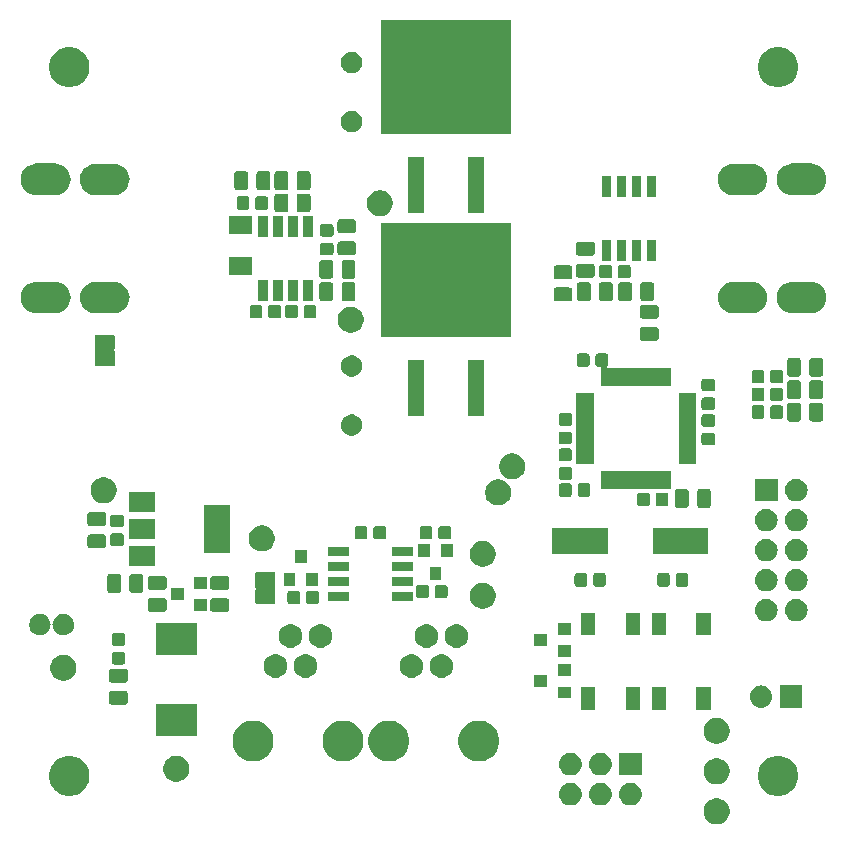
<source format=gts>
G04 #@! TF.GenerationSoftware,KiCad,Pcbnew,(5.0.2)-1*
G04 #@! TF.CreationDate,2019-05-12T17:51:48+02:00*
G04 #@! TF.ProjectId,MotorDriver,4d6f746f-7244-4726-9976-65722e6b6963,rev?*
G04 #@! TF.SameCoordinates,Original*
G04 #@! TF.FileFunction,Soldermask,Top*
G04 #@! TF.FilePolarity,Negative*
%FSLAX46Y46*%
G04 Gerber Fmt 4.6, Leading zero omitted, Abs format (unit mm)*
G04 Created by KiCad (PCBNEW (5.0.2)-1) date 12.05.2019 17:51:48*
%MOMM*%
%LPD*%
G01*
G04 APERTURE LIST*
%ADD10C,0.100000*%
G04 APERTURE END LIST*
D10*
G36*
X160120856Y-137442272D02*
X160321045Y-137525193D01*
X160501207Y-137645573D01*
X160654427Y-137798793D01*
X160774807Y-137978955D01*
X160857728Y-138179144D01*
X160900000Y-138391657D01*
X160900000Y-138608343D01*
X160857728Y-138820856D01*
X160774807Y-139021045D01*
X160654427Y-139201207D01*
X160501207Y-139354427D01*
X160321045Y-139474807D01*
X160120856Y-139557728D01*
X159908343Y-139600000D01*
X159691657Y-139600000D01*
X159479144Y-139557728D01*
X159278955Y-139474807D01*
X159098793Y-139354427D01*
X158945573Y-139201207D01*
X158825193Y-139021045D01*
X158742272Y-138820856D01*
X158700000Y-138608343D01*
X158700000Y-138391657D01*
X158742272Y-138179144D01*
X158825193Y-137978955D01*
X158945573Y-137798793D01*
X159098793Y-137645573D01*
X159278955Y-137525193D01*
X159479144Y-137442272D01*
X159691657Y-137400000D01*
X159908343Y-137400000D01*
X160120856Y-137442272D01*
X160120856Y-137442272D01*
G37*
G36*
X152648452Y-136086359D02*
X152688899Y-136090343D01*
X152773449Y-136115991D01*
X152870537Y-136145442D01*
X153037939Y-136234920D01*
X153184665Y-136355335D01*
X153305080Y-136502061D01*
X153394558Y-136669463D01*
X153424009Y-136766551D01*
X153449657Y-136851101D01*
X153449657Y-136851103D01*
X153468263Y-137040000D01*
X153458938Y-137134669D01*
X153449657Y-137228899D01*
X153424009Y-137313449D01*
X153394558Y-137410537D01*
X153305080Y-137577939D01*
X153184665Y-137724665D01*
X153037939Y-137845080D01*
X152870537Y-137934558D01*
X152773449Y-137964009D01*
X152688899Y-137989657D01*
X152648452Y-137993641D01*
X152547339Y-138003600D01*
X152452661Y-138003600D01*
X152351548Y-137993641D01*
X152311101Y-137989657D01*
X152226551Y-137964009D01*
X152129463Y-137934558D01*
X151962061Y-137845080D01*
X151815335Y-137724665D01*
X151694920Y-137577939D01*
X151605442Y-137410537D01*
X151575991Y-137313449D01*
X151550343Y-137228899D01*
X151541062Y-137134669D01*
X151531737Y-137040000D01*
X151550343Y-136851103D01*
X151550343Y-136851101D01*
X151575991Y-136766551D01*
X151605442Y-136669463D01*
X151694920Y-136502061D01*
X151815335Y-136355335D01*
X151962061Y-136234920D01*
X152129463Y-136145442D01*
X152226551Y-136115991D01*
X152311101Y-136090343D01*
X152351548Y-136086359D01*
X152452661Y-136076400D01*
X152547339Y-136076400D01*
X152648452Y-136086359D01*
X152648452Y-136086359D01*
G37*
G36*
X147568452Y-136086359D02*
X147608899Y-136090343D01*
X147693449Y-136115991D01*
X147790537Y-136145442D01*
X147957939Y-136234920D01*
X148104665Y-136355335D01*
X148225080Y-136502061D01*
X148314558Y-136669463D01*
X148344009Y-136766551D01*
X148369657Y-136851101D01*
X148369657Y-136851103D01*
X148388263Y-137040000D01*
X148378938Y-137134669D01*
X148369657Y-137228899D01*
X148344009Y-137313449D01*
X148314558Y-137410537D01*
X148225080Y-137577939D01*
X148104665Y-137724665D01*
X147957939Y-137845080D01*
X147790537Y-137934558D01*
X147693449Y-137964009D01*
X147608899Y-137989657D01*
X147568452Y-137993641D01*
X147467339Y-138003600D01*
X147372661Y-138003600D01*
X147271548Y-137993641D01*
X147231101Y-137989657D01*
X147146551Y-137964009D01*
X147049463Y-137934558D01*
X146882061Y-137845080D01*
X146735335Y-137724665D01*
X146614920Y-137577939D01*
X146525442Y-137410537D01*
X146495991Y-137313449D01*
X146470343Y-137228899D01*
X146461062Y-137134669D01*
X146451737Y-137040000D01*
X146470343Y-136851103D01*
X146470343Y-136851101D01*
X146495991Y-136766551D01*
X146525442Y-136669463D01*
X146614920Y-136502061D01*
X146735335Y-136355335D01*
X146882061Y-136234920D01*
X147049463Y-136145442D01*
X147146551Y-136115991D01*
X147231101Y-136090343D01*
X147271548Y-136086359D01*
X147372661Y-136076400D01*
X147467339Y-136076400D01*
X147568452Y-136086359D01*
X147568452Y-136086359D01*
G37*
G36*
X150108452Y-136086359D02*
X150148899Y-136090343D01*
X150233449Y-136115991D01*
X150330537Y-136145442D01*
X150497939Y-136234920D01*
X150644665Y-136355335D01*
X150765080Y-136502061D01*
X150854558Y-136669463D01*
X150884009Y-136766551D01*
X150909657Y-136851101D01*
X150909657Y-136851103D01*
X150928263Y-137040000D01*
X150918938Y-137134669D01*
X150909657Y-137228899D01*
X150884009Y-137313449D01*
X150854558Y-137410537D01*
X150765080Y-137577939D01*
X150644665Y-137724665D01*
X150497939Y-137845080D01*
X150330537Y-137934558D01*
X150233449Y-137964009D01*
X150148899Y-137989657D01*
X150108452Y-137993641D01*
X150007339Y-138003600D01*
X149912661Y-138003600D01*
X149811548Y-137993641D01*
X149771101Y-137989657D01*
X149686551Y-137964009D01*
X149589463Y-137934558D01*
X149422061Y-137845080D01*
X149275335Y-137724665D01*
X149154920Y-137577939D01*
X149065442Y-137410537D01*
X149035991Y-137313449D01*
X149010343Y-137228899D01*
X149001062Y-137134669D01*
X148991737Y-137040000D01*
X149010343Y-136851103D01*
X149010343Y-136851101D01*
X149035991Y-136766551D01*
X149065442Y-136669463D01*
X149154920Y-136502061D01*
X149275335Y-136355335D01*
X149422061Y-136234920D01*
X149589463Y-136145442D01*
X149686551Y-136115991D01*
X149771101Y-136090343D01*
X149811548Y-136086359D01*
X149912661Y-136076400D01*
X150007339Y-136076400D01*
X150108452Y-136086359D01*
X150108452Y-136086359D01*
G37*
G36*
X165495872Y-133865330D02*
X165495874Y-133865331D01*
X165495875Y-133865331D01*
X165555177Y-133889895D01*
X165805252Y-133993479D01*
X166083687Y-134179523D01*
X166320477Y-134416313D01*
X166506521Y-134694748D01*
X166579335Y-134870537D01*
X166629505Y-134991657D01*
X166634670Y-135004128D01*
X166700000Y-135332565D01*
X166700000Y-135667435D01*
X166634670Y-135995872D01*
X166506521Y-136305252D01*
X166320477Y-136583687D01*
X166083687Y-136820477D01*
X165805252Y-137006521D01*
X165556284Y-137109647D01*
X165495875Y-137134669D01*
X165495874Y-137134669D01*
X165495872Y-137134670D01*
X165167435Y-137200000D01*
X164832565Y-137200000D01*
X164504128Y-137134670D01*
X164504126Y-137134669D01*
X164504125Y-137134669D01*
X164443716Y-137109647D01*
X164194748Y-137006521D01*
X163916313Y-136820477D01*
X163679523Y-136583687D01*
X163493479Y-136305252D01*
X163365330Y-135995872D01*
X163300000Y-135667435D01*
X163300000Y-135332565D01*
X163365330Y-135004128D01*
X163370496Y-134991657D01*
X163420665Y-134870537D01*
X163493479Y-134694748D01*
X163679523Y-134416313D01*
X163916313Y-134179523D01*
X164194748Y-133993479D01*
X164444823Y-133889895D01*
X164504125Y-133865331D01*
X164504126Y-133865331D01*
X164504128Y-133865330D01*
X164832565Y-133800000D01*
X165167435Y-133800000D01*
X165495872Y-133865330D01*
X165495872Y-133865330D01*
G37*
G36*
X105495872Y-133865330D02*
X105495874Y-133865331D01*
X105495875Y-133865331D01*
X105555177Y-133889895D01*
X105805252Y-133993479D01*
X106083687Y-134179523D01*
X106320477Y-134416313D01*
X106506521Y-134694748D01*
X106579335Y-134870537D01*
X106629505Y-134991657D01*
X106634670Y-135004128D01*
X106700000Y-135332565D01*
X106700000Y-135667435D01*
X106634670Y-135995872D01*
X106506521Y-136305252D01*
X106320477Y-136583687D01*
X106083687Y-136820477D01*
X105805252Y-137006521D01*
X105556284Y-137109647D01*
X105495875Y-137134669D01*
X105495874Y-137134669D01*
X105495872Y-137134670D01*
X105167435Y-137200000D01*
X104832565Y-137200000D01*
X104504128Y-137134670D01*
X104504126Y-137134669D01*
X104504125Y-137134669D01*
X104443716Y-137109647D01*
X104194748Y-137006521D01*
X103916313Y-136820477D01*
X103679523Y-136583687D01*
X103493479Y-136305252D01*
X103365330Y-135995872D01*
X103300000Y-135667435D01*
X103300000Y-135332565D01*
X103365330Y-135004128D01*
X103370496Y-134991657D01*
X103420665Y-134870537D01*
X103493479Y-134694748D01*
X103679523Y-134416313D01*
X103916313Y-134179523D01*
X104194748Y-133993479D01*
X104444823Y-133889895D01*
X104504125Y-133865331D01*
X104504126Y-133865331D01*
X104504128Y-133865330D01*
X104832565Y-133800000D01*
X105167435Y-133800000D01*
X105495872Y-133865330D01*
X105495872Y-133865330D01*
G37*
G36*
X160120856Y-134042272D02*
X160321045Y-134125193D01*
X160501207Y-134245573D01*
X160654427Y-134398793D01*
X160774807Y-134578955D01*
X160857728Y-134779144D01*
X160900000Y-134991657D01*
X160900000Y-135208343D01*
X160857728Y-135420856D01*
X160774807Y-135621045D01*
X160654427Y-135801207D01*
X160501207Y-135954427D01*
X160321045Y-136074807D01*
X160120856Y-136157728D01*
X159908343Y-136200000D01*
X159691657Y-136200000D01*
X159479144Y-136157728D01*
X159278955Y-136074807D01*
X159098793Y-135954427D01*
X158945573Y-135801207D01*
X158825193Y-135621045D01*
X158742272Y-135420856D01*
X158700000Y-135208343D01*
X158700000Y-134991657D01*
X158742272Y-134779144D01*
X158825193Y-134578955D01*
X158945573Y-134398793D01*
X159098793Y-134245573D01*
X159278955Y-134125193D01*
X159479144Y-134042272D01*
X159691657Y-134000000D01*
X159908343Y-134000000D01*
X160120856Y-134042272D01*
X160120856Y-134042272D01*
G37*
G36*
X114380856Y-133842272D02*
X114581045Y-133925193D01*
X114761207Y-134045573D01*
X114914427Y-134198793D01*
X115034807Y-134378955D01*
X115117728Y-134579144D01*
X115160000Y-134791657D01*
X115160000Y-135008343D01*
X115117728Y-135220856D01*
X115034807Y-135421045D01*
X114914427Y-135601207D01*
X114761207Y-135754427D01*
X114581045Y-135874807D01*
X114380856Y-135957728D01*
X114168343Y-136000000D01*
X113951657Y-136000000D01*
X113739144Y-135957728D01*
X113538955Y-135874807D01*
X113358793Y-135754427D01*
X113205573Y-135601207D01*
X113085193Y-135421045D01*
X113002272Y-135220856D01*
X112960000Y-135008343D01*
X112960000Y-134791657D01*
X113002272Y-134579144D01*
X113085193Y-134378955D01*
X113205573Y-134198793D01*
X113358793Y-134045573D01*
X113538955Y-133925193D01*
X113739144Y-133842272D01*
X113951657Y-133800000D01*
X114168343Y-133800000D01*
X114380856Y-133842272D01*
X114380856Y-133842272D01*
G37*
G36*
X147568452Y-133546359D02*
X147608899Y-133550343D01*
X147693449Y-133575991D01*
X147790537Y-133605442D01*
X147957939Y-133694920D01*
X148104665Y-133815335D01*
X148225080Y-133962061D01*
X148314558Y-134129463D01*
X148338596Y-134208708D01*
X148369657Y-134311101D01*
X148369657Y-134311103D01*
X148388263Y-134500000D01*
X148380467Y-134579144D01*
X148369657Y-134688899D01*
X148344009Y-134773449D01*
X148314558Y-134870537D01*
X148225080Y-135037939D01*
X148104665Y-135184665D01*
X147957939Y-135305080D01*
X147790537Y-135394558D01*
X147693449Y-135424009D01*
X147608899Y-135449657D01*
X147568452Y-135453641D01*
X147467339Y-135463600D01*
X147372661Y-135463600D01*
X147271548Y-135453641D01*
X147231101Y-135449657D01*
X147146551Y-135424009D01*
X147049463Y-135394558D01*
X146882061Y-135305080D01*
X146735335Y-135184665D01*
X146614920Y-135037939D01*
X146525442Y-134870537D01*
X146495991Y-134773449D01*
X146470343Y-134688899D01*
X146459533Y-134579144D01*
X146451737Y-134500000D01*
X146470343Y-134311103D01*
X146470343Y-134311101D01*
X146501404Y-134208708D01*
X146525442Y-134129463D01*
X146614920Y-133962061D01*
X146735335Y-133815335D01*
X146882061Y-133694920D01*
X147049463Y-133605442D01*
X147146551Y-133575991D01*
X147231101Y-133550343D01*
X147271548Y-133546359D01*
X147372661Y-133536400D01*
X147467339Y-133536400D01*
X147568452Y-133546359D01*
X147568452Y-133546359D01*
G37*
G36*
X153463600Y-135463600D02*
X151536400Y-135463600D01*
X151536400Y-133536400D01*
X153463600Y-133536400D01*
X153463600Y-135463600D01*
X153463600Y-135463600D01*
G37*
G36*
X150108452Y-133546359D02*
X150148899Y-133550343D01*
X150233449Y-133575991D01*
X150330537Y-133605442D01*
X150497939Y-133694920D01*
X150644665Y-133815335D01*
X150765080Y-133962061D01*
X150854558Y-134129463D01*
X150878596Y-134208708D01*
X150909657Y-134311101D01*
X150909657Y-134311103D01*
X150928263Y-134500000D01*
X150920467Y-134579144D01*
X150909657Y-134688899D01*
X150884009Y-134773449D01*
X150854558Y-134870537D01*
X150765080Y-135037939D01*
X150644665Y-135184665D01*
X150497939Y-135305080D01*
X150330537Y-135394558D01*
X150233449Y-135424009D01*
X150148899Y-135449657D01*
X150108452Y-135453641D01*
X150007339Y-135463600D01*
X149912661Y-135463600D01*
X149811548Y-135453641D01*
X149771101Y-135449657D01*
X149686551Y-135424009D01*
X149589463Y-135394558D01*
X149422061Y-135305080D01*
X149275335Y-135184665D01*
X149154920Y-135037939D01*
X149065442Y-134870537D01*
X149035991Y-134773449D01*
X149010343Y-134688899D01*
X148999533Y-134579144D01*
X148991737Y-134500000D01*
X149010343Y-134311103D01*
X149010343Y-134311101D01*
X149041404Y-134208708D01*
X149065442Y-134129463D01*
X149154920Y-133962061D01*
X149275335Y-133815335D01*
X149422061Y-133694920D01*
X149589463Y-133605442D01*
X149686551Y-133575991D01*
X149771101Y-133550343D01*
X149811548Y-133546359D01*
X149912661Y-133536400D01*
X150007339Y-133536400D01*
X150108452Y-133546359D01*
X150108452Y-133546359D01*
G37*
G36*
X140173164Y-130891290D02*
X140487094Y-131021324D01*
X140769624Y-131210105D01*
X141009895Y-131450376D01*
X141198676Y-131732906D01*
X141328710Y-132046836D01*
X141395000Y-132380102D01*
X141395000Y-132719898D01*
X141328710Y-133053164D01*
X141198676Y-133367094D01*
X141009895Y-133649624D01*
X140769624Y-133889895D01*
X140487094Y-134078676D01*
X140173164Y-134208710D01*
X139839898Y-134275000D01*
X139500102Y-134275000D01*
X139166836Y-134208710D01*
X138852906Y-134078676D01*
X138570376Y-133889895D01*
X138330105Y-133649624D01*
X138141324Y-133367094D01*
X138011290Y-133053164D01*
X137945000Y-132719898D01*
X137945000Y-132380102D01*
X138011290Y-132046836D01*
X138141324Y-131732906D01*
X138330105Y-131450376D01*
X138570376Y-131210105D01*
X138852906Y-131021324D01*
X139166836Y-130891290D01*
X139500102Y-130825000D01*
X139839898Y-130825000D01*
X140173164Y-130891290D01*
X140173164Y-130891290D01*
G37*
G36*
X132553164Y-130891290D02*
X132867094Y-131021324D01*
X133149624Y-131210105D01*
X133389895Y-131450376D01*
X133578676Y-131732906D01*
X133708710Y-132046836D01*
X133775000Y-132380102D01*
X133775000Y-132719898D01*
X133708710Y-133053164D01*
X133578676Y-133367094D01*
X133389895Y-133649624D01*
X133149624Y-133889895D01*
X132867094Y-134078676D01*
X132553164Y-134208710D01*
X132219898Y-134275000D01*
X131880102Y-134275000D01*
X131546836Y-134208710D01*
X131232906Y-134078676D01*
X130950376Y-133889895D01*
X130710105Y-133649624D01*
X130521324Y-133367094D01*
X130391290Y-133053164D01*
X130325000Y-132719898D01*
X130325000Y-132380102D01*
X130391290Y-132046836D01*
X130521324Y-131732906D01*
X130710105Y-131450376D01*
X130950376Y-131210105D01*
X131232906Y-131021324D01*
X131546836Y-130891290D01*
X131880102Y-130825000D01*
X132219898Y-130825000D01*
X132553164Y-130891290D01*
X132553164Y-130891290D01*
G37*
G36*
X128673164Y-130891290D02*
X128987094Y-131021324D01*
X129269624Y-131210105D01*
X129509895Y-131450376D01*
X129698676Y-131732906D01*
X129828710Y-132046836D01*
X129895000Y-132380102D01*
X129895000Y-132719898D01*
X129828710Y-133053164D01*
X129698676Y-133367094D01*
X129509895Y-133649624D01*
X129269624Y-133889895D01*
X128987094Y-134078676D01*
X128673164Y-134208710D01*
X128339898Y-134275000D01*
X128000102Y-134275000D01*
X127666836Y-134208710D01*
X127352906Y-134078676D01*
X127070376Y-133889895D01*
X126830105Y-133649624D01*
X126641324Y-133367094D01*
X126511290Y-133053164D01*
X126445000Y-132719898D01*
X126445000Y-132380102D01*
X126511290Y-132046836D01*
X126641324Y-131732906D01*
X126830105Y-131450376D01*
X127070376Y-131210105D01*
X127352906Y-131021324D01*
X127666836Y-130891290D01*
X128000102Y-130825000D01*
X128339898Y-130825000D01*
X128673164Y-130891290D01*
X128673164Y-130891290D01*
G37*
G36*
X121053164Y-130891290D02*
X121367094Y-131021324D01*
X121649624Y-131210105D01*
X121889895Y-131450376D01*
X122078676Y-131732906D01*
X122208710Y-132046836D01*
X122275000Y-132380102D01*
X122275000Y-132719898D01*
X122208710Y-133053164D01*
X122078676Y-133367094D01*
X121889895Y-133649624D01*
X121649624Y-133889895D01*
X121367094Y-134078676D01*
X121053164Y-134208710D01*
X120719898Y-134275000D01*
X120380102Y-134275000D01*
X120046836Y-134208710D01*
X119732906Y-134078676D01*
X119450376Y-133889895D01*
X119210105Y-133649624D01*
X119021324Y-133367094D01*
X118891290Y-133053164D01*
X118825000Y-132719898D01*
X118825000Y-132380102D01*
X118891290Y-132046836D01*
X119021324Y-131732906D01*
X119210105Y-131450376D01*
X119450376Y-131210105D01*
X119732906Y-131021324D01*
X120046836Y-130891290D01*
X120380102Y-130825000D01*
X120719898Y-130825000D01*
X121053164Y-130891290D01*
X121053164Y-130891290D01*
G37*
G36*
X160120856Y-130642272D02*
X160321045Y-130725193D01*
X160501207Y-130845573D01*
X160654427Y-130998793D01*
X160774807Y-131178955D01*
X160857728Y-131379144D01*
X160900000Y-131591657D01*
X160900000Y-131808343D01*
X160857728Y-132020856D01*
X160774807Y-132221045D01*
X160654427Y-132401207D01*
X160501207Y-132554427D01*
X160321045Y-132674807D01*
X160120856Y-132757728D01*
X159908343Y-132800000D01*
X159691657Y-132800000D01*
X159479144Y-132757728D01*
X159278955Y-132674807D01*
X159098793Y-132554427D01*
X158945573Y-132401207D01*
X158825193Y-132221045D01*
X158742272Y-132020856D01*
X158700000Y-131808343D01*
X158700000Y-131591657D01*
X158742272Y-131379144D01*
X158825193Y-131178955D01*
X158945573Y-130998793D01*
X159098793Y-130845573D01*
X159278955Y-130725193D01*
X159479144Y-130642272D01*
X159691657Y-130600000D01*
X159908343Y-130600000D01*
X160120856Y-130642272D01*
X160120856Y-130642272D01*
G37*
G36*
X115810000Y-132100000D02*
X112310000Y-132100000D01*
X112310000Y-129400000D01*
X115810000Y-129400000D01*
X115810000Y-132100000D01*
X115810000Y-132100000D01*
G37*
G36*
X149500000Y-129900000D02*
X148300000Y-129900000D01*
X148300000Y-128000000D01*
X149500000Y-128000000D01*
X149500000Y-129900000D01*
X149500000Y-129900000D01*
G37*
G36*
X155500000Y-129900000D02*
X154300000Y-129900000D01*
X154300000Y-128000000D01*
X155500000Y-128000000D01*
X155500000Y-129900000D01*
X155500000Y-129900000D01*
G37*
G36*
X159300000Y-129900000D02*
X158100000Y-129900000D01*
X158100000Y-128000000D01*
X159300000Y-128000000D01*
X159300000Y-129900000D01*
X159300000Y-129900000D01*
G37*
G36*
X153300000Y-129900000D02*
X152100000Y-129900000D01*
X152100000Y-128000000D01*
X153300000Y-128000000D01*
X153300000Y-129900000D01*
X153300000Y-129900000D01*
G37*
G36*
X163722971Y-127861455D02*
X163746232Y-127863746D01*
X163925308Y-127918068D01*
X164090345Y-128006282D01*
X164235001Y-128124999D01*
X164353718Y-128269655D01*
X164441932Y-128434692D01*
X164496254Y-128613768D01*
X164496254Y-128613769D01*
X164514597Y-128800000D01*
X164497899Y-128969534D01*
X164496254Y-128986232D01*
X164441932Y-129165308D01*
X164353718Y-129330345D01*
X164235001Y-129475001D01*
X164090345Y-129593718D01*
X163925308Y-129681932D01*
X163746232Y-129736254D01*
X163722971Y-129738545D01*
X163606670Y-129750000D01*
X163513330Y-129750000D01*
X163397029Y-129738545D01*
X163373768Y-129736254D01*
X163194692Y-129681932D01*
X163029655Y-129593718D01*
X162884999Y-129475001D01*
X162766282Y-129330345D01*
X162678068Y-129165308D01*
X162623746Y-128986232D01*
X162622101Y-128969534D01*
X162605403Y-128800000D01*
X162623746Y-128613769D01*
X162623746Y-128613768D01*
X162678068Y-128434692D01*
X162766282Y-128269655D01*
X162884999Y-128124999D01*
X163029655Y-128006282D01*
X163194692Y-127918068D01*
X163373768Y-127863746D01*
X163397029Y-127861455D01*
X163513330Y-127850000D01*
X163606670Y-127850000D01*
X163722971Y-127861455D01*
X163722971Y-127861455D01*
G37*
G36*
X167050000Y-129750000D02*
X165150000Y-129750000D01*
X165150000Y-127850000D01*
X167050000Y-127850000D01*
X167050000Y-129750000D01*
X167050000Y-129750000D01*
G37*
G36*
X109763708Y-128305158D02*
X109809343Y-128319001D01*
X109851402Y-128341482D01*
X109888265Y-128371735D01*
X109918518Y-128408598D01*
X109940999Y-128450657D01*
X109954842Y-128496292D01*
X109960000Y-128548658D01*
X109960000Y-129226342D01*
X109954842Y-129278708D01*
X109940999Y-129324343D01*
X109918518Y-129366402D01*
X109888265Y-129403265D01*
X109851402Y-129433518D01*
X109809343Y-129455999D01*
X109763708Y-129469842D01*
X109711342Y-129475000D01*
X108608658Y-129475000D01*
X108556292Y-129469842D01*
X108510657Y-129455999D01*
X108468598Y-129433518D01*
X108431735Y-129403265D01*
X108401482Y-129366402D01*
X108379001Y-129324343D01*
X108365158Y-129278708D01*
X108360000Y-129226342D01*
X108360000Y-128548658D01*
X108365158Y-128496292D01*
X108379001Y-128450657D01*
X108401482Y-128408598D01*
X108431735Y-128371735D01*
X108468598Y-128341482D01*
X108510657Y-128319001D01*
X108556292Y-128305158D01*
X108608658Y-128300000D01*
X109711342Y-128300000D01*
X109763708Y-128305158D01*
X109763708Y-128305158D01*
G37*
G36*
X147450000Y-128950000D02*
X146350000Y-128950000D01*
X146350000Y-127950000D01*
X147450000Y-127950000D01*
X147450000Y-128950000D01*
X147450000Y-128950000D01*
G37*
G36*
X145450000Y-128000000D02*
X144350000Y-128000000D01*
X144350000Y-127000000D01*
X145450000Y-127000000D01*
X145450000Y-128000000D01*
X145450000Y-128000000D01*
G37*
G36*
X109763708Y-126430158D02*
X109809343Y-126444001D01*
X109851402Y-126466482D01*
X109888265Y-126496735D01*
X109918518Y-126533598D01*
X109940999Y-126575657D01*
X109954842Y-126621292D01*
X109960000Y-126673658D01*
X109960000Y-127351342D01*
X109954842Y-127403708D01*
X109940999Y-127449343D01*
X109918518Y-127491402D01*
X109888265Y-127528265D01*
X109851402Y-127558518D01*
X109809343Y-127580999D01*
X109763708Y-127594842D01*
X109711342Y-127600000D01*
X108608658Y-127600000D01*
X108556292Y-127594842D01*
X108510657Y-127580999D01*
X108468598Y-127558518D01*
X108431735Y-127528265D01*
X108401482Y-127491402D01*
X108379001Y-127449343D01*
X108365158Y-127403708D01*
X108360000Y-127351342D01*
X108360000Y-126673658D01*
X108365158Y-126621292D01*
X108379001Y-126575657D01*
X108401482Y-126533598D01*
X108431735Y-126496735D01*
X108468598Y-126466482D01*
X108510657Y-126444001D01*
X108556292Y-126430158D01*
X108608658Y-126425000D01*
X109711342Y-126425000D01*
X109763708Y-126430158D01*
X109763708Y-126430158D01*
G37*
G36*
X104820856Y-125292272D02*
X105021045Y-125375193D01*
X105201207Y-125495573D01*
X105354427Y-125648793D01*
X105474807Y-125828955D01*
X105557728Y-126029144D01*
X105600000Y-126241657D01*
X105600000Y-126458343D01*
X105557728Y-126670856D01*
X105474807Y-126871045D01*
X105354427Y-127051207D01*
X105201207Y-127204427D01*
X105021045Y-127324807D01*
X104820856Y-127407728D01*
X104608343Y-127450000D01*
X104391657Y-127450000D01*
X104179144Y-127407728D01*
X103978955Y-127324807D01*
X103798793Y-127204427D01*
X103645573Y-127051207D01*
X103525193Y-126871045D01*
X103442272Y-126670856D01*
X103400000Y-126458343D01*
X103400000Y-126241657D01*
X103442272Y-126029144D01*
X103525193Y-125828955D01*
X103645573Y-125648793D01*
X103798793Y-125495573D01*
X103978955Y-125375193D01*
X104179144Y-125292272D01*
X104391657Y-125250000D01*
X104608343Y-125250000D01*
X104820856Y-125292272D01*
X104820856Y-125292272D01*
G37*
G36*
X122674410Y-125223057D02*
X122751689Y-125238429D01*
X122933678Y-125313811D01*
X123097463Y-125423249D01*
X123236751Y-125562537D01*
X123346189Y-125726322D01*
X123421571Y-125908311D01*
X123430969Y-125955560D01*
X123460000Y-126101506D01*
X123460000Y-126298494D01*
X123436943Y-126414410D01*
X123421571Y-126491689D01*
X123346189Y-126673678D01*
X123236751Y-126837463D01*
X123097463Y-126976751D01*
X122933678Y-127086189D01*
X122751689Y-127161571D01*
X122674410Y-127176943D01*
X122558494Y-127200000D01*
X122361506Y-127200000D01*
X122245590Y-127176943D01*
X122168311Y-127161571D01*
X121986322Y-127086189D01*
X121822537Y-126976751D01*
X121683249Y-126837463D01*
X121573811Y-126673678D01*
X121498429Y-126491689D01*
X121483057Y-126414410D01*
X121460000Y-126298494D01*
X121460000Y-126101506D01*
X121489031Y-125955560D01*
X121498429Y-125908311D01*
X121573811Y-125726322D01*
X121683249Y-125562537D01*
X121822537Y-125423249D01*
X121986322Y-125313811D01*
X122168311Y-125238429D01*
X122245590Y-125223057D01*
X122361506Y-125200000D01*
X122558494Y-125200000D01*
X122674410Y-125223057D01*
X122674410Y-125223057D01*
G37*
G36*
X125214410Y-125223057D02*
X125291689Y-125238429D01*
X125473678Y-125313811D01*
X125637463Y-125423249D01*
X125776751Y-125562537D01*
X125886189Y-125726322D01*
X125961571Y-125908311D01*
X125970969Y-125955560D01*
X126000000Y-126101506D01*
X126000000Y-126298494D01*
X125976943Y-126414410D01*
X125961571Y-126491689D01*
X125886189Y-126673678D01*
X125776751Y-126837463D01*
X125637463Y-126976751D01*
X125473678Y-127086189D01*
X125291689Y-127161571D01*
X125214410Y-127176943D01*
X125098494Y-127200000D01*
X124901506Y-127200000D01*
X124785590Y-127176943D01*
X124708311Y-127161571D01*
X124526322Y-127086189D01*
X124362537Y-126976751D01*
X124223249Y-126837463D01*
X124113811Y-126673678D01*
X124038429Y-126491689D01*
X124023057Y-126414410D01*
X124000000Y-126298494D01*
X124000000Y-126101506D01*
X124029031Y-125955560D01*
X124038429Y-125908311D01*
X124113811Y-125726322D01*
X124223249Y-125562537D01*
X124362537Y-125423249D01*
X124526322Y-125313811D01*
X124708311Y-125238429D01*
X124785590Y-125223057D01*
X124901506Y-125200000D01*
X125098494Y-125200000D01*
X125214410Y-125223057D01*
X125214410Y-125223057D01*
G37*
G36*
X134174410Y-125223057D02*
X134251689Y-125238429D01*
X134433678Y-125313811D01*
X134597463Y-125423249D01*
X134736751Y-125562537D01*
X134846189Y-125726322D01*
X134921571Y-125908311D01*
X134930969Y-125955560D01*
X134960000Y-126101506D01*
X134960000Y-126298494D01*
X134936943Y-126414410D01*
X134921571Y-126491689D01*
X134846189Y-126673678D01*
X134736751Y-126837463D01*
X134597463Y-126976751D01*
X134433678Y-127086189D01*
X134251689Y-127161571D01*
X134174410Y-127176943D01*
X134058494Y-127200000D01*
X133861506Y-127200000D01*
X133745590Y-127176943D01*
X133668311Y-127161571D01*
X133486322Y-127086189D01*
X133322537Y-126976751D01*
X133183249Y-126837463D01*
X133073811Y-126673678D01*
X132998429Y-126491689D01*
X132983057Y-126414410D01*
X132960000Y-126298494D01*
X132960000Y-126101506D01*
X132989031Y-125955560D01*
X132998429Y-125908311D01*
X133073811Y-125726322D01*
X133183249Y-125562537D01*
X133322537Y-125423249D01*
X133486322Y-125313811D01*
X133668311Y-125238429D01*
X133745590Y-125223057D01*
X133861506Y-125200000D01*
X134058494Y-125200000D01*
X134174410Y-125223057D01*
X134174410Y-125223057D01*
G37*
G36*
X136714410Y-125223057D02*
X136791689Y-125238429D01*
X136973678Y-125313811D01*
X137137463Y-125423249D01*
X137276751Y-125562537D01*
X137386189Y-125726322D01*
X137461571Y-125908311D01*
X137470969Y-125955560D01*
X137500000Y-126101506D01*
X137500000Y-126298494D01*
X137476943Y-126414410D01*
X137461571Y-126491689D01*
X137386189Y-126673678D01*
X137276751Y-126837463D01*
X137137463Y-126976751D01*
X136973678Y-127086189D01*
X136791689Y-127161571D01*
X136714410Y-127176943D01*
X136598494Y-127200000D01*
X136401506Y-127200000D01*
X136285590Y-127176943D01*
X136208311Y-127161571D01*
X136026322Y-127086189D01*
X135862537Y-126976751D01*
X135723249Y-126837463D01*
X135613811Y-126673678D01*
X135538429Y-126491689D01*
X135523057Y-126414410D01*
X135500000Y-126298494D01*
X135500000Y-126101506D01*
X135529031Y-125955560D01*
X135538429Y-125908311D01*
X135613811Y-125726322D01*
X135723249Y-125562537D01*
X135862537Y-125423249D01*
X136026322Y-125313811D01*
X136208311Y-125238429D01*
X136285590Y-125223057D01*
X136401506Y-125200000D01*
X136598494Y-125200000D01*
X136714410Y-125223057D01*
X136714410Y-125223057D01*
G37*
G36*
X147450000Y-127050000D02*
X146350000Y-127050000D01*
X146350000Y-126050000D01*
X147450000Y-126050000D01*
X147450000Y-127050000D01*
X147450000Y-127050000D01*
G37*
G36*
X109558830Y-125004677D02*
X109599776Y-125017098D01*
X109637510Y-125037267D01*
X109670587Y-125064413D01*
X109697733Y-125097490D01*
X109717902Y-125135224D01*
X109730323Y-125176170D01*
X109735000Y-125223658D01*
X109735000Y-125851342D01*
X109730323Y-125898830D01*
X109717902Y-125939776D01*
X109697733Y-125977510D01*
X109670587Y-126010587D01*
X109637510Y-126037733D01*
X109599776Y-126057902D01*
X109558830Y-126070323D01*
X109511342Y-126075000D01*
X108808658Y-126075000D01*
X108761170Y-126070323D01*
X108720224Y-126057902D01*
X108682490Y-126037733D01*
X108649413Y-126010587D01*
X108622267Y-125977510D01*
X108602098Y-125939776D01*
X108589677Y-125898830D01*
X108585000Y-125851342D01*
X108585000Y-125223658D01*
X108589677Y-125176170D01*
X108602098Y-125135224D01*
X108622267Y-125097490D01*
X108649413Y-125064413D01*
X108682490Y-125037267D01*
X108720224Y-125017098D01*
X108761170Y-125004677D01*
X108808658Y-125000000D01*
X109511342Y-125000000D01*
X109558830Y-125004677D01*
X109558830Y-125004677D01*
G37*
G36*
X147450000Y-125450000D02*
X146350000Y-125450000D01*
X146350000Y-124450000D01*
X147450000Y-124450000D01*
X147450000Y-125450000D01*
X147450000Y-125450000D01*
G37*
G36*
X115810000Y-125300000D02*
X112310000Y-125300000D01*
X112310000Y-122600000D01*
X115810000Y-122600000D01*
X115810000Y-125300000D01*
X115810000Y-125300000D01*
G37*
G36*
X137984410Y-122683057D02*
X138061689Y-122698429D01*
X138243678Y-122773811D01*
X138407463Y-122883249D01*
X138546751Y-123022537D01*
X138656189Y-123186322D01*
X138731571Y-123368311D01*
X138742847Y-123425000D01*
X138770000Y-123561506D01*
X138770000Y-123758494D01*
X138746943Y-123874410D01*
X138731571Y-123951689D01*
X138656189Y-124133678D01*
X138546751Y-124297463D01*
X138407463Y-124436751D01*
X138243678Y-124546189D01*
X138061689Y-124621571D01*
X137984410Y-124636943D01*
X137868494Y-124660000D01*
X137671506Y-124660000D01*
X137555590Y-124636943D01*
X137478311Y-124621571D01*
X137296322Y-124546189D01*
X137132537Y-124436751D01*
X136993249Y-124297463D01*
X136883811Y-124133678D01*
X136808429Y-123951689D01*
X136793057Y-123874410D01*
X136770000Y-123758494D01*
X136770000Y-123561506D01*
X136797153Y-123425000D01*
X136808429Y-123368311D01*
X136883811Y-123186322D01*
X136993249Y-123022537D01*
X137132537Y-122883249D01*
X137296322Y-122773811D01*
X137478311Y-122698429D01*
X137555590Y-122683057D01*
X137671506Y-122660000D01*
X137868494Y-122660000D01*
X137984410Y-122683057D01*
X137984410Y-122683057D01*
G37*
G36*
X123944410Y-122683057D02*
X124021689Y-122698429D01*
X124203678Y-122773811D01*
X124367463Y-122883249D01*
X124506751Y-123022537D01*
X124616189Y-123186322D01*
X124691571Y-123368311D01*
X124702847Y-123425000D01*
X124730000Y-123561506D01*
X124730000Y-123758494D01*
X124706943Y-123874410D01*
X124691571Y-123951689D01*
X124616189Y-124133678D01*
X124506751Y-124297463D01*
X124367463Y-124436751D01*
X124203678Y-124546189D01*
X124021689Y-124621571D01*
X123944410Y-124636943D01*
X123828494Y-124660000D01*
X123631506Y-124660000D01*
X123515590Y-124636943D01*
X123438311Y-124621571D01*
X123256322Y-124546189D01*
X123092537Y-124436751D01*
X122953249Y-124297463D01*
X122843811Y-124133678D01*
X122768429Y-123951689D01*
X122753057Y-123874410D01*
X122730000Y-123758494D01*
X122730000Y-123561506D01*
X122757153Y-123425000D01*
X122768429Y-123368311D01*
X122843811Y-123186322D01*
X122953249Y-123022537D01*
X123092537Y-122883249D01*
X123256322Y-122773811D01*
X123438311Y-122698429D01*
X123515590Y-122683057D01*
X123631506Y-122660000D01*
X123828494Y-122660000D01*
X123944410Y-122683057D01*
X123944410Y-122683057D01*
G37*
G36*
X135444410Y-122683057D02*
X135521689Y-122698429D01*
X135703678Y-122773811D01*
X135867463Y-122883249D01*
X136006751Y-123022537D01*
X136116189Y-123186322D01*
X136191571Y-123368311D01*
X136202847Y-123425000D01*
X136230000Y-123561506D01*
X136230000Y-123758494D01*
X136206943Y-123874410D01*
X136191571Y-123951689D01*
X136116189Y-124133678D01*
X136006751Y-124297463D01*
X135867463Y-124436751D01*
X135703678Y-124546189D01*
X135521689Y-124621571D01*
X135444410Y-124636943D01*
X135328494Y-124660000D01*
X135131506Y-124660000D01*
X135015590Y-124636943D01*
X134938311Y-124621571D01*
X134756322Y-124546189D01*
X134592537Y-124436751D01*
X134453249Y-124297463D01*
X134343811Y-124133678D01*
X134268429Y-123951689D01*
X134253057Y-123874410D01*
X134230000Y-123758494D01*
X134230000Y-123561506D01*
X134257153Y-123425000D01*
X134268429Y-123368311D01*
X134343811Y-123186322D01*
X134453249Y-123022537D01*
X134592537Y-122883249D01*
X134756322Y-122773811D01*
X134938311Y-122698429D01*
X135015590Y-122683057D01*
X135131506Y-122660000D01*
X135328494Y-122660000D01*
X135444410Y-122683057D01*
X135444410Y-122683057D01*
G37*
G36*
X126484410Y-122683057D02*
X126561689Y-122698429D01*
X126743678Y-122773811D01*
X126907463Y-122883249D01*
X127046751Y-123022537D01*
X127156189Y-123186322D01*
X127231571Y-123368311D01*
X127242847Y-123425000D01*
X127270000Y-123561506D01*
X127270000Y-123758494D01*
X127246943Y-123874410D01*
X127231571Y-123951689D01*
X127156189Y-124133678D01*
X127046751Y-124297463D01*
X126907463Y-124436751D01*
X126743678Y-124546189D01*
X126561689Y-124621571D01*
X126484410Y-124636943D01*
X126368494Y-124660000D01*
X126171506Y-124660000D01*
X126055590Y-124636943D01*
X125978311Y-124621571D01*
X125796322Y-124546189D01*
X125632537Y-124436751D01*
X125493249Y-124297463D01*
X125383811Y-124133678D01*
X125308429Y-123951689D01*
X125293057Y-123874410D01*
X125270000Y-123758494D01*
X125270000Y-123561506D01*
X125297153Y-123425000D01*
X125308429Y-123368311D01*
X125383811Y-123186322D01*
X125493249Y-123022537D01*
X125632537Y-122883249D01*
X125796322Y-122773811D01*
X125978311Y-122698429D01*
X126055590Y-122683057D01*
X126171506Y-122660000D01*
X126368494Y-122660000D01*
X126484410Y-122683057D01*
X126484410Y-122683057D01*
G37*
G36*
X145450000Y-124500000D02*
X144350000Y-124500000D01*
X144350000Y-123500000D01*
X145450000Y-123500000D01*
X145450000Y-124500000D01*
X145450000Y-124500000D01*
G37*
G36*
X109558830Y-123429677D02*
X109599776Y-123442098D01*
X109637510Y-123462267D01*
X109670587Y-123489413D01*
X109697733Y-123522490D01*
X109717902Y-123560224D01*
X109730323Y-123601170D01*
X109735000Y-123648658D01*
X109735000Y-124276342D01*
X109730323Y-124323830D01*
X109717902Y-124364776D01*
X109697733Y-124402510D01*
X109670587Y-124435587D01*
X109637510Y-124462733D01*
X109599776Y-124482902D01*
X109558830Y-124495323D01*
X109511342Y-124500000D01*
X108808658Y-124500000D01*
X108761170Y-124495323D01*
X108720224Y-124482902D01*
X108682490Y-124462733D01*
X108649413Y-124435587D01*
X108622267Y-124402510D01*
X108602098Y-124364776D01*
X108589677Y-124323830D01*
X108585000Y-124276342D01*
X108585000Y-123648658D01*
X108589677Y-123601170D01*
X108602098Y-123560224D01*
X108622267Y-123522490D01*
X108649413Y-123489413D01*
X108682490Y-123462267D01*
X108720224Y-123442098D01*
X108761170Y-123429677D01*
X108808658Y-123425000D01*
X109511342Y-123425000D01*
X109558830Y-123429677D01*
X109558830Y-123429677D01*
G37*
G36*
X102762520Y-121834586D02*
X102762522Y-121834587D01*
X102762523Y-121834587D01*
X102926310Y-121902430D01*
X103073717Y-122000924D01*
X103199076Y-122126283D01*
X103199077Y-122126285D01*
X103297570Y-122273690D01*
X103353890Y-122409657D01*
X103365414Y-122437480D01*
X103397741Y-122600000D01*
X103401921Y-122621018D01*
X103407612Y-122639777D01*
X103416853Y-122657066D01*
X103429289Y-122672220D01*
X103444443Y-122684656D01*
X103461731Y-122693897D01*
X103480491Y-122699587D01*
X103484679Y-122700000D01*
X103480491Y-122700412D01*
X103461732Y-122706103D01*
X103444443Y-122715344D01*
X103429289Y-122727780D01*
X103416853Y-122742934D01*
X103407612Y-122760222D01*
X103401921Y-122778982D01*
X103400000Y-122788640D01*
X103400000Y-122788642D01*
X103365414Y-122962520D01*
X103297570Y-123126310D01*
X103199076Y-123273717D01*
X103073717Y-123399076D01*
X103034919Y-123425000D01*
X102926310Y-123497570D01*
X102762523Y-123565413D01*
X102762522Y-123565413D01*
X102762520Y-123565414D01*
X102588642Y-123600000D01*
X102411358Y-123600000D01*
X102237480Y-123565414D01*
X102237478Y-123565413D01*
X102237477Y-123565413D01*
X102073690Y-123497570D01*
X101965081Y-123425000D01*
X101926283Y-123399076D01*
X101800924Y-123273717D01*
X101702430Y-123126310D01*
X101634586Y-122962520D01*
X101600000Y-122788642D01*
X101600000Y-122611358D01*
X101634586Y-122437480D01*
X101646111Y-122409657D01*
X101702430Y-122273690D01*
X101800923Y-122126285D01*
X101800924Y-122126283D01*
X101926283Y-122000924D01*
X102073690Y-121902430D01*
X102237477Y-121834587D01*
X102237478Y-121834587D01*
X102237480Y-121834586D01*
X102411358Y-121800000D01*
X102588642Y-121800000D01*
X102762520Y-121834586D01*
X102762520Y-121834586D01*
G37*
G36*
X159300000Y-123600000D02*
X158100000Y-123600000D01*
X158100000Y-121700000D01*
X159300000Y-121700000D01*
X159300000Y-123600000D01*
X159300000Y-123600000D01*
G37*
G36*
X153300000Y-123600000D02*
X152100000Y-123600000D01*
X152100000Y-121700000D01*
X153300000Y-121700000D01*
X153300000Y-123600000D01*
X153300000Y-123600000D01*
G37*
G36*
X149500000Y-123600000D02*
X148300000Y-123600000D01*
X148300000Y-121700000D01*
X149500000Y-121700000D01*
X149500000Y-123600000D01*
X149500000Y-123600000D01*
G37*
G36*
X104762520Y-121834586D02*
X104762522Y-121834587D01*
X104762523Y-121834587D01*
X104926310Y-121902430D01*
X105073717Y-122000924D01*
X105199076Y-122126283D01*
X105199077Y-122126285D01*
X105297570Y-122273690D01*
X105353890Y-122409657D01*
X105365414Y-122437480D01*
X105400000Y-122611358D01*
X105400000Y-122788642D01*
X105365414Y-122962520D01*
X105297570Y-123126310D01*
X105199076Y-123273717D01*
X105073717Y-123399076D01*
X105034919Y-123425000D01*
X104926310Y-123497570D01*
X104762523Y-123565413D01*
X104762522Y-123565413D01*
X104762520Y-123565414D01*
X104588642Y-123600000D01*
X104411358Y-123600000D01*
X104237480Y-123565414D01*
X104237478Y-123565413D01*
X104237477Y-123565413D01*
X104073690Y-123497570D01*
X103965081Y-123425000D01*
X103926283Y-123399076D01*
X103800924Y-123273717D01*
X103702430Y-123126310D01*
X103634586Y-122962520D01*
X103600000Y-122788642D01*
X103600000Y-122788640D01*
X103598079Y-122778982D01*
X103592388Y-122760223D01*
X103583147Y-122742934D01*
X103570711Y-122727780D01*
X103555557Y-122715344D01*
X103538269Y-122706103D01*
X103519509Y-122700413D01*
X103515321Y-122700000D01*
X103519509Y-122699588D01*
X103538268Y-122693897D01*
X103555557Y-122684656D01*
X103570711Y-122672220D01*
X103583147Y-122657066D01*
X103592388Y-122639778D01*
X103598079Y-122621018D01*
X103602260Y-122600000D01*
X103634586Y-122437480D01*
X103646111Y-122409657D01*
X103702430Y-122273690D01*
X103800923Y-122126285D01*
X103800924Y-122126283D01*
X103926283Y-122000924D01*
X104073690Y-121902430D01*
X104237477Y-121834587D01*
X104237478Y-121834587D01*
X104237480Y-121834586D01*
X104411358Y-121800000D01*
X104588642Y-121800000D01*
X104762520Y-121834586D01*
X104762520Y-121834586D01*
G37*
G36*
X155500000Y-123600000D02*
X154300000Y-123600000D01*
X154300000Y-121700000D01*
X155500000Y-121700000D01*
X155500000Y-123600000D01*
X155500000Y-123600000D01*
G37*
G36*
X147450000Y-123550000D02*
X146350000Y-123550000D01*
X146350000Y-122550000D01*
X147450000Y-122550000D01*
X147450000Y-123550000D01*
X147450000Y-123550000D01*
G37*
G36*
X164148452Y-120506359D02*
X164188899Y-120510343D01*
X164273449Y-120535991D01*
X164370537Y-120565442D01*
X164537939Y-120654920D01*
X164684665Y-120775335D01*
X164805080Y-120922061D01*
X164894558Y-121089463D01*
X164899097Y-121104427D01*
X164949657Y-121271101D01*
X164949657Y-121271103D01*
X164968263Y-121460000D01*
X164954213Y-121602640D01*
X164949657Y-121648899D01*
X164924009Y-121733449D01*
X164894558Y-121830537D01*
X164805080Y-121997939D01*
X164684665Y-122144665D01*
X164537939Y-122265080D01*
X164370537Y-122354558D01*
X164273449Y-122384009D01*
X164188899Y-122409657D01*
X164148452Y-122413641D01*
X164047339Y-122423600D01*
X163952661Y-122423600D01*
X163851548Y-122413641D01*
X163811101Y-122409657D01*
X163726551Y-122384009D01*
X163629463Y-122354558D01*
X163462061Y-122265080D01*
X163315335Y-122144665D01*
X163194920Y-121997939D01*
X163105442Y-121830537D01*
X163075991Y-121733449D01*
X163050343Y-121648899D01*
X163045787Y-121602640D01*
X163031737Y-121460000D01*
X163050343Y-121271103D01*
X163050343Y-121271101D01*
X163100903Y-121104427D01*
X163105442Y-121089463D01*
X163194920Y-120922061D01*
X163315335Y-120775335D01*
X163462061Y-120654920D01*
X163629463Y-120565442D01*
X163726551Y-120535991D01*
X163811101Y-120510343D01*
X163851548Y-120506359D01*
X163952661Y-120496400D01*
X164047339Y-120496400D01*
X164148452Y-120506359D01*
X164148452Y-120506359D01*
G37*
G36*
X166688452Y-120506359D02*
X166728899Y-120510343D01*
X166813449Y-120535991D01*
X166910537Y-120565442D01*
X167077939Y-120654920D01*
X167224665Y-120775335D01*
X167345080Y-120922061D01*
X167434558Y-121089463D01*
X167439097Y-121104427D01*
X167489657Y-121271101D01*
X167489657Y-121271103D01*
X167508263Y-121460000D01*
X167494213Y-121602640D01*
X167489657Y-121648899D01*
X167464009Y-121733449D01*
X167434558Y-121830537D01*
X167345080Y-121997939D01*
X167224665Y-122144665D01*
X167077939Y-122265080D01*
X166910537Y-122354558D01*
X166813449Y-122384009D01*
X166728899Y-122409657D01*
X166688452Y-122413641D01*
X166587339Y-122423600D01*
X166492661Y-122423600D01*
X166391548Y-122413641D01*
X166351101Y-122409657D01*
X166266551Y-122384009D01*
X166169463Y-122354558D01*
X166002061Y-122265080D01*
X165855335Y-122144665D01*
X165734920Y-121997939D01*
X165645442Y-121830537D01*
X165615991Y-121733449D01*
X165590343Y-121648899D01*
X165585787Y-121602640D01*
X165571737Y-121460000D01*
X165590343Y-121271103D01*
X165590343Y-121271101D01*
X165640903Y-121104427D01*
X165645442Y-121089463D01*
X165734920Y-120922061D01*
X165855335Y-120775335D01*
X166002061Y-120654920D01*
X166169463Y-120565442D01*
X166266551Y-120535991D01*
X166351101Y-120510343D01*
X166391548Y-120506359D01*
X166492661Y-120496400D01*
X166587339Y-120496400D01*
X166688452Y-120506359D01*
X166688452Y-120506359D01*
G37*
G36*
X113041208Y-120455158D02*
X113086843Y-120469001D01*
X113128902Y-120491482D01*
X113165765Y-120521735D01*
X113196018Y-120558598D01*
X113218499Y-120600657D01*
X113232342Y-120646292D01*
X113237500Y-120698658D01*
X113237500Y-121376342D01*
X113232342Y-121428708D01*
X113218499Y-121474343D01*
X113196018Y-121516402D01*
X113165765Y-121553265D01*
X113128902Y-121583518D01*
X113086843Y-121605999D01*
X113041208Y-121619842D01*
X112988842Y-121625000D01*
X111886158Y-121625000D01*
X111833792Y-121619842D01*
X111788157Y-121605999D01*
X111746098Y-121583518D01*
X111709235Y-121553265D01*
X111678982Y-121516402D01*
X111656501Y-121474343D01*
X111642658Y-121428708D01*
X111637500Y-121376342D01*
X111637500Y-120698658D01*
X111642658Y-120646292D01*
X111656501Y-120600657D01*
X111678982Y-120558598D01*
X111709235Y-120521735D01*
X111746098Y-120491482D01*
X111788157Y-120469001D01*
X111833792Y-120455158D01*
X111886158Y-120450000D01*
X112988842Y-120450000D01*
X113041208Y-120455158D01*
X113041208Y-120455158D01*
G37*
G36*
X118341208Y-120455158D02*
X118386843Y-120469001D01*
X118428902Y-120491482D01*
X118465765Y-120521735D01*
X118496018Y-120558598D01*
X118518499Y-120600657D01*
X118532342Y-120646292D01*
X118537500Y-120698658D01*
X118537500Y-121376342D01*
X118532342Y-121428708D01*
X118518499Y-121474343D01*
X118496018Y-121516402D01*
X118465765Y-121553265D01*
X118428902Y-121583518D01*
X118386843Y-121605999D01*
X118341208Y-121619842D01*
X118288842Y-121625000D01*
X117186158Y-121625000D01*
X117133792Y-121619842D01*
X117088157Y-121605999D01*
X117046098Y-121583518D01*
X117009235Y-121553265D01*
X116978982Y-121516402D01*
X116956501Y-121474343D01*
X116942658Y-121428708D01*
X116937500Y-121376342D01*
X116937500Y-120698658D01*
X116942658Y-120646292D01*
X116956501Y-120600657D01*
X116978982Y-120558598D01*
X117009235Y-120521735D01*
X117046098Y-120491482D01*
X117088157Y-120469001D01*
X117133792Y-120455158D01*
X117186158Y-120450000D01*
X118288842Y-120450000D01*
X118341208Y-120455158D01*
X118341208Y-120455158D01*
G37*
G36*
X116687500Y-121550000D02*
X115587500Y-121550000D01*
X115587500Y-120550000D01*
X116687500Y-120550000D01*
X116687500Y-121550000D01*
X116687500Y-121550000D01*
G37*
G36*
X140320856Y-119192272D02*
X140521045Y-119275193D01*
X140701207Y-119395573D01*
X140854427Y-119548793D01*
X140974807Y-119728955D01*
X141057728Y-119929144D01*
X141100000Y-120141657D01*
X141100000Y-120358343D01*
X141057728Y-120570856D01*
X140974807Y-120771045D01*
X140854427Y-120951207D01*
X140701207Y-121104427D01*
X140521045Y-121224807D01*
X140320856Y-121307728D01*
X140108343Y-121350000D01*
X139891657Y-121350000D01*
X139679144Y-121307728D01*
X139478955Y-121224807D01*
X139298793Y-121104427D01*
X139145573Y-120951207D01*
X139025193Y-120771045D01*
X138942272Y-120570856D01*
X138900000Y-120358343D01*
X138900000Y-120141657D01*
X138942272Y-119929144D01*
X139025193Y-119728955D01*
X139145573Y-119548793D01*
X139298793Y-119395573D01*
X139478955Y-119275193D01*
X139679144Y-119192272D01*
X139891657Y-119150000D01*
X140108343Y-119150000D01*
X140320856Y-119192272D01*
X140320856Y-119192272D01*
G37*
G36*
X124373830Y-119829677D02*
X124414776Y-119842098D01*
X124452510Y-119862267D01*
X124485587Y-119889413D01*
X124512733Y-119922490D01*
X124532902Y-119960224D01*
X124545323Y-120001170D01*
X124550000Y-120048658D01*
X124550000Y-120751342D01*
X124545323Y-120798830D01*
X124532902Y-120839776D01*
X124512733Y-120877510D01*
X124485587Y-120910587D01*
X124452510Y-120937733D01*
X124414776Y-120957902D01*
X124373830Y-120970323D01*
X124326342Y-120975000D01*
X123698658Y-120975000D01*
X123651170Y-120970323D01*
X123610224Y-120957902D01*
X123572490Y-120937733D01*
X123539413Y-120910587D01*
X123512267Y-120877510D01*
X123492098Y-120839776D01*
X123479677Y-120798830D01*
X123475000Y-120751342D01*
X123475000Y-120048658D01*
X123479677Y-120001170D01*
X123492098Y-119960224D01*
X123512267Y-119922490D01*
X123539413Y-119889413D01*
X123572490Y-119862267D01*
X123610224Y-119842098D01*
X123651170Y-119829677D01*
X123698658Y-119825000D01*
X124326342Y-119825000D01*
X124373830Y-119829677D01*
X124373830Y-119829677D01*
G37*
G36*
X125948830Y-119829677D02*
X125989776Y-119842098D01*
X126027510Y-119862267D01*
X126060587Y-119889413D01*
X126087733Y-119922490D01*
X126107902Y-119960224D01*
X126120323Y-120001170D01*
X126125000Y-120048658D01*
X126125000Y-120751342D01*
X126120323Y-120798830D01*
X126107902Y-120839776D01*
X126087733Y-120877510D01*
X126060587Y-120910587D01*
X126027510Y-120937733D01*
X125989776Y-120957902D01*
X125948830Y-120970323D01*
X125901342Y-120975000D01*
X125273658Y-120975000D01*
X125226170Y-120970323D01*
X125185224Y-120957902D01*
X125147490Y-120937733D01*
X125114413Y-120910587D01*
X125087267Y-120877510D01*
X125067098Y-120839776D01*
X125054677Y-120798830D01*
X125050000Y-120751342D01*
X125050000Y-120048658D01*
X125054677Y-120001170D01*
X125067098Y-119960224D01*
X125087267Y-119922490D01*
X125114413Y-119889413D01*
X125147490Y-119862267D01*
X125185224Y-119842098D01*
X125226170Y-119829677D01*
X125273658Y-119825000D01*
X125901342Y-119825000D01*
X125948830Y-119829677D01*
X125948830Y-119829677D01*
G37*
G36*
X122364081Y-118275903D02*
X122369603Y-118276447D01*
X122388454Y-118282165D01*
X122402593Y-118289723D01*
X122405830Y-118291453D01*
X122421053Y-118303947D01*
X122433547Y-118319170D01*
X122433549Y-118319174D01*
X122442835Y-118336546D01*
X122442836Y-118336549D01*
X122448553Y-118355398D01*
X122450968Y-118379910D01*
X122450968Y-119520090D01*
X122450484Y-119525000D01*
X122448553Y-119544603D01*
X122442835Y-119563454D01*
X122435277Y-119577593D01*
X122433547Y-119580830D01*
X122421054Y-119596052D01*
X122419055Y-119597693D01*
X122405193Y-119611555D01*
X122394301Y-119627854D01*
X122386799Y-119645965D01*
X122382975Y-119665192D01*
X122382974Y-119684796D01*
X122386799Y-119704022D01*
X122394300Y-119722134D01*
X122405191Y-119738433D01*
X122419129Y-119752358D01*
X122420979Y-119753873D01*
X122433491Y-119769087D01*
X122442795Y-119786449D01*
X122448533Y-119805293D01*
X122450484Y-119825000D01*
X122450484Y-119825050D01*
X122450968Y-119829937D01*
X122450968Y-120820090D01*
X122450484Y-120825000D01*
X122448553Y-120844603D01*
X122442835Y-120863454D01*
X122435322Y-120877510D01*
X122433547Y-120880830D01*
X122421053Y-120896053D01*
X122405830Y-120908547D01*
X122405826Y-120908549D01*
X122388454Y-120917835D01*
X122369603Y-120923553D01*
X122364081Y-120924097D01*
X122345090Y-120925968D01*
X120854910Y-120925968D01*
X120835919Y-120924097D01*
X120830397Y-120923553D01*
X120811546Y-120917835D01*
X120794174Y-120908549D01*
X120794170Y-120908547D01*
X120778947Y-120896053D01*
X120766453Y-120880830D01*
X120764678Y-120877510D01*
X120757165Y-120863454D01*
X120751447Y-120844603D01*
X120749516Y-120825000D01*
X120749032Y-120820090D01*
X120749032Y-119829910D01*
X120751447Y-119805398D01*
X120751960Y-119803708D01*
X120757165Y-119786546D01*
X120766451Y-119769174D01*
X120766453Y-119769170D01*
X120778930Y-119753966D01*
X120778934Y-119753962D01*
X120778947Y-119753947D01*
X120780956Y-119752300D01*
X120794793Y-119738477D01*
X120805692Y-119722183D01*
X120813203Y-119704076D01*
X120817038Y-119684851D01*
X120817047Y-119665248D01*
X120813233Y-119646019D01*
X120805740Y-119627904D01*
X120794857Y-119611599D01*
X120781045Y-119597765D01*
X120778871Y-119595977D01*
X120766392Y-119580738D01*
X120757126Y-119563360D01*
X120752724Y-119548793D01*
X120751426Y-119544500D01*
X120751426Y-119544495D01*
X120751420Y-119544477D01*
X120749032Y-119520108D01*
X120749032Y-118379910D01*
X120751447Y-118355398D01*
X120757164Y-118336549D01*
X120757165Y-118336546D01*
X120766451Y-118319174D01*
X120766453Y-118319170D01*
X120778947Y-118303947D01*
X120794170Y-118291453D01*
X120797407Y-118289723D01*
X120811546Y-118282165D01*
X120830397Y-118276447D01*
X120835919Y-118275903D01*
X120854910Y-118274032D01*
X122345090Y-118274032D01*
X122364081Y-118275903D01*
X122364081Y-118275903D01*
G37*
G36*
X128675000Y-120705000D02*
X126925000Y-120705000D01*
X126925000Y-119905000D01*
X128675000Y-119905000D01*
X128675000Y-120705000D01*
X128675000Y-120705000D01*
G37*
G36*
X134075000Y-120705000D02*
X132325000Y-120705000D01*
X132325000Y-119905000D01*
X134075000Y-119905000D01*
X134075000Y-120705000D01*
X134075000Y-120705000D01*
G37*
G36*
X114687500Y-120600000D02*
X113587500Y-120600000D01*
X113587500Y-119600000D01*
X114687500Y-119600000D01*
X114687500Y-120600000D01*
X114687500Y-120600000D01*
G37*
G36*
X135273830Y-119329677D02*
X135314776Y-119342098D01*
X135352510Y-119362267D01*
X135385587Y-119389413D01*
X135412733Y-119422490D01*
X135432902Y-119460224D01*
X135445323Y-119501170D01*
X135450000Y-119548658D01*
X135450000Y-120251342D01*
X135445323Y-120298830D01*
X135432902Y-120339776D01*
X135412733Y-120377510D01*
X135385587Y-120410587D01*
X135352510Y-120437733D01*
X135314776Y-120457902D01*
X135273830Y-120470323D01*
X135226342Y-120475000D01*
X134598658Y-120475000D01*
X134551170Y-120470323D01*
X134510224Y-120457902D01*
X134472490Y-120437733D01*
X134439413Y-120410587D01*
X134412267Y-120377510D01*
X134392098Y-120339776D01*
X134379677Y-120298830D01*
X134375000Y-120251342D01*
X134375000Y-119548658D01*
X134379677Y-119501170D01*
X134392098Y-119460224D01*
X134412267Y-119422490D01*
X134439413Y-119389413D01*
X134472490Y-119362267D01*
X134510224Y-119342098D01*
X134551170Y-119329677D01*
X134598658Y-119325000D01*
X135226342Y-119325000D01*
X135273830Y-119329677D01*
X135273830Y-119329677D01*
G37*
G36*
X136848830Y-119329677D02*
X136889776Y-119342098D01*
X136927510Y-119362267D01*
X136960587Y-119389413D01*
X136987733Y-119422490D01*
X137007902Y-119460224D01*
X137020323Y-119501170D01*
X137025000Y-119548658D01*
X137025000Y-120251342D01*
X137020323Y-120298830D01*
X137007902Y-120339776D01*
X136987733Y-120377510D01*
X136960587Y-120410587D01*
X136927510Y-120437733D01*
X136889776Y-120457902D01*
X136848830Y-120470323D01*
X136801342Y-120475000D01*
X136173658Y-120475000D01*
X136126170Y-120470323D01*
X136085224Y-120457902D01*
X136047490Y-120437733D01*
X136014413Y-120410587D01*
X135987267Y-120377510D01*
X135967098Y-120339776D01*
X135954677Y-120298830D01*
X135950000Y-120251342D01*
X135950000Y-119548658D01*
X135954677Y-119501170D01*
X135967098Y-119460224D01*
X135987267Y-119422490D01*
X136014413Y-119389413D01*
X136047490Y-119362267D01*
X136085224Y-119342098D01*
X136126170Y-119329677D01*
X136173658Y-119325000D01*
X136801342Y-119325000D01*
X136848830Y-119329677D01*
X136848830Y-119329677D01*
G37*
G36*
X109191208Y-118405158D02*
X109236843Y-118419001D01*
X109278902Y-118441482D01*
X109315765Y-118471735D01*
X109346018Y-118508598D01*
X109368499Y-118550657D01*
X109382342Y-118596292D01*
X109387500Y-118648658D01*
X109387500Y-119751342D01*
X109382342Y-119803708D01*
X109368499Y-119849343D01*
X109346018Y-119891402D01*
X109315765Y-119928265D01*
X109278902Y-119958518D01*
X109236843Y-119980999D01*
X109191208Y-119994842D01*
X109138842Y-120000000D01*
X108461158Y-120000000D01*
X108408792Y-119994842D01*
X108363157Y-119980999D01*
X108321098Y-119958518D01*
X108284235Y-119928265D01*
X108253982Y-119891402D01*
X108231501Y-119849343D01*
X108217658Y-119803708D01*
X108212500Y-119751342D01*
X108212500Y-118648658D01*
X108217658Y-118596292D01*
X108231501Y-118550657D01*
X108253982Y-118508598D01*
X108284235Y-118471735D01*
X108321098Y-118441482D01*
X108363157Y-118419001D01*
X108408792Y-118405158D01*
X108461158Y-118400000D01*
X109138842Y-118400000D01*
X109191208Y-118405158D01*
X109191208Y-118405158D01*
G37*
G36*
X111066208Y-118405158D02*
X111111843Y-118419001D01*
X111153902Y-118441482D01*
X111190765Y-118471735D01*
X111221018Y-118508598D01*
X111243499Y-118550657D01*
X111257342Y-118596292D01*
X111262500Y-118648658D01*
X111262500Y-119751342D01*
X111257342Y-119803708D01*
X111243499Y-119849343D01*
X111221018Y-119891402D01*
X111190765Y-119928265D01*
X111153902Y-119958518D01*
X111111843Y-119980999D01*
X111066208Y-119994842D01*
X111013842Y-120000000D01*
X110336158Y-120000000D01*
X110283792Y-119994842D01*
X110238157Y-119980999D01*
X110196098Y-119958518D01*
X110159235Y-119928265D01*
X110128982Y-119891402D01*
X110106501Y-119849343D01*
X110092658Y-119803708D01*
X110087500Y-119751342D01*
X110087500Y-118648658D01*
X110092658Y-118596292D01*
X110106501Y-118550657D01*
X110128982Y-118508598D01*
X110159235Y-118471735D01*
X110196098Y-118441482D01*
X110238157Y-118419001D01*
X110283792Y-118405158D01*
X110336158Y-118400000D01*
X111013842Y-118400000D01*
X111066208Y-118405158D01*
X111066208Y-118405158D01*
G37*
G36*
X166688452Y-117966359D02*
X166728899Y-117970343D01*
X166813449Y-117995991D01*
X166910537Y-118025442D01*
X167077939Y-118114920D01*
X167224665Y-118235335D01*
X167345080Y-118382061D01*
X167434558Y-118549463D01*
X167457322Y-118624506D01*
X167489657Y-118731101D01*
X167489657Y-118731103D01*
X167508263Y-118920000D01*
X167492719Y-119077811D01*
X167489657Y-119108899D01*
X167478473Y-119145767D01*
X167434558Y-119290537D01*
X167345080Y-119457939D01*
X167224665Y-119604665D01*
X167077939Y-119725080D01*
X166910537Y-119814558D01*
X166819748Y-119842098D01*
X166728899Y-119869657D01*
X166688452Y-119873641D01*
X166587339Y-119883600D01*
X166492661Y-119883600D01*
X166391548Y-119873641D01*
X166351101Y-119869657D01*
X166260252Y-119842098D01*
X166169463Y-119814558D01*
X166002061Y-119725080D01*
X165855335Y-119604665D01*
X165734920Y-119457939D01*
X165645442Y-119290537D01*
X165601527Y-119145767D01*
X165590343Y-119108899D01*
X165587281Y-119077811D01*
X165571737Y-118920000D01*
X165590343Y-118731103D01*
X165590343Y-118731101D01*
X165622678Y-118624506D01*
X165645442Y-118549463D01*
X165734920Y-118382061D01*
X165855335Y-118235335D01*
X166002061Y-118114920D01*
X166169463Y-118025442D01*
X166266551Y-117995991D01*
X166351101Y-117970343D01*
X166391548Y-117966359D01*
X166492661Y-117956400D01*
X166587339Y-117956400D01*
X166688452Y-117966359D01*
X166688452Y-117966359D01*
G37*
G36*
X164148452Y-117966359D02*
X164188899Y-117970343D01*
X164273449Y-117995991D01*
X164370537Y-118025442D01*
X164537939Y-118114920D01*
X164684665Y-118235335D01*
X164805080Y-118382061D01*
X164894558Y-118549463D01*
X164917322Y-118624506D01*
X164949657Y-118731101D01*
X164949657Y-118731103D01*
X164968263Y-118920000D01*
X164952719Y-119077811D01*
X164949657Y-119108899D01*
X164938473Y-119145767D01*
X164894558Y-119290537D01*
X164805080Y-119457939D01*
X164684665Y-119604665D01*
X164537939Y-119725080D01*
X164370537Y-119814558D01*
X164279748Y-119842098D01*
X164188899Y-119869657D01*
X164148452Y-119873641D01*
X164047339Y-119883600D01*
X163952661Y-119883600D01*
X163851548Y-119873641D01*
X163811101Y-119869657D01*
X163720252Y-119842098D01*
X163629463Y-119814558D01*
X163462061Y-119725080D01*
X163315335Y-119604665D01*
X163194920Y-119457939D01*
X163105442Y-119290537D01*
X163061527Y-119145767D01*
X163050343Y-119108899D01*
X163047281Y-119077811D01*
X163031737Y-118920000D01*
X163050343Y-118731103D01*
X163050343Y-118731101D01*
X163082678Y-118624506D01*
X163105442Y-118549463D01*
X163194920Y-118382061D01*
X163315335Y-118235335D01*
X163462061Y-118114920D01*
X163629463Y-118025442D01*
X163726551Y-117995991D01*
X163811101Y-117970343D01*
X163851548Y-117966359D01*
X163952661Y-117956400D01*
X164047339Y-117956400D01*
X164148452Y-117966359D01*
X164148452Y-117966359D01*
G37*
G36*
X113041208Y-118580158D02*
X113086843Y-118594001D01*
X113128902Y-118616482D01*
X113165765Y-118646735D01*
X113196018Y-118683598D01*
X113218499Y-118725657D01*
X113232342Y-118771292D01*
X113237500Y-118823658D01*
X113237500Y-119501342D01*
X113232342Y-119553708D01*
X113218499Y-119599343D01*
X113196018Y-119641402D01*
X113165765Y-119678265D01*
X113128902Y-119708518D01*
X113086843Y-119730999D01*
X113041208Y-119744842D01*
X112988842Y-119750000D01*
X111886158Y-119750000D01*
X111833792Y-119744842D01*
X111788157Y-119730999D01*
X111746098Y-119708518D01*
X111709235Y-119678265D01*
X111678982Y-119641402D01*
X111656501Y-119599343D01*
X111642658Y-119553708D01*
X111637500Y-119501342D01*
X111637500Y-118823658D01*
X111642658Y-118771292D01*
X111656501Y-118725657D01*
X111678982Y-118683598D01*
X111709235Y-118646735D01*
X111746098Y-118616482D01*
X111788157Y-118594001D01*
X111833792Y-118580158D01*
X111886158Y-118575000D01*
X112988842Y-118575000D01*
X113041208Y-118580158D01*
X113041208Y-118580158D01*
G37*
G36*
X118341208Y-118580158D02*
X118386843Y-118594001D01*
X118428902Y-118616482D01*
X118465765Y-118646735D01*
X118496018Y-118683598D01*
X118518499Y-118725657D01*
X118532342Y-118771292D01*
X118537500Y-118823658D01*
X118537500Y-119501342D01*
X118532342Y-119553708D01*
X118518499Y-119599343D01*
X118496018Y-119641402D01*
X118465765Y-119678265D01*
X118428902Y-119708518D01*
X118386843Y-119730999D01*
X118341208Y-119744842D01*
X118288842Y-119750000D01*
X117186158Y-119750000D01*
X117133792Y-119744842D01*
X117088157Y-119730999D01*
X117046098Y-119708518D01*
X117009235Y-119678265D01*
X116978982Y-119641402D01*
X116956501Y-119599343D01*
X116942658Y-119553708D01*
X116937500Y-119501342D01*
X116937500Y-118823658D01*
X116942658Y-118771292D01*
X116956501Y-118725657D01*
X116978982Y-118683598D01*
X117009235Y-118646735D01*
X117046098Y-118616482D01*
X117088157Y-118594001D01*
X117133792Y-118580158D01*
X117186158Y-118575000D01*
X118288842Y-118575000D01*
X118341208Y-118580158D01*
X118341208Y-118580158D01*
G37*
G36*
X116687500Y-119650000D02*
X115587500Y-119650000D01*
X115587500Y-118650000D01*
X116687500Y-118650000D01*
X116687500Y-119650000D01*
X116687500Y-119650000D01*
G37*
G36*
X155673830Y-118329677D02*
X155714776Y-118342098D01*
X155752510Y-118362267D01*
X155785587Y-118389413D01*
X155812733Y-118422490D01*
X155832902Y-118460224D01*
X155845323Y-118501170D01*
X155850000Y-118548658D01*
X155850000Y-119251342D01*
X155845323Y-119298830D01*
X155832902Y-119339776D01*
X155812733Y-119377510D01*
X155785587Y-119410587D01*
X155752510Y-119437733D01*
X155714776Y-119457902D01*
X155673830Y-119470323D01*
X155626342Y-119475000D01*
X154998658Y-119475000D01*
X154951170Y-119470323D01*
X154910224Y-119457902D01*
X154872490Y-119437733D01*
X154839413Y-119410587D01*
X154812267Y-119377510D01*
X154792098Y-119339776D01*
X154779677Y-119298830D01*
X154775000Y-119251342D01*
X154775000Y-118548658D01*
X154779677Y-118501170D01*
X154792098Y-118460224D01*
X154812267Y-118422490D01*
X154839413Y-118389413D01*
X154872490Y-118362267D01*
X154910224Y-118342098D01*
X154951170Y-118329677D01*
X154998658Y-118325000D01*
X155626342Y-118325000D01*
X155673830Y-118329677D01*
X155673830Y-118329677D01*
G37*
G36*
X148673830Y-118329677D02*
X148714776Y-118342098D01*
X148752510Y-118362267D01*
X148785587Y-118389413D01*
X148812733Y-118422490D01*
X148832902Y-118460224D01*
X148845323Y-118501170D01*
X148850000Y-118548658D01*
X148850000Y-119251342D01*
X148845323Y-119298830D01*
X148832902Y-119339776D01*
X148812733Y-119377510D01*
X148785587Y-119410587D01*
X148752510Y-119437733D01*
X148714776Y-119457902D01*
X148673830Y-119470323D01*
X148626342Y-119475000D01*
X147998658Y-119475000D01*
X147951170Y-119470323D01*
X147910224Y-119457902D01*
X147872490Y-119437733D01*
X147839413Y-119410587D01*
X147812267Y-119377510D01*
X147792098Y-119339776D01*
X147779677Y-119298830D01*
X147775000Y-119251342D01*
X147775000Y-118548658D01*
X147779677Y-118501170D01*
X147792098Y-118460224D01*
X147812267Y-118422490D01*
X147839413Y-118389413D01*
X147872490Y-118362267D01*
X147910224Y-118342098D01*
X147951170Y-118329677D01*
X147998658Y-118325000D01*
X148626342Y-118325000D01*
X148673830Y-118329677D01*
X148673830Y-118329677D01*
G37*
G36*
X150248830Y-118329677D02*
X150289776Y-118342098D01*
X150327510Y-118362267D01*
X150360587Y-118389413D01*
X150387733Y-118422490D01*
X150407902Y-118460224D01*
X150420323Y-118501170D01*
X150425000Y-118548658D01*
X150425000Y-119251342D01*
X150420323Y-119298830D01*
X150407902Y-119339776D01*
X150387733Y-119377510D01*
X150360587Y-119410587D01*
X150327510Y-119437733D01*
X150289776Y-119457902D01*
X150248830Y-119470323D01*
X150201342Y-119475000D01*
X149573658Y-119475000D01*
X149526170Y-119470323D01*
X149485224Y-119457902D01*
X149447490Y-119437733D01*
X149414413Y-119410587D01*
X149387267Y-119377510D01*
X149367098Y-119339776D01*
X149354677Y-119298830D01*
X149350000Y-119251342D01*
X149350000Y-118548658D01*
X149354677Y-118501170D01*
X149367098Y-118460224D01*
X149387267Y-118422490D01*
X149414413Y-118389413D01*
X149447490Y-118362267D01*
X149485224Y-118342098D01*
X149526170Y-118329677D01*
X149573658Y-118325000D01*
X150201342Y-118325000D01*
X150248830Y-118329677D01*
X150248830Y-118329677D01*
G37*
G36*
X157248830Y-118329677D02*
X157289776Y-118342098D01*
X157327510Y-118362267D01*
X157360587Y-118389413D01*
X157387733Y-118422490D01*
X157407902Y-118460224D01*
X157420323Y-118501170D01*
X157425000Y-118548658D01*
X157425000Y-119251342D01*
X157420323Y-119298830D01*
X157407902Y-119339776D01*
X157387733Y-119377510D01*
X157360587Y-119410587D01*
X157327510Y-119437733D01*
X157289776Y-119457902D01*
X157248830Y-119470323D01*
X157201342Y-119475000D01*
X156573658Y-119475000D01*
X156526170Y-119470323D01*
X156485224Y-119457902D01*
X156447490Y-119437733D01*
X156414413Y-119410587D01*
X156387267Y-119377510D01*
X156367098Y-119339776D01*
X156354677Y-119298830D01*
X156350000Y-119251342D01*
X156350000Y-118548658D01*
X156354677Y-118501170D01*
X156367098Y-118460224D01*
X156387267Y-118422490D01*
X156414413Y-118389413D01*
X156447490Y-118362267D01*
X156485224Y-118342098D01*
X156526170Y-118329677D01*
X156573658Y-118325000D01*
X157201342Y-118325000D01*
X157248830Y-118329677D01*
X157248830Y-118329677D01*
G37*
G36*
X124150000Y-119450000D02*
X123150000Y-119450000D01*
X123150000Y-118350000D01*
X124150000Y-118350000D01*
X124150000Y-119450000D01*
X124150000Y-119450000D01*
G37*
G36*
X126050000Y-119450000D02*
X125050000Y-119450000D01*
X125050000Y-118350000D01*
X126050000Y-118350000D01*
X126050000Y-119450000D01*
X126050000Y-119450000D01*
G37*
G36*
X128675000Y-119435000D02*
X126925000Y-119435000D01*
X126925000Y-118635000D01*
X128675000Y-118635000D01*
X128675000Y-119435000D01*
X128675000Y-119435000D01*
G37*
G36*
X134075000Y-119435000D02*
X132325000Y-119435000D01*
X132325000Y-118635000D01*
X134075000Y-118635000D01*
X134075000Y-119435000D01*
X134075000Y-119435000D01*
G37*
G36*
X136500000Y-118950000D02*
X135500000Y-118950000D01*
X135500000Y-117850000D01*
X136500000Y-117850000D01*
X136500000Y-118950000D01*
X136500000Y-118950000D01*
G37*
G36*
X128675000Y-118165000D02*
X126925000Y-118165000D01*
X126925000Y-117365000D01*
X128675000Y-117365000D01*
X128675000Y-118165000D01*
X128675000Y-118165000D01*
G37*
G36*
X134075000Y-118165000D02*
X132325000Y-118165000D01*
X132325000Y-117365000D01*
X134075000Y-117365000D01*
X134075000Y-118165000D01*
X134075000Y-118165000D01*
G37*
G36*
X140320856Y-115642272D02*
X140521045Y-115725193D01*
X140701207Y-115845573D01*
X140854427Y-115998793D01*
X140974807Y-116178955D01*
X141057728Y-116379144D01*
X141100000Y-116591657D01*
X141100000Y-116808343D01*
X141057728Y-117020856D01*
X140974807Y-117221045D01*
X140854427Y-117401207D01*
X140701207Y-117554427D01*
X140521045Y-117674807D01*
X140320856Y-117757728D01*
X140108343Y-117800000D01*
X139891657Y-117800000D01*
X139679144Y-117757728D01*
X139478955Y-117674807D01*
X139298793Y-117554427D01*
X139145573Y-117401207D01*
X139025193Y-117221045D01*
X138942272Y-117020856D01*
X138900000Y-116808343D01*
X138900000Y-116591657D01*
X138942272Y-116379144D01*
X139025193Y-116178955D01*
X139145573Y-115998793D01*
X139298793Y-115845573D01*
X139478955Y-115725193D01*
X139679144Y-115642272D01*
X139891657Y-115600000D01*
X140108343Y-115600000D01*
X140320856Y-115642272D01*
X140320856Y-115642272D01*
G37*
G36*
X112287500Y-117750000D02*
X110087500Y-117750000D01*
X110087500Y-116050000D01*
X112287500Y-116050000D01*
X112287500Y-117750000D01*
X112287500Y-117750000D01*
G37*
G36*
X125100000Y-117450000D02*
X124100000Y-117450000D01*
X124100000Y-116350000D01*
X125100000Y-116350000D01*
X125100000Y-117450000D01*
X125100000Y-117450000D01*
G37*
G36*
X166688452Y-115426359D02*
X166728899Y-115430343D01*
X166808675Y-115454543D01*
X166910537Y-115485442D01*
X167077939Y-115574920D01*
X167224665Y-115695335D01*
X167345080Y-115842061D01*
X167434558Y-116009463D01*
X167454239Y-116074343D01*
X167489657Y-116191101D01*
X167489657Y-116191103D01*
X167508263Y-116380000D01*
X167496443Y-116500000D01*
X167489657Y-116568899D01*
X167464009Y-116653449D01*
X167434558Y-116750537D01*
X167345080Y-116917939D01*
X167224665Y-117064665D01*
X167077939Y-117185080D01*
X166910537Y-117274558D01*
X166813449Y-117304009D01*
X166728899Y-117329657D01*
X166688452Y-117333641D01*
X166587339Y-117343600D01*
X166492661Y-117343600D01*
X166391548Y-117333641D01*
X166351101Y-117329657D01*
X166266551Y-117304009D01*
X166169463Y-117274558D01*
X166002061Y-117185080D01*
X165855335Y-117064665D01*
X165734920Y-116917939D01*
X165645442Y-116750537D01*
X165615991Y-116653449D01*
X165590343Y-116568899D01*
X165583557Y-116500000D01*
X165571737Y-116380000D01*
X165590343Y-116191103D01*
X165590343Y-116191101D01*
X165625761Y-116074343D01*
X165645442Y-116009463D01*
X165734920Y-115842061D01*
X165855335Y-115695335D01*
X166002061Y-115574920D01*
X166169463Y-115485442D01*
X166271325Y-115454543D01*
X166351101Y-115430343D01*
X166391548Y-115426359D01*
X166492661Y-115416400D01*
X166587339Y-115416400D01*
X166688452Y-115426359D01*
X166688452Y-115426359D01*
G37*
G36*
X164148452Y-115426359D02*
X164188899Y-115430343D01*
X164268675Y-115454543D01*
X164370537Y-115485442D01*
X164537939Y-115574920D01*
X164684665Y-115695335D01*
X164805080Y-115842061D01*
X164894558Y-116009463D01*
X164914239Y-116074343D01*
X164949657Y-116191101D01*
X164949657Y-116191103D01*
X164968263Y-116380000D01*
X164956443Y-116500000D01*
X164949657Y-116568899D01*
X164924009Y-116653449D01*
X164894558Y-116750537D01*
X164805080Y-116917939D01*
X164684665Y-117064665D01*
X164537939Y-117185080D01*
X164370537Y-117274558D01*
X164273449Y-117304009D01*
X164188899Y-117329657D01*
X164148452Y-117333641D01*
X164047339Y-117343600D01*
X163952661Y-117343600D01*
X163851548Y-117333641D01*
X163811101Y-117329657D01*
X163726551Y-117304009D01*
X163629463Y-117274558D01*
X163462061Y-117185080D01*
X163315335Y-117064665D01*
X163194920Y-116917939D01*
X163105442Y-116750537D01*
X163075991Y-116653449D01*
X163050343Y-116568899D01*
X163043557Y-116500000D01*
X163031737Y-116380000D01*
X163050343Y-116191103D01*
X163050343Y-116191101D01*
X163085761Y-116074343D01*
X163105442Y-116009463D01*
X163194920Y-115842061D01*
X163315335Y-115695335D01*
X163462061Y-115574920D01*
X163629463Y-115485442D01*
X163731325Y-115454543D01*
X163811101Y-115430343D01*
X163851548Y-115426359D01*
X163952661Y-115416400D01*
X164047339Y-115416400D01*
X164148452Y-115426359D01*
X164148452Y-115426359D01*
G37*
G36*
X135550000Y-116950000D02*
X134550000Y-116950000D01*
X134550000Y-115850000D01*
X135550000Y-115850000D01*
X135550000Y-116950000D01*
X135550000Y-116950000D01*
G37*
G36*
X137450000Y-116950000D02*
X136450000Y-116950000D01*
X136450000Y-115850000D01*
X137450000Y-115850000D01*
X137450000Y-116950000D01*
X137450000Y-116950000D01*
G37*
G36*
X134075000Y-116895000D02*
X132325000Y-116895000D01*
X132325000Y-116095000D01*
X134075000Y-116095000D01*
X134075000Y-116895000D01*
X134075000Y-116895000D01*
G37*
G36*
X128675000Y-116895000D02*
X126925000Y-116895000D01*
X126925000Y-116095000D01*
X128675000Y-116095000D01*
X128675000Y-116895000D01*
X128675000Y-116895000D01*
G37*
G36*
X159100000Y-116700000D02*
X154400000Y-116700000D01*
X154400000Y-114500000D01*
X159100000Y-114500000D01*
X159100000Y-116700000D01*
X159100000Y-116700000D01*
G37*
G36*
X150600000Y-116700000D02*
X145900000Y-116700000D01*
X145900000Y-114500000D01*
X150600000Y-114500000D01*
X150600000Y-116700000D01*
X150600000Y-116700000D01*
G37*
G36*
X118587500Y-116600000D02*
X116387500Y-116600000D01*
X116387500Y-112600000D01*
X118587500Y-112600000D01*
X118587500Y-116600000D01*
X118587500Y-116600000D01*
G37*
G36*
X121620856Y-114342272D02*
X121821045Y-114425193D01*
X122001207Y-114545573D01*
X122154427Y-114698793D01*
X122274807Y-114878955D01*
X122357728Y-115079144D01*
X122400000Y-115291657D01*
X122400000Y-115508343D01*
X122357728Y-115720856D01*
X122274807Y-115921045D01*
X122154427Y-116101207D01*
X122001207Y-116254427D01*
X121821045Y-116374807D01*
X121620856Y-116457728D01*
X121408343Y-116500000D01*
X121191657Y-116500000D01*
X120979144Y-116457728D01*
X120778955Y-116374807D01*
X120598793Y-116254427D01*
X120445573Y-116101207D01*
X120325193Y-115921045D01*
X120242272Y-115720856D01*
X120200000Y-115508343D01*
X120200000Y-115291657D01*
X120242272Y-115079144D01*
X120325193Y-114878955D01*
X120445573Y-114698793D01*
X120598793Y-114545573D01*
X120778955Y-114425193D01*
X120979144Y-114342272D01*
X121191657Y-114300000D01*
X121408343Y-114300000D01*
X121620856Y-114342272D01*
X121620856Y-114342272D01*
G37*
G36*
X107941208Y-115055158D02*
X107986843Y-115069001D01*
X108028902Y-115091482D01*
X108065765Y-115121735D01*
X108096018Y-115158598D01*
X108118499Y-115200657D01*
X108132342Y-115246292D01*
X108137500Y-115298658D01*
X108137500Y-115976342D01*
X108132342Y-116028708D01*
X108118499Y-116074343D01*
X108096018Y-116116402D01*
X108065765Y-116153265D01*
X108028902Y-116183518D01*
X107986843Y-116205999D01*
X107941208Y-116219842D01*
X107888842Y-116225000D01*
X106786158Y-116225000D01*
X106733792Y-116219842D01*
X106688157Y-116205999D01*
X106646098Y-116183518D01*
X106609235Y-116153265D01*
X106578982Y-116116402D01*
X106556501Y-116074343D01*
X106542658Y-116028708D01*
X106537500Y-115976342D01*
X106537500Y-115298658D01*
X106542658Y-115246292D01*
X106556501Y-115200657D01*
X106578982Y-115158598D01*
X106609235Y-115121735D01*
X106646098Y-115091482D01*
X106688157Y-115069001D01*
X106733792Y-115055158D01*
X106786158Y-115050000D01*
X107888842Y-115050000D01*
X107941208Y-115055158D01*
X107941208Y-115055158D01*
G37*
G36*
X109436330Y-114967177D02*
X109477276Y-114979598D01*
X109515010Y-114999767D01*
X109548087Y-115026913D01*
X109575233Y-115059990D01*
X109595402Y-115097724D01*
X109607823Y-115138670D01*
X109612500Y-115186158D01*
X109612500Y-115813842D01*
X109607823Y-115861330D01*
X109595402Y-115902276D01*
X109575233Y-115940010D01*
X109548087Y-115973087D01*
X109515010Y-116000233D01*
X109477276Y-116020402D01*
X109436330Y-116032823D01*
X109388842Y-116037500D01*
X108686158Y-116037500D01*
X108638670Y-116032823D01*
X108597724Y-116020402D01*
X108559990Y-116000233D01*
X108526913Y-115973087D01*
X108499767Y-115940010D01*
X108479598Y-115902276D01*
X108467177Y-115861330D01*
X108462500Y-115813842D01*
X108462500Y-115186158D01*
X108467177Y-115138670D01*
X108479598Y-115097724D01*
X108499767Y-115059990D01*
X108526913Y-115026913D01*
X108559990Y-114999767D01*
X108597724Y-114979598D01*
X108638670Y-114967177D01*
X108686158Y-114962500D01*
X109388842Y-114962500D01*
X109436330Y-114967177D01*
X109436330Y-114967177D01*
G37*
G36*
X130073830Y-114329677D02*
X130114776Y-114342098D01*
X130152510Y-114362267D01*
X130185587Y-114389413D01*
X130212733Y-114422490D01*
X130232902Y-114460224D01*
X130245323Y-114501170D01*
X130250000Y-114548658D01*
X130250000Y-115251342D01*
X130245323Y-115298830D01*
X130232902Y-115339776D01*
X130212733Y-115377510D01*
X130185587Y-115410587D01*
X130152510Y-115437733D01*
X130114776Y-115457902D01*
X130073830Y-115470323D01*
X130026342Y-115475000D01*
X129398658Y-115475000D01*
X129351170Y-115470323D01*
X129310224Y-115457902D01*
X129272490Y-115437733D01*
X129239413Y-115410587D01*
X129212267Y-115377510D01*
X129192098Y-115339776D01*
X129179677Y-115298830D01*
X129175000Y-115251342D01*
X129175000Y-114548658D01*
X129179677Y-114501170D01*
X129192098Y-114460224D01*
X129212267Y-114422490D01*
X129239413Y-114389413D01*
X129272490Y-114362267D01*
X129310224Y-114342098D01*
X129351170Y-114329677D01*
X129398658Y-114325000D01*
X130026342Y-114325000D01*
X130073830Y-114329677D01*
X130073830Y-114329677D01*
G37*
G36*
X131648830Y-114329677D02*
X131689776Y-114342098D01*
X131727510Y-114362267D01*
X131760587Y-114389413D01*
X131787733Y-114422490D01*
X131807902Y-114460224D01*
X131820323Y-114501170D01*
X131825000Y-114548658D01*
X131825000Y-115251342D01*
X131820323Y-115298830D01*
X131807902Y-115339776D01*
X131787733Y-115377510D01*
X131760587Y-115410587D01*
X131727510Y-115437733D01*
X131689776Y-115457902D01*
X131648830Y-115470323D01*
X131601342Y-115475000D01*
X130973658Y-115475000D01*
X130926170Y-115470323D01*
X130885224Y-115457902D01*
X130847490Y-115437733D01*
X130814413Y-115410587D01*
X130787267Y-115377510D01*
X130767098Y-115339776D01*
X130754677Y-115298830D01*
X130750000Y-115251342D01*
X130750000Y-114548658D01*
X130754677Y-114501170D01*
X130767098Y-114460224D01*
X130787267Y-114422490D01*
X130814413Y-114389413D01*
X130847490Y-114362267D01*
X130885224Y-114342098D01*
X130926170Y-114329677D01*
X130973658Y-114325000D01*
X131601342Y-114325000D01*
X131648830Y-114329677D01*
X131648830Y-114329677D01*
G37*
G36*
X137148830Y-114329677D02*
X137189776Y-114342098D01*
X137227510Y-114362267D01*
X137260587Y-114389413D01*
X137287733Y-114422490D01*
X137307902Y-114460224D01*
X137320323Y-114501170D01*
X137325000Y-114548658D01*
X137325000Y-115251342D01*
X137320323Y-115298830D01*
X137307902Y-115339776D01*
X137287733Y-115377510D01*
X137260587Y-115410587D01*
X137227510Y-115437733D01*
X137189776Y-115457902D01*
X137148830Y-115470323D01*
X137101342Y-115475000D01*
X136473658Y-115475000D01*
X136426170Y-115470323D01*
X136385224Y-115457902D01*
X136347490Y-115437733D01*
X136314413Y-115410587D01*
X136287267Y-115377510D01*
X136267098Y-115339776D01*
X136254677Y-115298830D01*
X136250000Y-115251342D01*
X136250000Y-114548658D01*
X136254677Y-114501170D01*
X136267098Y-114460224D01*
X136287267Y-114422490D01*
X136314413Y-114389413D01*
X136347490Y-114362267D01*
X136385224Y-114342098D01*
X136426170Y-114329677D01*
X136473658Y-114325000D01*
X137101342Y-114325000D01*
X137148830Y-114329677D01*
X137148830Y-114329677D01*
G37*
G36*
X135573830Y-114329677D02*
X135614776Y-114342098D01*
X135652510Y-114362267D01*
X135685587Y-114389413D01*
X135712733Y-114422490D01*
X135732902Y-114460224D01*
X135745323Y-114501170D01*
X135750000Y-114548658D01*
X135750000Y-115251342D01*
X135745323Y-115298830D01*
X135732902Y-115339776D01*
X135712733Y-115377510D01*
X135685587Y-115410587D01*
X135652510Y-115437733D01*
X135614776Y-115457902D01*
X135573830Y-115470323D01*
X135526342Y-115475000D01*
X134898658Y-115475000D01*
X134851170Y-115470323D01*
X134810224Y-115457902D01*
X134772490Y-115437733D01*
X134739413Y-115410587D01*
X134712267Y-115377510D01*
X134692098Y-115339776D01*
X134679677Y-115298830D01*
X134675000Y-115251342D01*
X134675000Y-114548658D01*
X134679677Y-114501170D01*
X134692098Y-114460224D01*
X134712267Y-114422490D01*
X134739413Y-114389413D01*
X134772490Y-114362267D01*
X134810224Y-114342098D01*
X134851170Y-114329677D01*
X134898658Y-114325000D01*
X135526342Y-114325000D01*
X135573830Y-114329677D01*
X135573830Y-114329677D01*
G37*
G36*
X112287500Y-115450000D02*
X110087500Y-115450000D01*
X110087500Y-113750000D01*
X112287500Y-113750000D01*
X112287500Y-115450000D01*
X112287500Y-115450000D01*
G37*
G36*
X166688452Y-112886359D02*
X166728899Y-112890343D01*
X166813449Y-112915991D01*
X166910537Y-112945442D01*
X167077939Y-113034920D01*
X167224665Y-113155335D01*
X167345080Y-113302061D01*
X167434558Y-113469463D01*
X167445926Y-113506940D01*
X167489657Y-113651101D01*
X167489657Y-113651103D01*
X167508263Y-113840000D01*
X167492719Y-113997811D01*
X167489657Y-114028899D01*
X167481360Y-114056250D01*
X167434558Y-114210537D01*
X167345080Y-114377939D01*
X167224665Y-114524665D01*
X167077939Y-114645080D01*
X166910537Y-114734558D01*
X166813449Y-114764009D01*
X166728899Y-114789657D01*
X166688452Y-114793641D01*
X166587339Y-114803600D01*
X166492661Y-114803600D01*
X166391548Y-114793641D01*
X166351101Y-114789657D01*
X166266551Y-114764009D01*
X166169463Y-114734558D01*
X166002061Y-114645080D01*
X165855335Y-114524665D01*
X165734920Y-114377939D01*
X165645442Y-114210537D01*
X165598640Y-114056250D01*
X165590343Y-114028899D01*
X165587281Y-113997811D01*
X165571737Y-113840000D01*
X165590343Y-113651103D01*
X165590343Y-113651101D01*
X165634074Y-113506940D01*
X165645442Y-113469463D01*
X165734920Y-113302061D01*
X165855335Y-113155335D01*
X166002061Y-113034920D01*
X166169463Y-112945442D01*
X166266551Y-112915991D01*
X166351101Y-112890343D01*
X166391548Y-112886359D01*
X166492661Y-112876400D01*
X166587339Y-112876400D01*
X166688452Y-112886359D01*
X166688452Y-112886359D01*
G37*
G36*
X164148452Y-112886359D02*
X164188899Y-112890343D01*
X164273449Y-112915991D01*
X164370537Y-112945442D01*
X164537939Y-113034920D01*
X164684665Y-113155335D01*
X164805080Y-113302061D01*
X164894558Y-113469463D01*
X164905926Y-113506940D01*
X164949657Y-113651101D01*
X164949657Y-113651103D01*
X164968263Y-113840000D01*
X164952719Y-113997811D01*
X164949657Y-114028899D01*
X164941360Y-114056250D01*
X164894558Y-114210537D01*
X164805080Y-114377939D01*
X164684665Y-114524665D01*
X164537939Y-114645080D01*
X164370537Y-114734558D01*
X164273449Y-114764009D01*
X164188899Y-114789657D01*
X164148452Y-114793641D01*
X164047339Y-114803600D01*
X163952661Y-114803600D01*
X163851548Y-114793641D01*
X163811101Y-114789657D01*
X163726551Y-114764009D01*
X163629463Y-114734558D01*
X163462061Y-114645080D01*
X163315335Y-114524665D01*
X163194920Y-114377939D01*
X163105442Y-114210537D01*
X163058640Y-114056250D01*
X163050343Y-114028899D01*
X163047281Y-113997811D01*
X163031737Y-113840000D01*
X163050343Y-113651103D01*
X163050343Y-113651101D01*
X163094074Y-113506940D01*
X163105442Y-113469463D01*
X163194920Y-113302061D01*
X163315335Y-113155335D01*
X163462061Y-113034920D01*
X163629463Y-112945442D01*
X163726551Y-112915991D01*
X163811101Y-112890343D01*
X163851548Y-112886359D01*
X163952661Y-112876400D01*
X164047339Y-112876400D01*
X164148452Y-112886359D01*
X164148452Y-112886359D01*
G37*
G36*
X109436330Y-113392177D02*
X109477276Y-113404598D01*
X109515010Y-113424767D01*
X109548087Y-113451913D01*
X109575233Y-113484990D01*
X109595402Y-113522724D01*
X109607823Y-113563670D01*
X109612500Y-113611158D01*
X109612500Y-114238842D01*
X109607823Y-114286330D01*
X109595402Y-114327276D01*
X109575233Y-114365010D01*
X109548087Y-114398087D01*
X109515010Y-114425233D01*
X109477276Y-114445402D01*
X109436330Y-114457823D01*
X109388842Y-114462500D01*
X108686158Y-114462500D01*
X108638670Y-114457823D01*
X108597724Y-114445402D01*
X108559990Y-114425233D01*
X108526913Y-114398087D01*
X108499767Y-114365010D01*
X108479598Y-114327276D01*
X108467177Y-114286330D01*
X108462500Y-114238842D01*
X108462500Y-113611158D01*
X108467177Y-113563670D01*
X108479598Y-113522724D01*
X108499767Y-113484990D01*
X108526913Y-113451913D01*
X108559990Y-113424767D01*
X108597724Y-113404598D01*
X108638670Y-113392177D01*
X108686158Y-113387500D01*
X109388842Y-113387500D01*
X109436330Y-113392177D01*
X109436330Y-113392177D01*
G37*
G36*
X107941208Y-113180158D02*
X107986843Y-113194001D01*
X108028902Y-113216482D01*
X108065765Y-113246735D01*
X108096018Y-113283598D01*
X108118499Y-113325657D01*
X108132342Y-113371292D01*
X108137500Y-113423658D01*
X108137500Y-114101342D01*
X108132342Y-114153708D01*
X108118499Y-114199343D01*
X108096018Y-114241402D01*
X108065765Y-114278265D01*
X108028902Y-114308518D01*
X107986843Y-114330999D01*
X107941208Y-114344842D01*
X107888842Y-114350000D01*
X106786158Y-114350000D01*
X106733792Y-114344842D01*
X106688157Y-114330999D01*
X106646098Y-114308518D01*
X106609235Y-114278265D01*
X106578982Y-114241402D01*
X106556501Y-114199343D01*
X106542658Y-114153708D01*
X106537500Y-114101342D01*
X106537500Y-113423658D01*
X106542658Y-113371292D01*
X106556501Y-113325657D01*
X106578982Y-113283598D01*
X106609235Y-113246735D01*
X106646098Y-113216482D01*
X106688157Y-113194001D01*
X106733792Y-113180158D01*
X106786158Y-113175000D01*
X107888842Y-113175000D01*
X107941208Y-113180158D01*
X107941208Y-113180158D01*
G37*
G36*
X112287500Y-113150000D02*
X110087500Y-113150000D01*
X110087500Y-111450000D01*
X112287500Y-111450000D01*
X112287500Y-113150000D01*
X112287500Y-113150000D01*
G37*
G36*
X159128708Y-111205158D02*
X159174343Y-111219001D01*
X159216402Y-111241482D01*
X159253265Y-111271735D01*
X159283518Y-111308598D01*
X159305999Y-111350657D01*
X159319842Y-111396292D01*
X159325000Y-111448658D01*
X159325000Y-112551342D01*
X159319842Y-112603708D01*
X159305999Y-112649343D01*
X159283518Y-112691402D01*
X159253265Y-112728265D01*
X159216402Y-112758518D01*
X159174343Y-112780999D01*
X159128708Y-112794842D01*
X159076342Y-112800000D01*
X158398658Y-112800000D01*
X158346292Y-112794842D01*
X158300657Y-112780999D01*
X158258598Y-112758518D01*
X158221735Y-112728265D01*
X158191482Y-112691402D01*
X158169001Y-112649343D01*
X158155158Y-112603708D01*
X158150000Y-112551342D01*
X158150000Y-111448658D01*
X158155158Y-111396292D01*
X158169001Y-111350657D01*
X158191482Y-111308598D01*
X158221735Y-111271735D01*
X158258598Y-111241482D01*
X158300657Y-111219001D01*
X158346292Y-111205158D01*
X158398658Y-111200000D01*
X159076342Y-111200000D01*
X159128708Y-111205158D01*
X159128708Y-111205158D01*
G37*
G36*
X157253708Y-111205158D02*
X157299343Y-111219001D01*
X157341402Y-111241482D01*
X157378265Y-111271735D01*
X157408518Y-111308598D01*
X157430999Y-111350657D01*
X157444842Y-111396292D01*
X157450000Y-111448658D01*
X157450000Y-112551342D01*
X157444842Y-112603708D01*
X157430999Y-112649343D01*
X157408518Y-112691402D01*
X157378265Y-112728265D01*
X157341402Y-112758518D01*
X157299343Y-112780999D01*
X157253708Y-112794842D01*
X157201342Y-112800000D01*
X156523658Y-112800000D01*
X156471292Y-112794842D01*
X156425657Y-112780999D01*
X156383598Y-112758518D01*
X156346735Y-112728265D01*
X156316482Y-112691402D01*
X156294001Y-112649343D01*
X156280158Y-112603708D01*
X156275000Y-112551342D01*
X156275000Y-111448658D01*
X156280158Y-111396292D01*
X156294001Y-111350657D01*
X156316482Y-111308598D01*
X156346735Y-111271735D01*
X156383598Y-111241482D01*
X156425657Y-111219001D01*
X156471292Y-111205158D01*
X156523658Y-111200000D01*
X157201342Y-111200000D01*
X157253708Y-111205158D01*
X157253708Y-111205158D01*
G37*
G36*
X155548830Y-111529677D02*
X155589776Y-111542098D01*
X155627510Y-111562267D01*
X155660587Y-111589413D01*
X155687733Y-111622490D01*
X155707902Y-111660224D01*
X155720323Y-111701170D01*
X155725000Y-111748658D01*
X155725000Y-112451342D01*
X155720323Y-112498830D01*
X155707902Y-112539776D01*
X155687733Y-112577510D01*
X155660587Y-112610587D01*
X155627510Y-112637733D01*
X155589776Y-112657902D01*
X155548830Y-112670323D01*
X155501342Y-112675000D01*
X154873658Y-112675000D01*
X154826170Y-112670323D01*
X154785224Y-112657902D01*
X154747490Y-112637733D01*
X154714413Y-112610587D01*
X154687267Y-112577510D01*
X154667098Y-112539776D01*
X154654677Y-112498830D01*
X154650000Y-112451342D01*
X154650000Y-111748658D01*
X154654677Y-111701170D01*
X154667098Y-111660224D01*
X154687267Y-111622490D01*
X154714413Y-111589413D01*
X154747490Y-111562267D01*
X154785224Y-111542098D01*
X154826170Y-111529677D01*
X154873658Y-111525000D01*
X155501342Y-111525000D01*
X155548830Y-111529677D01*
X155548830Y-111529677D01*
G37*
G36*
X153973830Y-111529677D02*
X154014776Y-111542098D01*
X154052510Y-111562267D01*
X154085587Y-111589413D01*
X154112733Y-111622490D01*
X154132902Y-111660224D01*
X154145323Y-111701170D01*
X154150000Y-111748658D01*
X154150000Y-112451342D01*
X154145323Y-112498830D01*
X154132902Y-112539776D01*
X154112733Y-112577510D01*
X154085587Y-112610587D01*
X154052510Y-112637733D01*
X154014776Y-112657902D01*
X153973830Y-112670323D01*
X153926342Y-112675000D01*
X153298658Y-112675000D01*
X153251170Y-112670323D01*
X153210224Y-112657902D01*
X153172490Y-112637733D01*
X153139413Y-112610587D01*
X153112267Y-112577510D01*
X153092098Y-112539776D01*
X153079677Y-112498830D01*
X153075000Y-112451342D01*
X153075000Y-111748658D01*
X153079677Y-111701170D01*
X153092098Y-111660224D01*
X153112267Y-111622490D01*
X153139413Y-111589413D01*
X153172490Y-111562267D01*
X153210224Y-111542098D01*
X153251170Y-111529677D01*
X153298658Y-111525000D01*
X153926342Y-111525000D01*
X153973830Y-111529677D01*
X153973830Y-111529677D01*
G37*
G36*
X141620856Y-110442272D02*
X141821045Y-110525193D01*
X142001207Y-110645573D01*
X142154427Y-110798793D01*
X142274807Y-110978955D01*
X142357728Y-111179144D01*
X142400000Y-111391657D01*
X142400000Y-111608343D01*
X142357728Y-111820856D01*
X142274807Y-112021045D01*
X142154427Y-112201207D01*
X142001207Y-112354427D01*
X141821045Y-112474807D01*
X141620856Y-112557728D01*
X141408343Y-112600000D01*
X141191657Y-112600000D01*
X140979144Y-112557728D01*
X140778955Y-112474807D01*
X140598793Y-112354427D01*
X140445573Y-112201207D01*
X140325193Y-112021045D01*
X140242272Y-111820856D01*
X140200000Y-111608343D01*
X140200000Y-111391657D01*
X140242272Y-111179144D01*
X140325193Y-110978955D01*
X140445573Y-110798793D01*
X140598793Y-110645573D01*
X140778955Y-110525193D01*
X140979144Y-110442272D01*
X141191657Y-110400000D01*
X141408343Y-110400000D01*
X141620856Y-110442272D01*
X141620856Y-110442272D01*
G37*
G36*
X108220856Y-110242272D02*
X108421045Y-110325193D01*
X108601207Y-110445573D01*
X108754427Y-110598793D01*
X108874807Y-110778955D01*
X108957728Y-110979144D01*
X109000000Y-111191657D01*
X109000000Y-111408343D01*
X108957728Y-111620856D01*
X108874807Y-111821045D01*
X108754427Y-112001207D01*
X108601207Y-112154427D01*
X108421045Y-112274807D01*
X108220856Y-112357728D01*
X108008343Y-112400000D01*
X107791657Y-112400000D01*
X107579144Y-112357728D01*
X107378955Y-112274807D01*
X107198793Y-112154427D01*
X107045573Y-112001207D01*
X106925193Y-111821045D01*
X106842272Y-111620856D01*
X106800000Y-111408343D01*
X106800000Y-111191657D01*
X106842272Y-110979144D01*
X106925193Y-110778955D01*
X107045573Y-110598793D01*
X107198793Y-110445573D01*
X107378955Y-110325193D01*
X107579144Y-110242272D01*
X107791657Y-110200000D01*
X108008343Y-110200000D01*
X108220856Y-110242272D01*
X108220856Y-110242272D01*
G37*
G36*
X164963600Y-112263600D02*
X163036400Y-112263600D01*
X163036400Y-110336400D01*
X164963600Y-110336400D01*
X164963600Y-112263600D01*
X164963600Y-112263600D01*
G37*
G36*
X166687698Y-110346285D02*
X166728899Y-110350343D01*
X166813449Y-110375991D01*
X166910537Y-110405442D01*
X167077939Y-110494920D01*
X167224665Y-110615335D01*
X167345080Y-110762061D01*
X167434558Y-110929463D01*
X167449628Y-110979144D01*
X167489657Y-111111101D01*
X167489657Y-111111103D01*
X167508263Y-111300000D01*
X167497591Y-111408343D01*
X167489657Y-111488899D01*
X167477287Y-111529677D01*
X167434558Y-111670537D01*
X167345080Y-111837939D01*
X167224665Y-111984665D01*
X167077939Y-112105080D01*
X166910537Y-112194558D01*
X166813449Y-112224009D01*
X166728899Y-112249657D01*
X166688452Y-112253641D01*
X166587339Y-112263600D01*
X166492661Y-112263600D01*
X166391548Y-112253641D01*
X166351101Y-112249657D01*
X166266551Y-112224009D01*
X166169463Y-112194558D01*
X166002061Y-112105080D01*
X165855335Y-111984665D01*
X165734920Y-111837939D01*
X165645442Y-111670537D01*
X165602713Y-111529677D01*
X165590343Y-111488899D01*
X165582409Y-111408343D01*
X165571737Y-111300000D01*
X165590343Y-111111103D01*
X165590343Y-111111101D01*
X165630372Y-110979144D01*
X165645442Y-110929463D01*
X165734920Y-110762061D01*
X165855335Y-110615335D01*
X166002061Y-110494920D01*
X166169463Y-110405442D01*
X166266551Y-110375991D01*
X166351101Y-110350343D01*
X166392302Y-110346285D01*
X166492661Y-110336400D01*
X166587339Y-110336400D01*
X166687698Y-110346285D01*
X166687698Y-110346285D01*
G37*
G36*
X148936330Y-110729677D02*
X148977276Y-110742098D01*
X149015010Y-110762267D01*
X149048087Y-110789413D01*
X149075233Y-110822490D01*
X149095402Y-110860224D01*
X149107823Y-110901170D01*
X149112500Y-110948658D01*
X149112500Y-111651342D01*
X149107823Y-111698830D01*
X149095402Y-111739776D01*
X149075233Y-111777510D01*
X149048087Y-111810587D01*
X149015010Y-111837733D01*
X148977276Y-111857902D01*
X148936330Y-111870323D01*
X148888842Y-111875000D01*
X148261158Y-111875000D01*
X148213670Y-111870323D01*
X148172724Y-111857902D01*
X148134990Y-111837733D01*
X148101913Y-111810587D01*
X148074767Y-111777510D01*
X148054598Y-111739776D01*
X148042177Y-111698830D01*
X148037500Y-111651342D01*
X148037500Y-110948658D01*
X148042177Y-110901170D01*
X148054598Y-110860224D01*
X148074767Y-110822490D01*
X148101913Y-110789413D01*
X148134990Y-110762267D01*
X148172724Y-110742098D01*
X148213670Y-110729677D01*
X148261158Y-110725000D01*
X148888842Y-110725000D01*
X148936330Y-110729677D01*
X148936330Y-110729677D01*
G37*
G36*
X147361330Y-110729677D02*
X147402276Y-110742098D01*
X147440010Y-110762267D01*
X147473087Y-110789413D01*
X147500233Y-110822490D01*
X147520402Y-110860224D01*
X147532823Y-110901170D01*
X147537500Y-110948658D01*
X147537500Y-111651342D01*
X147532823Y-111698830D01*
X147520402Y-111739776D01*
X147500233Y-111777510D01*
X147473087Y-111810587D01*
X147440010Y-111837733D01*
X147402276Y-111857902D01*
X147361330Y-111870323D01*
X147313842Y-111875000D01*
X146686158Y-111875000D01*
X146638670Y-111870323D01*
X146597724Y-111857902D01*
X146559990Y-111837733D01*
X146526913Y-111810587D01*
X146499767Y-111777510D01*
X146479598Y-111739776D01*
X146467177Y-111698830D01*
X146462500Y-111651342D01*
X146462500Y-110948658D01*
X146467177Y-110901170D01*
X146479598Y-110860224D01*
X146499767Y-110822490D01*
X146526913Y-110789413D01*
X146559990Y-110762267D01*
X146597724Y-110742098D01*
X146638670Y-110729677D01*
X146686158Y-110725000D01*
X147313842Y-110725000D01*
X147361330Y-110729677D01*
X147361330Y-110729677D01*
G37*
G36*
X155975000Y-111200000D02*
X150025000Y-111200000D01*
X150025000Y-109700000D01*
X155975000Y-109700000D01*
X155975000Y-111200000D01*
X155975000Y-111200000D01*
G37*
G36*
X147398830Y-109354677D02*
X147439776Y-109367098D01*
X147477510Y-109387267D01*
X147510587Y-109414413D01*
X147537733Y-109447490D01*
X147557902Y-109485224D01*
X147570323Y-109526170D01*
X147575000Y-109573658D01*
X147575000Y-110201342D01*
X147570323Y-110248830D01*
X147557902Y-110289776D01*
X147537733Y-110327510D01*
X147510587Y-110360587D01*
X147477510Y-110387733D01*
X147439776Y-110407902D01*
X147398830Y-110420323D01*
X147351342Y-110425000D01*
X146648658Y-110425000D01*
X146601170Y-110420323D01*
X146560224Y-110407902D01*
X146522490Y-110387733D01*
X146489413Y-110360587D01*
X146462267Y-110327510D01*
X146442098Y-110289776D01*
X146429677Y-110248830D01*
X146425000Y-110201342D01*
X146425000Y-109573658D01*
X146429677Y-109526170D01*
X146442098Y-109485224D01*
X146462267Y-109447490D01*
X146489413Y-109414413D01*
X146522490Y-109387267D01*
X146560224Y-109367098D01*
X146601170Y-109354677D01*
X146648658Y-109350000D01*
X147351342Y-109350000D01*
X147398830Y-109354677D01*
X147398830Y-109354677D01*
G37*
G36*
X142820856Y-108242272D02*
X143021045Y-108325193D01*
X143201207Y-108445573D01*
X143354427Y-108598793D01*
X143474807Y-108778955D01*
X143557728Y-108979144D01*
X143600000Y-109191657D01*
X143600000Y-109408343D01*
X143557728Y-109620856D01*
X143474807Y-109821045D01*
X143354427Y-110001207D01*
X143201207Y-110154427D01*
X143021045Y-110274807D01*
X142820856Y-110357728D01*
X142608343Y-110400000D01*
X142391657Y-110400000D01*
X142179144Y-110357728D01*
X141978955Y-110274807D01*
X141798793Y-110154427D01*
X141645573Y-110001207D01*
X141525193Y-109821045D01*
X141442272Y-109620856D01*
X141400000Y-109408343D01*
X141400000Y-109191657D01*
X141442272Y-108979144D01*
X141525193Y-108778955D01*
X141645573Y-108598793D01*
X141798793Y-108445573D01*
X141978955Y-108325193D01*
X142179144Y-108242272D01*
X142391657Y-108200000D01*
X142608343Y-108200000D01*
X142820856Y-108242272D01*
X142820856Y-108242272D01*
G37*
G36*
X149400000Y-109075000D02*
X147900000Y-109075000D01*
X147900000Y-103125000D01*
X149400000Y-103125000D01*
X149400000Y-109075000D01*
X149400000Y-109075000D01*
G37*
G36*
X158100000Y-109075000D02*
X156600000Y-109075000D01*
X156600000Y-103125000D01*
X158100000Y-103125000D01*
X158100000Y-109075000D01*
X158100000Y-109075000D01*
G37*
G36*
X147398830Y-107779677D02*
X147439776Y-107792098D01*
X147477510Y-107812267D01*
X147510587Y-107839413D01*
X147537733Y-107872490D01*
X147557902Y-107910224D01*
X147570323Y-107951170D01*
X147575000Y-107998658D01*
X147575000Y-108626342D01*
X147570323Y-108673830D01*
X147557902Y-108714776D01*
X147537733Y-108752510D01*
X147510587Y-108785587D01*
X147477510Y-108812733D01*
X147439776Y-108832902D01*
X147398830Y-108845323D01*
X147351342Y-108850000D01*
X146648658Y-108850000D01*
X146601170Y-108845323D01*
X146560224Y-108832902D01*
X146522490Y-108812733D01*
X146489413Y-108785587D01*
X146462267Y-108752510D01*
X146442098Y-108714776D01*
X146429677Y-108673830D01*
X146425000Y-108626342D01*
X146425000Y-107998658D01*
X146429677Y-107951170D01*
X146442098Y-107910224D01*
X146462267Y-107872490D01*
X146489413Y-107839413D01*
X146522490Y-107812267D01*
X146560224Y-107792098D01*
X146601170Y-107779677D01*
X146648658Y-107775000D01*
X147351342Y-107775000D01*
X147398830Y-107779677D01*
X147398830Y-107779677D01*
G37*
G36*
X159498830Y-106454677D02*
X159539776Y-106467098D01*
X159577510Y-106487267D01*
X159610587Y-106514413D01*
X159637733Y-106547490D01*
X159657902Y-106585224D01*
X159670323Y-106626170D01*
X159675000Y-106673658D01*
X159675000Y-107301342D01*
X159670323Y-107348830D01*
X159657902Y-107389776D01*
X159637733Y-107427510D01*
X159610587Y-107460587D01*
X159577510Y-107487733D01*
X159539776Y-107507902D01*
X159498830Y-107520323D01*
X159451342Y-107525000D01*
X158748658Y-107525000D01*
X158701170Y-107520323D01*
X158660224Y-107507902D01*
X158622490Y-107487733D01*
X158589413Y-107460587D01*
X158562267Y-107427510D01*
X158542098Y-107389776D01*
X158529677Y-107348830D01*
X158525000Y-107301342D01*
X158525000Y-106673658D01*
X158529677Y-106626170D01*
X158542098Y-106585224D01*
X158562267Y-106547490D01*
X158589413Y-106514413D01*
X158622490Y-106487267D01*
X158660224Y-106467098D01*
X158701170Y-106454677D01*
X158748658Y-106450000D01*
X159451342Y-106450000D01*
X159498830Y-106454677D01*
X159498830Y-106454677D01*
G37*
G36*
X147398830Y-106354677D02*
X147439776Y-106367098D01*
X147477510Y-106387267D01*
X147510587Y-106414413D01*
X147537733Y-106447490D01*
X147557902Y-106485224D01*
X147570323Y-106526170D01*
X147575000Y-106573658D01*
X147575000Y-107201342D01*
X147570323Y-107248830D01*
X147557902Y-107289776D01*
X147537733Y-107327510D01*
X147510587Y-107360587D01*
X147477510Y-107387733D01*
X147439776Y-107407902D01*
X147398830Y-107420323D01*
X147351342Y-107425000D01*
X146648658Y-107425000D01*
X146601170Y-107420323D01*
X146560224Y-107407902D01*
X146522490Y-107387733D01*
X146489413Y-107360587D01*
X146462267Y-107327510D01*
X146442098Y-107289776D01*
X146429677Y-107248830D01*
X146425000Y-107201342D01*
X146425000Y-106573658D01*
X146429677Y-106526170D01*
X146442098Y-106485224D01*
X146462267Y-106447490D01*
X146489413Y-106414413D01*
X146522490Y-106387267D01*
X146560224Y-106367098D01*
X146601170Y-106354677D01*
X146648658Y-106350000D01*
X147351342Y-106350000D01*
X147398830Y-106354677D01*
X147398830Y-106354677D01*
G37*
G36*
X129162520Y-104934586D02*
X129162522Y-104934587D01*
X129162523Y-104934587D01*
X129299486Y-104991319D01*
X129326310Y-105002430D01*
X129473717Y-105100924D01*
X129599076Y-105226283D01*
X129660802Y-105318663D01*
X129697570Y-105373690D01*
X129747552Y-105494356D01*
X129765414Y-105537480D01*
X129800000Y-105711358D01*
X129800000Y-105888642D01*
X129765414Y-106062520D01*
X129697570Y-106226310D01*
X129599076Y-106373717D01*
X129473717Y-106499076D01*
X129362097Y-106573658D01*
X129326310Y-106597570D01*
X129162523Y-106665413D01*
X129162522Y-106665413D01*
X129162520Y-106665414D01*
X128988642Y-106700000D01*
X128811358Y-106700000D01*
X128637480Y-106665414D01*
X128637478Y-106665413D01*
X128637477Y-106665413D01*
X128473690Y-106597570D01*
X128437903Y-106573658D01*
X128326283Y-106499076D01*
X128200924Y-106373717D01*
X128102430Y-106226310D01*
X128034586Y-106062520D01*
X128000000Y-105888642D01*
X128000000Y-105711358D01*
X128034586Y-105537480D01*
X128052449Y-105494356D01*
X128102430Y-105373690D01*
X128139198Y-105318663D01*
X128200924Y-105226283D01*
X128326283Y-105100924D01*
X128473690Y-105002430D01*
X128500514Y-104991319D01*
X128637477Y-104934587D01*
X128637478Y-104934587D01*
X128637480Y-104934586D01*
X128811358Y-104900000D01*
X128988642Y-104900000D01*
X129162520Y-104934586D01*
X129162520Y-104934586D01*
G37*
G36*
X159498830Y-104879677D02*
X159539776Y-104892098D01*
X159577510Y-104912267D01*
X159610587Y-104939413D01*
X159637733Y-104972490D01*
X159657902Y-105010224D01*
X159670323Y-105051170D01*
X159675000Y-105098658D01*
X159675000Y-105726342D01*
X159670323Y-105773830D01*
X159657902Y-105814776D01*
X159637733Y-105852510D01*
X159610587Y-105885587D01*
X159577510Y-105912733D01*
X159539776Y-105932902D01*
X159498830Y-105945323D01*
X159451342Y-105950000D01*
X158748658Y-105950000D01*
X158701170Y-105945323D01*
X158660224Y-105932902D01*
X158622490Y-105912733D01*
X158589413Y-105885587D01*
X158562267Y-105852510D01*
X158542098Y-105814776D01*
X158529677Y-105773830D01*
X158525000Y-105726342D01*
X158525000Y-105098658D01*
X158529677Y-105051170D01*
X158542098Y-105010224D01*
X158562267Y-104972490D01*
X158589413Y-104939413D01*
X158622490Y-104912267D01*
X158660224Y-104892098D01*
X158701170Y-104879677D01*
X158748658Y-104875000D01*
X159451342Y-104875000D01*
X159498830Y-104879677D01*
X159498830Y-104879677D01*
G37*
G36*
X147398830Y-104779677D02*
X147439776Y-104792098D01*
X147477510Y-104812267D01*
X147510587Y-104839413D01*
X147537733Y-104872490D01*
X147557902Y-104910224D01*
X147570323Y-104951170D01*
X147575000Y-104998658D01*
X147575000Y-105626342D01*
X147570323Y-105673830D01*
X147557902Y-105714776D01*
X147537733Y-105752510D01*
X147510587Y-105785587D01*
X147477510Y-105812733D01*
X147439776Y-105832902D01*
X147398830Y-105845323D01*
X147351342Y-105850000D01*
X146648658Y-105850000D01*
X146601170Y-105845323D01*
X146560224Y-105832902D01*
X146522490Y-105812733D01*
X146489413Y-105785587D01*
X146462267Y-105752510D01*
X146442098Y-105714776D01*
X146429677Y-105673830D01*
X146425000Y-105626342D01*
X146425000Y-104998658D01*
X146429677Y-104951170D01*
X146442098Y-104910224D01*
X146462267Y-104872490D01*
X146489413Y-104839413D01*
X146522490Y-104812267D01*
X146560224Y-104792098D01*
X146601170Y-104779677D01*
X146648658Y-104775000D01*
X147351342Y-104775000D01*
X147398830Y-104779677D01*
X147398830Y-104779677D01*
G37*
G36*
X168628708Y-103905158D02*
X168674343Y-103919001D01*
X168716402Y-103941482D01*
X168753265Y-103971735D01*
X168783518Y-104008598D01*
X168805999Y-104050657D01*
X168819842Y-104096292D01*
X168825000Y-104148658D01*
X168825000Y-105251342D01*
X168819842Y-105303708D01*
X168805999Y-105349343D01*
X168783518Y-105391402D01*
X168753265Y-105428265D01*
X168716402Y-105458518D01*
X168674343Y-105480999D01*
X168628708Y-105494842D01*
X168576342Y-105500000D01*
X167898658Y-105500000D01*
X167846292Y-105494842D01*
X167800657Y-105480999D01*
X167758598Y-105458518D01*
X167721735Y-105428265D01*
X167691482Y-105391402D01*
X167669001Y-105349343D01*
X167655158Y-105303708D01*
X167650000Y-105251342D01*
X167650000Y-104148658D01*
X167655158Y-104096292D01*
X167669001Y-104050657D01*
X167691482Y-104008598D01*
X167721735Y-103971735D01*
X167758598Y-103941482D01*
X167800657Y-103919001D01*
X167846292Y-103905158D01*
X167898658Y-103900000D01*
X168576342Y-103900000D01*
X168628708Y-103905158D01*
X168628708Y-103905158D01*
G37*
G36*
X166753708Y-103905158D02*
X166799343Y-103919001D01*
X166841402Y-103941482D01*
X166878265Y-103971735D01*
X166908518Y-104008598D01*
X166930999Y-104050657D01*
X166944842Y-104096292D01*
X166950000Y-104148658D01*
X166950000Y-105251342D01*
X166944842Y-105303708D01*
X166930999Y-105349343D01*
X166908518Y-105391402D01*
X166878265Y-105428265D01*
X166841402Y-105458518D01*
X166799343Y-105480999D01*
X166753708Y-105494842D01*
X166701342Y-105500000D01*
X166023658Y-105500000D01*
X165971292Y-105494842D01*
X165925657Y-105480999D01*
X165883598Y-105458518D01*
X165846735Y-105428265D01*
X165816482Y-105391402D01*
X165794001Y-105349343D01*
X165780158Y-105303708D01*
X165775000Y-105251342D01*
X165775000Y-104148658D01*
X165780158Y-104096292D01*
X165794001Y-104050657D01*
X165816482Y-104008598D01*
X165846735Y-103971735D01*
X165883598Y-103941482D01*
X165925657Y-103919001D01*
X165971292Y-103905158D01*
X166023658Y-103900000D01*
X166701342Y-103900000D01*
X166753708Y-103905158D01*
X166753708Y-103905158D01*
G37*
G36*
X165248830Y-104129677D02*
X165289776Y-104142098D01*
X165327510Y-104162267D01*
X165360587Y-104189413D01*
X165387733Y-104222490D01*
X165407902Y-104260224D01*
X165420323Y-104301170D01*
X165425000Y-104348658D01*
X165425000Y-105051342D01*
X165420323Y-105098830D01*
X165407902Y-105139776D01*
X165387733Y-105177510D01*
X165360587Y-105210587D01*
X165327510Y-105237733D01*
X165289776Y-105257902D01*
X165248830Y-105270323D01*
X165201342Y-105275000D01*
X164573658Y-105275000D01*
X164526170Y-105270323D01*
X164485224Y-105257902D01*
X164447490Y-105237733D01*
X164414413Y-105210587D01*
X164387267Y-105177510D01*
X164367098Y-105139776D01*
X164354677Y-105098830D01*
X164350000Y-105051342D01*
X164350000Y-104348658D01*
X164354677Y-104301170D01*
X164367098Y-104260224D01*
X164387267Y-104222490D01*
X164414413Y-104189413D01*
X164447490Y-104162267D01*
X164485224Y-104142098D01*
X164526170Y-104129677D01*
X164573658Y-104125000D01*
X165201342Y-104125000D01*
X165248830Y-104129677D01*
X165248830Y-104129677D01*
G37*
G36*
X163673830Y-104129677D02*
X163714776Y-104142098D01*
X163752510Y-104162267D01*
X163785587Y-104189413D01*
X163812733Y-104222490D01*
X163832902Y-104260224D01*
X163845323Y-104301170D01*
X163850000Y-104348658D01*
X163850000Y-105051342D01*
X163845323Y-105098830D01*
X163832902Y-105139776D01*
X163812733Y-105177510D01*
X163785587Y-105210587D01*
X163752510Y-105237733D01*
X163714776Y-105257902D01*
X163673830Y-105270323D01*
X163626342Y-105275000D01*
X162998658Y-105275000D01*
X162951170Y-105270323D01*
X162910224Y-105257902D01*
X162872490Y-105237733D01*
X162839413Y-105210587D01*
X162812267Y-105177510D01*
X162792098Y-105139776D01*
X162779677Y-105098830D01*
X162775000Y-105051342D01*
X162775000Y-104348658D01*
X162779677Y-104301170D01*
X162792098Y-104260224D01*
X162812267Y-104222490D01*
X162839413Y-104189413D01*
X162872490Y-104162267D01*
X162910224Y-104142098D01*
X162951170Y-104129677D01*
X162998658Y-104125000D01*
X163626342Y-104125000D01*
X163673830Y-104129677D01*
X163673830Y-104129677D01*
G37*
G36*
X140090000Y-105075000D02*
X138790000Y-105075000D01*
X138790000Y-100275000D01*
X140090000Y-100275000D01*
X140090000Y-105075000D01*
X140090000Y-105075000D01*
G37*
G36*
X135010000Y-105075000D02*
X133710000Y-105075000D01*
X133710000Y-100275000D01*
X135010000Y-100275000D01*
X135010000Y-105075000D01*
X135010000Y-105075000D01*
G37*
G36*
X159498830Y-103454677D02*
X159539776Y-103467098D01*
X159577510Y-103487267D01*
X159610587Y-103514413D01*
X159637733Y-103547490D01*
X159657902Y-103585224D01*
X159670323Y-103626170D01*
X159675000Y-103673658D01*
X159675000Y-104301342D01*
X159670323Y-104348830D01*
X159657902Y-104389776D01*
X159637733Y-104427510D01*
X159610587Y-104460587D01*
X159577510Y-104487733D01*
X159539776Y-104507902D01*
X159498830Y-104520323D01*
X159451342Y-104525000D01*
X158748658Y-104525000D01*
X158701170Y-104520323D01*
X158660224Y-104507902D01*
X158622490Y-104487733D01*
X158589413Y-104460587D01*
X158562267Y-104427510D01*
X158542098Y-104389776D01*
X158529677Y-104348830D01*
X158525000Y-104301342D01*
X158525000Y-103673658D01*
X158529677Y-103626170D01*
X158542098Y-103585224D01*
X158562267Y-103547490D01*
X158589413Y-103514413D01*
X158622490Y-103487267D01*
X158660224Y-103467098D01*
X158701170Y-103454677D01*
X158748658Y-103450000D01*
X159451342Y-103450000D01*
X159498830Y-103454677D01*
X159498830Y-103454677D01*
G37*
G36*
X163673830Y-102629677D02*
X163714776Y-102642098D01*
X163752510Y-102662267D01*
X163785587Y-102689413D01*
X163812733Y-102722490D01*
X163832902Y-102760224D01*
X163845323Y-102801170D01*
X163850000Y-102848658D01*
X163850000Y-103551342D01*
X163845323Y-103598830D01*
X163832902Y-103639776D01*
X163812733Y-103677510D01*
X163785587Y-103710587D01*
X163752510Y-103737733D01*
X163714776Y-103757902D01*
X163673830Y-103770323D01*
X163626342Y-103775000D01*
X162998658Y-103775000D01*
X162951170Y-103770323D01*
X162910224Y-103757902D01*
X162872490Y-103737733D01*
X162839413Y-103710587D01*
X162812267Y-103677510D01*
X162792098Y-103639776D01*
X162779677Y-103598830D01*
X162775000Y-103551342D01*
X162775000Y-102848658D01*
X162779677Y-102801170D01*
X162792098Y-102760224D01*
X162812267Y-102722490D01*
X162839413Y-102689413D01*
X162872490Y-102662267D01*
X162910224Y-102642098D01*
X162951170Y-102629677D01*
X162998658Y-102625000D01*
X163626342Y-102625000D01*
X163673830Y-102629677D01*
X163673830Y-102629677D01*
G37*
G36*
X165248830Y-102629677D02*
X165289776Y-102642098D01*
X165327510Y-102662267D01*
X165360587Y-102689413D01*
X165387733Y-102722490D01*
X165407902Y-102760224D01*
X165420323Y-102801170D01*
X165425000Y-102848658D01*
X165425000Y-103551342D01*
X165420323Y-103598830D01*
X165407902Y-103639776D01*
X165387733Y-103677510D01*
X165360587Y-103710587D01*
X165327510Y-103737733D01*
X165289776Y-103757902D01*
X165248830Y-103770323D01*
X165201342Y-103775000D01*
X164573658Y-103775000D01*
X164526170Y-103770323D01*
X164485224Y-103757902D01*
X164447490Y-103737733D01*
X164414413Y-103710587D01*
X164387267Y-103677510D01*
X164367098Y-103639776D01*
X164354677Y-103598830D01*
X164350000Y-103551342D01*
X164350000Y-102848658D01*
X164354677Y-102801170D01*
X164367098Y-102760224D01*
X164387267Y-102722490D01*
X164414413Y-102689413D01*
X164447490Y-102662267D01*
X164485224Y-102642098D01*
X164526170Y-102629677D01*
X164573658Y-102625000D01*
X165201342Y-102625000D01*
X165248830Y-102629677D01*
X165248830Y-102629677D01*
G37*
G36*
X168628708Y-102005158D02*
X168674343Y-102019001D01*
X168716402Y-102041482D01*
X168753265Y-102071735D01*
X168783518Y-102108598D01*
X168805999Y-102150657D01*
X168819842Y-102196292D01*
X168825000Y-102248658D01*
X168825000Y-103351342D01*
X168819842Y-103403708D01*
X168805999Y-103449343D01*
X168783518Y-103491402D01*
X168753265Y-103528265D01*
X168716402Y-103558518D01*
X168674343Y-103580999D01*
X168628708Y-103594842D01*
X168576342Y-103600000D01*
X167898658Y-103600000D01*
X167846292Y-103594842D01*
X167800657Y-103580999D01*
X167758598Y-103558518D01*
X167721735Y-103528265D01*
X167691482Y-103491402D01*
X167669001Y-103449343D01*
X167655158Y-103403708D01*
X167650000Y-103351342D01*
X167650000Y-102248658D01*
X167655158Y-102196292D01*
X167669001Y-102150657D01*
X167691482Y-102108598D01*
X167721735Y-102071735D01*
X167758598Y-102041482D01*
X167800657Y-102019001D01*
X167846292Y-102005158D01*
X167898658Y-102000000D01*
X168576342Y-102000000D01*
X168628708Y-102005158D01*
X168628708Y-102005158D01*
G37*
G36*
X166753708Y-102005158D02*
X166799343Y-102019001D01*
X166841402Y-102041482D01*
X166878265Y-102071735D01*
X166908518Y-102108598D01*
X166930999Y-102150657D01*
X166944842Y-102196292D01*
X166950000Y-102248658D01*
X166950000Y-103351342D01*
X166944842Y-103403708D01*
X166930999Y-103449343D01*
X166908518Y-103491402D01*
X166878265Y-103528265D01*
X166841402Y-103558518D01*
X166799343Y-103580999D01*
X166753708Y-103594842D01*
X166701342Y-103600000D01*
X166023658Y-103600000D01*
X165971292Y-103594842D01*
X165925657Y-103580999D01*
X165883598Y-103558518D01*
X165846735Y-103528265D01*
X165816482Y-103491402D01*
X165794001Y-103449343D01*
X165780158Y-103403708D01*
X165775000Y-103351342D01*
X165775000Y-102248658D01*
X165780158Y-102196292D01*
X165794001Y-102150657D01*
X165816482Y-102108598D01*
X165846735Y-102071735D01*
X165883598Y-102041482D01*
X165925657Y-102019001D01*
X165971292Y-102005158D01*
X166023658Y-102000000D01*
X166701342Y-102000000D01*
X166753708Y-102005158D01*
X166753708Y-102005158D01*
G37*
G36*
X159498830Y-101879677D02*
X159539776Y-101892098D01*
X159577510Y-101912267D01*
X159610587Y-101939413D01*
X159637733Y-101972490D01*
X159657902Y-102010224D01*
X159670323Y-102051170D01*
X159675000Y-102098658D01*
X159675000Y-102726342D01*
X159670323Y-102773830D01*
X159657902Y-102814776D01*
X159637733Y-102852510D01*
X159610587Y-102885587D01*
X159577510Y-102912733D01*
X159539776Y-102932902D01*
X159498830Y-102945323D01*
X159451342Y-102950000D01*
X158748658Y-102950000D01*
X158701170Y-102945323D01*
X158660224Y-102932902D01*
X158622490Y-102912733D01*
X158589413Y-102885587D01*
X158562267Y-102852510D01*
X158542098Y-102814776D01*
X158529677Y-102773830D01*
X158525000Y-102726342D01*
X158525000Y-102098658D01*
X158529677Y-102051170D01*
X158542098Y-102010224D01*
X158562267Y-101972490D01*
X158589413Y-101939413D01*
X158622490Y-101912267D01*
X158660224Y-101892098D01*
X158701170Y-101879677D01*
X158748658Y-101875000D01*
X159451342Y-101875000D01*
X159498830Y-101879677D01*
X159498830Y-101879677D01*
G37*
G36*
X150448830Y-99729677D02*
X150489776Y-99742098D01*
X150527510Y-99762267D01*
X150560587Y-99789413D01*
X150587733Y-99822490D01*
X150607902Y-99860224D01*
X150620323Y-99901170D01*
X150625000Y-99948658D01*
X150625000Y-100651342D01*
X150620323Y-100698830D01*
X150607902Y-100739776D01*
X150587733Y-100777510D01*
X150560586Y-100810588D01*
X150545828Y-100822700D01*
X150531967Y-100836562D01*
X150521076Y-100852862D01*
X150513575Y-100870973D01*
X150509750Y-100890200D01*
X150509751Y-100909803D01*
X150513575Y-100929030D01*
X150521078Y-100947141D01*
X150531969Y-100963441D01*
X150545831Y-100977302D01*
X150562131Y-100988193D01*
X150580242Y-100995694D01*
X150609269Y-101000000D01*
X155975000Y-101000000D01*
X155975000Y-102500000D01*
X150025000Y-102500000D01*
X150025000Y-100975000D01*
X150023079Y-100955491D01*
X150017388Y-100936732D01*
X150008147Y-100919443D01*
X149995711Y-100904289D01*
X149980557Y-100891853D01*
X149963268Y-100882612D01*
X149944509Y-100876921D01*
X149925000Y-100875000D01*
X149773658Y-100875000D01*
X149726170Y-100870323D01*
X149685224Y-100857902D01*
X149647490Y-100837733D01*
X149614413Y-100810587D01*
X149587267Y-100777510D01*
X149567098Y-100739776D01*
X149554677Y-100698830D01*
X149550000Y-100651342D01*
X149550000Y-99948658D01*
X149554677Y-99901170D01*
X149567098Y-99860224D01*
X149587267Y-99822490D01*
X149614413Y-99789413D01*
X149647490Y-99762267D01*
X149685224Y-99742098D01*
X149726170Y-99729677D01*
X149773658Y-99725000D01*
X150401342Y-99725000D01*
X150448830Y-99729677D01*
X150448830Y-99729677D01*
G37*
G36*
X165248830Y-101129677D02*
X165289776Y-101142098D01*
X165327510Y-101162267D01*
X165360587Y-101189413D01*
X165387733Y-101222490D01*
X165407902Y-101260224D01*
X165420323Y-101301170D01*
X165425000Y-101348658D01*
X165425000Y-102051342D01*
X165420323Y-102098830D01*
X165407902Y-102139776D01*
X165387733Y-102177510D01*
X165360587Y-102210587D01*
X165327510Y-102237733D01*
X165289776Y-102257902D01*
X165248830Y-102270323D01*
X165201342Y-102275000D01*
X164573658Y-102275000D01*
X164526170Y-102270323D01*
X164485224Y-102257902D01*
X164447490Y-102237733D01*
X164414413Y-102210587D01*
X164387267Y-102177510D01*
X164367098Y-102139776D01*
X164354677Y-102098830D01*
X164350000Y-102051342D01*
X164350000Y-101348658D01*
X164354677Y-101301170D01*
X164367098Y-101260224D01*
X164387267Y-101222490D01*
X164414413Y-101189413D01*
X164447490Y-101162267D01*
X164485224Y-101142098D01*
X164526170Y-101129677D01*
X164573658Y-101125000D01*
X165201342Y-101125000D01*
X165248830Y-101129677D01*
X165248830Y-101129677D01*
G37*
G36*
X163673830Y-101129677D02*
X163714776Y-101142098D01*
X163752510Y-101162267D01*
X163785587Y-101189413D01*
X163812733Y-101222490D01*
X163832902Y-101260224D01*
X163845323Y-101301170D01*
X163850000Y-101348658D01*
X163850000Y-102051342D01*
X163845323Y-102098830D01*
X163832902Y-102139776D01*
X163812733Y-102177510D01*
X163785587Y-102210587D01*
X163752510Y-102237733D01*
X163714776Y-102257902D01*
X163673830Y-102270323D01*
X163626342Y-102275000D01*
X162998658Y-102275000D01*
X162951170Y-102270323D01*
X162910224Y-102257902D01*
X162872490Y-102237733D01*
X162839413Y-102210587D01*
X162812267Y-102177510D01*
X162792098Y-102139776D01*
X162779677Y-102098830D01*
X162775000Y-102051342D01*
X162775000Y-101348658D01*
X162779677Y-101301170D01*
X162792098Y-101260224D01*
X162812267Y-101222490D01*
X162839413Y-101189413D01*
X162872490Y-101162267D01*
X162910224Y-101142098D01*
X162951170Y-101129677D01*
X162998658Y-101125000D01*
X163626342Y-101125000D01*
X163673830Y-101129677D01*
X163673830Y-101129677D01*
G37*
G36*
X129162520Y-99934586D02*
X129162522Y-99934587D01*
X129162523Y-99934587D01*
X129178775Y-99941319D01*
X129326310Y-100002430D01*
X129473717Y-100100924D01*
X129599076Y-100226283D01*
X129697570Y-100373690D01*
X129765414Y-100537480D01*
X129800000Y-100711358D01*
X129800000Y-100888642D01*
X129777850Y-101000000D01*
X129765413Y-101062523D01*
X129720773Y-101170293D01*
X129697570Y-101226310D01*
X129599076Y-101373717D01*
X129473717Y-101499076D01*
X129444403Y-101518663D01*
X129326310Y-101597570D01*
X129162523Y-101665413D01*
X129162522Y-101665413D01*
X129162520Y-101665414D01*
X128988642Y-101700000D01*
X128811358Y-101700000D01*
X128637480Y-101665414D01*
X128637478Y-101665413D01*
X128637477Y-101665413D01*
X128473690Y-101597570D01*
X128355597Y-101518663D01*
X128326283Y-101499076D01*
X128200924Y-101373717D01*
X128102430Y-101226310D01*
X128079227Y-101170293D01*
X128034587Y-101062523D01*
X128022151Y-101000000D01*
X128000000Y-100888642D01*
X128000000Y-100711358D01*
X128034586Y-100537480D01*
X128102430Y-100373690D01*
X128200924Y-100226283D01*
X128326283Y-100100924D01*
X128473690Y-100002430D01*
X128621225Y-99941319D01*
X128637477Y-99934587D01*
X128637478Y-99934587D01*
X128637480Y-99934586D01*
X128811358Y-99900000D01*
X128988642Y-99900000D01*
X129162520Y-99934586D01*
X129162520Y-99934586D01*
G37*
G36*
X168628708Y-100105158D02*
X168674343Y-100119001D01*
X168716402Y-100141482D01*
X168753265Y-100171735D01*
X168783518Y-100208598D01*
X168805999Y-100250657D01*
X168819842Y-100296292D01*
X168825000Y-100348658D01*
X168825000Y-101451342D01*
X168819842Y-101503708D01*
X168805999Y-101549343D01*
X168783518Y-101591402D01*
X168753265Y-101628265D01*
X168716402Y-101658518D01*
X168674343Y-101680999D01*
X168628708Y-101694842D01*
X168576342Y-101700000D01*
X167898658Y-101700000D01*
X167846292Y-101694842D01*
X167800657Y-101680999D01*
X167758598Y-101658518D01*
X167721735Y-101628265D01*
X167691482Y-101591402D01*
X167669001Y-101549343D01*
X167655158Y-101503708D01*
X167650000Y-101451342D01*
X167650000Y-100348658D01*
X167655158Y-100296292D01*
X167669001Y-100250657D01*
X167691482Y-100208598D01*
X167721735Y-100171735D01*
X167758598Y-100141482D01*
X167800657Y-100119001D01*
X167846292Y-100105158D01*
X167898658Y-100100000D01*
X168576342Y-100100000D01*
X168628708Y-100105158D01*
X168628708Y-100105158D01*
G37*
G36*
X166753708Y-100105158D02*
X166799343Y-100119001D01*
X166841402Y-100141482D01*
X166878265Y-100171735D01*
X166908518Y-100208598D01*
X166930999Y-100250657D01*
X166944842Y-100296292D01*
X166950000Y-100348658D01*
X166950000Y-101451342D01*
X166944842Y-101503708D01*
X166930999Y-101549343D01*
X166908518Y-101591402D01*
X166878265Y-101628265D01*
X166841402Y-101658518D01*
X166799343Y-101680999D01*
X166753708Y-101694842D01*
X166701342Y-101700000D01*
X166023658Y-101700000D01*
X165971292Y-101694842D01*
X165925657Y-101680999D01*
X165883598Y-101658518D01*
X165846735Y-101628265D01*
X165816482Y-101591402D01*
X165794001Y-101549343D01*
X165780158Y-101503708D01*
X165775000Y-101451342D01*
X165775000Y-100348658D01*
X165780158Y-100296292D01*
X165794001Y-100250657D01*
X165816482Y-100208598D01*
X165846735Y-100171735D01*
X165883598Y-100141482D01*
X165925657Y-100119001D01*
X165971292Y-100105158D01*
X166023658Y-100100000D01*
X166701342Y-100100000D01*
X166753708Y-100105158D01*
X166753708Y-100105158D01*
G37*
G36*
X148873830Y-99729677D02*
X148914776Y-99742098D01*
X148952510Y-99762267D01*
X148985587Y-99789413D01*
X149012733Y-99822490D01*
X149032902Y-99860224D01*
X149045323Y-99901170D01*
X149050000Y-99948658D01*
X149050000Y-100651342D01*
X149045323Y-100698830D01*
X149032902Y-100739776D01*
X149012733Y-100777510D01*
X148985587Y-100810587D01*
X148952510Y-100837733D01*
X148914776Y-100857902D01*
X148873830Y-100870323D01*
X148826342Y-100875000D01*
X148198658Y-100875000D01*
X148151170Y-100870323D01*
X148110224Y-100857902D01*
X148072490Y-100837733D01*
X148039413Y-100810587D01*
X148012267Y-100777510D01*
X147992098Y-100739776D01*
X147979677Y-100698830D01*
X147975000Y-100651342D01*
X147975000Y-99948658D01*
X147979677Y-99901170D01*
X147992098Y-99860224D01*
X148012267Y-99822490D01*
X148039413Y-99789413D01*
X148072490Y-99762267D01*
X148110224Y-99742098D01*
X148151170Y-99729677D01*
X148198658Y-99725000D01*
X148826342Y-99725000D01*
X148873830Y-99729677D01*
X148873830Y-99729677D01*
G37*
G36*
X108764081Y-98175903D02*
X108769603Y-98176447D01*
X108788454Y-98182165D01*
X108802593Y-98189723D01*
X108805830Y-98191453D01*
X108821053Y-98203947D01*
X108833547Y-98219170D01*
X108833549Y-98219174D01*
X108842835Y-98236546D01*
X108842836Y-98236549D01*
X108848553Y-98255398D01*
X108850968Y-98279910D01*
X108850968Y-99270090D01*
X108850484Y-99275000D01*
X108848553Y-99294603D01*
X108842835Y-99313454D01*
X108842783Y-99313551D01*
X108833547Y-99330830D01*
X108821070Y-99346034D01*
X108821066Y-99346038D01*
X108821053Y-99346053D01*
X108819044Y-99347700D01*
X108805207Y-99361523D01*
X108794308Y-99377817D01*
X108786797Y-99395924D01*
X108782962Y-99415149D01*
X108782953Y-99434752D01*
X108786767Y-99453981D01*
X108794260Y-99472096D01*
X108805143Y-99488401D01*
X108818955Y-99502235D01*
X108821129Y-99504023D01*
X108833608Y-99519262D01*
X108842874Y-99536640D01*
X108842875Y-99536644D01*
X108848574Y-99555500D01*
X108848574Y-99555505D01*
X108848580Y-99555523D01*
X108850968Y-99579892D01*
X108850968Y-100720090D01*
X108850484Y-100725000D01*
X108848553Y-100744603D01*
X108842835Y-100763454D01*
X108835322Y-100777510D01*
X108833547Y-100780830D01*
X108821053Y-100796053D01*
X108805830Y-100808547D01*
X108805826Y-100808549D01*
X108788454Y-100817835D01*
X108769603Y-100823553D01*
X108764081Y-100824097D01*
X108745090Y-100825968D01*
X107254910Y-100825968D01*
X107235919Y-100824097D01*
X107230397Y-100823553D01*
X107211546Y-100817835D01*
X107194174Y-100808549D01*
X107194170Y-100808547D01*
X107178947Y-100796053D01*
X107166453Y-100780830D01*
X107164678Y-100777510D01*
X107157165Y-100763454D01*
X107151447Y-100744603D01*
X107149516Y-100725000D01*
X107149032Y-100720090D01*
X107149032Y-99579910D01*
X107151447Y-99555398D01*
X107157164Y-99536549D01*
X107157165Y-99536546D01*
X107166451Y-99519174D01*
X107166453Y-99519170D01*
X107178946Y-99503948D01*
X107180945Y-99502307D01*
X107194807Y-99488445D01*
X107205699Y-99472146D01*
X107213201Y-99454035D01*
X107217025Y-99434808D01*
X107217026Y-99415204D01*
X107213201Y-99395978D01*
X107205700Y-99377866D01*
X107194809Y-99361567D01*
X107180869Y-99347640D01*
X107179021Y-99346127D01*
X107166509Y-99330913D01*
X107157205Y-99313551D01*
X107151467Y-99294707D01*
X107149516Y-99275000D01*
X107149516Y-99274950D01*
X107149032Y-99270063D01*
X107149032Y-98279910D01*
X107151447Y-98255398D01*
X107157164Y-98236549D01*
X107157165Y-98236546D01*
X107166451Y-98219174D01*
X107166453Y-98219170D01*
X107178947Y-98203947D01*
X107194170Y-98191453D01*
X107197407Y-98189723D01*
X107211546Y-98182165D01*
X107230397Y-98176447D01*
X107235919Y-98175903D01*
X107254910Y-98174032D01*
X108745090Y-98174032D01*
X108764081Y-98175903D01*
X108764081Y-98175903D01*
G37*
G36*
X154703708Y-97492658D02*
X154749343Y-97506501D01*
X154791402Y-97528982D01*
X154828265Y-97559235D01*
X154858518Y-97596098D01*
X154880999Y-97638157D01*
X154894842Y-97683792D01*
X154900000Y-97736158D01*
X154900000Y-98413842D01*
X154894842Y-98466208D01*
X154880999Y-98511843D01*
X154858518Y-98553902D01*
X154828265Y-98590765D01*
X154791402Y-98621018D01*
X154749343Y-98643499D01*
X154703708Y-98657342D01*
X154651342Y-98662500D01*
X153548658Y-98662500D01*
X153496292Y-98657342D01*
X153450657Y-98643499D01*
X153408598Y-98621018D01*
X153371735Y-98590765D01*
X153341482Y-98553902D01*
X153319001Y-98511843D01*
X153305158Y-98466208D01*
X153300000Y-98413842D01*
X153300000Y-97736158D01*
X153305158Y-97683792D01*
X153319001Y-97638157D01*
X153341482Y-97596098D01*
X153371735Y-97559235D01*
X153408598Y-97528982D01*
X153450657Y-97506501D01*
X153496292Y-97492658D01*
X153548658Y-97487500D01*
X154651342Y-97487500D01*
X154703708Y-97492658D01*
X154703708Y-97492658D01*
G37*
G36*
X142400000Y-98325000D02*
X131400000Y-98325000D01*
X131400000Y-88725000D01*
X142400000Y-88725000D01*
X142400000Y-98325000D01*
X142400000Y-98325000D01*
G37*
G36*
X129145856Y-95817272D02*
X129346045Y-95900193D01*
X129526207Y-96020573D01*
X129679427Y-96173793D01*
X129799807Y-96353955D01*
X129882728Y-96554144D01*
X129925000Y-96766657D01*
X129925000Y-96983343D01*
X129882728Y-97195856D01*
X129799807Y-97396045D01*
X129679427Y-97576207D01*
X129526207Y-97729427D01*
X129346045Y-97849807D01*
X129145856Y-97932728D01*
X128933343Y-97975000D01*
X128716657Y-97975000D01*
X128504144Y-97932728D01*
X128303955Y-97849807D01*
X128123793Y-97729427D01*
X127970573Y-97576207D01*
X127850193Y-97396045D01*
X127767272Y-97195856D01*
X127725000Y-96983343D01*
X127725000Y-96766657D01*
X127767272Y-96554144D01*
X127850193Y-96353955D01*
X127970573Y-96173793D01*
X128123793Y-96020573D01*
X128303955Y-95900193D01*
X128504144Y-95817272D01*
X128716657Y-95775000D01*
X128933343Y-95775000D01*
X129145856Y-95817272D01*
X129145856Y-95817272D01*
G37*
G36*
X154703708Y-95617658D02*
X154749343Y-95631501D01*
X154791402Y-95653982D01*
X154828265Y-95684235D01*
X154858518Y-95721098D01*
X154880999Y-95763157D01*
X154894842Y-95808792D01*
X154900000Y-95861158D01*
X154900000Y-96538842D01*
X154894842Y-96591208D01*
X154880999Y-96636843D01*
X154858518Y-96678902D01*
X154828265Y-96715765D01*
X154791402Y-96746018D01*
X154749343Y-96768499D01*
X154703708Y-96782342D01*
X154651342Y-96787500D01*
X153548658Y-96787500D01*
X153496292Y-96782342D01*
X153450657Y-96768499D01*
X153408598Y-96746018D01*
X153371735Y-96715765D01*
X153341482Y-96678902D01*
X153319001Y-96636843D01*
X153305158Y-96591208D01*
X153300000Y-96538842D01*
X153300000Y-95861158D01*
X153305158Y-95808792D01*
X153319001Y-95763157D01*
X153341482Y-95721098D01*
X153371735Y-95684235D01*
X153408598Y-95653982D01*
X153450657Y-95631501D01*
X153496292Y-95617658D01*
X153548658Y-95612500D01*
X154651342Y-95612500D01*
X154703708Y-95617658D01*
X154703708Y-95617658D01*
G37*
G36*
X124173830Y-95629677D02*
X124214776Y-95642098D01*
X124252510Y-95662267D01*
X124285587Y-95689413D01*
X124312733Y-95722490D01*
X124332902Y-95760224D01*
X124345323Y-95801170D01*
X124350000Y-95848658D01*
X124350000Y-96551342D01*
X124345323Y-96598830D01*
X124332902Y-96639776D01*
X124312733Y-96677510D01*
X124285587Y-96710587D01*
X124252510Y-96737733D01*
X124214776Y-96757902D01*
X124173830Y-96770323D01*
X124126342Y-96775000D01*
X123498658Y-96775000D01*
X123451170Y-96770323D01*
X123410224Y-96757902D01*
X123372490Y-96737733D01*
X123339413Y-96710587D01*
X123312267Y-96677510D01*
X123292098Y-96639776D01*
X123279677Y-96598830D01*
X123275000Y-96551342D01*
X123275000Y-95848658D01*
X123279677Y-95801170D01*
X123292098Y-95760224D01*
X123312267Y-95722490D01*
X123339413Y-95689413D01*
X123372490Y-95662267D01*
X123410224Y-95642098D01*
X123451170Y-95629677D01*
X123498658Y-95625000D01*
X124126342Y-95625000D01*
X124173830Y-95629677D01*
X124173830Y-95629677D01*
G37*
G36*
X125748830Y-95629677D02*
X125789776Y-95642098D01*
X125827510Y-95662267D01*
X125860587Y-95689413D01*
X125887733Y-95722490D01*
X125907902Y-95760224D01*
X125920323Y-95801170D01*
X125925000Y-95848658D01*
X125925000Y-96551342D01*
X125920323Y-96598830D01*
X125907902Y-96639776D01*
X125887733Y-96677510D01*
X125860587Y-96710587D01*
X125827510Y-96737733D01*
X125789776Y-96757902D01*
X125748830Y-96770323D01*
X125701342Y-96775000D01*
X125073658Y-96775000D01*
X125026170Y-96770323D01*
X124985224Y-96757902D01*
X124947490Y-96737733D01*
X124914413Y-96710587D01*
X124887267Y-96677510D01*
X124867098Y-96639776D01*
X124854677Y-96598830D01*
X124850000Y-96551342D01*
X124850000Y-95848658D01*
X124854677Y-95801170D01*
X124867098Y-95760224D01*
X124887267Y-95722490D01*
X124914413Y-95689413D01*
X124947490Y-95662267D01*
X124985224Y-95642098D01*
X125026170Y-95629677D01*
X125073658Y-95625000D01*
X125701342Y-95625000D01*
X125748830Y-95629677D01*
X125748830Y-95629677D01*
G37*
G36*
X121173830Y-95629677D02*
X121214776Y-95642098D01*
X121252510Y-95662267D01*
X121285587Y-95689413D01*
X121312733Y-95722490D01*
X121332902Y-95760224D01*
X121345323Y-95801170D01*
X121350000Y-95848658D01*
X121350000Y-96551342D01*
X121345323Y-96598830D01*
X121332902Y-96639776D01*
X121312733Y-96677510D01*
X121285587Y-96710587D01*
X121252510Y-96737733D01*
X121214776Y-96757902D01*
X121173830Y-96770323D01*
X121126342Y-96775000D01*
X120498658Y-96775000D01*
X120451170Y-96770323D01*
X120410224Y-96757902D01*
X120372490Y-96737733D01*
X120339413Y-96710587D01*
X120312267Y-96677510D01*
X120292098Y-96639776D01*
X120279677Y-96598830D01*
X120275000Y-96551342D01*
X120275000Y-95848658D01*
X120279677Y-95801170D01*
X120292098Y-95760224D01*
X120312267Y-95722490D01*
X120339413Y-95689413D01*
X120372490Y-95662267D01*
X120410224Y-95642098D01*
X120451170Y-95629677D01*
X120498658Y-95625000D01*
X121126342Y-95625000D01*
X121173830Y-95629677D01*
X121173830Y-95629677D01*
G37*
G36*
X122748830Y-95629677D02*
X122789776Y-95642098D01*
X122827510Y-95662267D01*
X122860587Y-95689413D01*
X122887733Y-95722490D01*
X122907902Y-95760224D01*
X122920323Y-95801170D01*
X122925000Y-95848658D01*
X122925000Y-96551342D01*
X122920323Y-96598830D01*
X122907902Y-96639776D01*
X122887733Y-96677510D01*
X122860587Y-96710587D01*
X122827510Y-96737733D01*
X122789776Y-96757902D01*
X122748830Y-96770323D01*
X122701342Y-96775000D01*
X122073658Y-96775000D01*
X122026170Y-96770323D01*
X121985224Y-96757902D01*
X121947490Y-96737733D01*
X121914413Y-96710587D01*
X121887267Y-96677510D01*
X121867098Y-96639776D01*
X121854677Y-96598830D01*
X121850000Y-96551342D01*
X121850000Y-95848658D01*
X121854677Y-95801170D01*
X121867098Y-95760224D01*
X121887267Y-95722490D01*
X121914413Y-95689413D01*
X121947490Y-95662267D01*
X121985224Y-95642098D01*
X122026170Y-95629677D01*
X122073658Y-95625000D01*
X122701342Y-95625000D01*
X122748830Y-95629677D01*
X122748830Y-95629677D01*
G37*
G36*
X104014646Y-93669533D02*
X104269122Y-93746728D01*
X104503649Y-93872085D01*
X104709213Y-94040787D01*
X104877915Y-94246351D01*
X105003272Y-94480878D01*
X105080467Y-94735354D01*
X105106532Y-95000000D01*
X105080467Y-95264646D01*
X105003272Y-95519122D01*
X104877915Y-95753649D01*
X104709213Y-95959213D01*
X104503649Y-96127915D01*
X104269122Y-96253272D01*
X104014646Y-96330467D01*
X103816321Y-96350000D01*
X102183679Y-96350000D01*
X101985354Y-96330467D01*
X101730878Y-96253272D01*
X101496351Y-96127915D01*
X101290787Y-95959213D01*
X101122085Y-95753649D01*
X100996728Y-95519122D01*
X100919533Y-95264646D01*
X100893468Y-95000000D01*
X100919533Y-94735354D01*
X100996728Y-94480878D01*
X101122085Y-94246351D01*
X101290787Y-94040787D01*
X101496351Y-93872085D01*
X101730878Y-93746728D01*
X101985354Y-93669533D01*
X102183679Y-93650000D01*
X103816321Y-93650000D01*
X104014646Y-93669533D01*
X104014646Y-93669533D01*
G37*
G36*
X168014646Y-93669533D02*
X168269122Y-93746728D01*
X168503649Y-93872085D01*
X168709213Y-94040787D01*
X168877915Y-94246351D01*
X169003272Y-94480878D01*
X169080467Y-94735354D01*
X169106532Y-95000000D01*
X169080467Y-95264646D01*
X169003272Y-95519122D01*
X168877915Y-95753649D01*
X168709213Y-95959213D01*
X168503649Y-96127915D01*
X168269122Y-96253272D01*
X168014646Y-96330467D01*
X167816321Y-96350000D01*
X166183679Y-96350000D01*
X165985354Y-96330467D01*
X165730878Y-96253272D01*
X165496351Y-96127915D01*
X165290787Y-95959213D01*
X165122085Y-95753649D01*
X164996728Y-95519122D01*
X164919533Y-95264646D01*
X164893468Y-95000000D01*
X164919533Y-94735354D01*
X164996728Y-94480878D01*
X165122085Y-94246351D01*
X165290787Y-94040787D01*
X165496351Y-93872085D01*
X165730878Y-93746728D01*
X165985354Y-93669533D01*
X166183679Y-93650000D01*
X167816321Y-93650000D01*
X168014646Y-93669533D01*
X168014646Y-93669533D01*
G37*
G36*
X163000279Y-93713436D02*
X163054845Y-93718810D01*
X163299896Y-93793145D01*
X163328806Y-93808598D01*
X163525734Y-93913858D01*
X163558311Y-93940594D01*
X163723687Y-94076313D01*
X163818203Y-94191482D01*
X163886142Y-94274266D01*
X163946101Y-94386442D01*
X164006855Y-94500104D01*
X164081190Y-94745155D01*
X164081190Y-94745157D01*
X164106291Y-95000000D01*
X164085321Y-95212905D01*
X164081190Y-95254845D01*
X164006855Y-95499896D01*
X163962827Y-95582267D01*
X163886142Y-95725734D01*
X163886140Y-95725736D01*
X163723687Y-95923687D01*
X163558311Y-96059406D01*
X163525734Y-96086142D01*
X163382267Y-96162827D01*
X163299896Y-96206855D01*
X163054845Y-96281190D01*
X163000279Y-96286564D01*
X162863869Y-96300000D01*
X161136131Y-96300000D01*
X160999721Y-96286564D01*
X160945155Y-96281190D01*
X160700104Y-96206855D01*
X160617733Y-96162827D01*
X160474266Y-96086142D01*
X160441689Y-96059406D01*
X160276313Y-95923687D01*
X160113860Y-95725736D01*
X160113858Y-95725734D01*
X160037173Y-95582267D01*
X159993145Y-95499896D01*
X159918810Y-95254845D01*
X159914679Y-95212905D01*
X159893709Y-95000000D01*
X159918810Y-94745157D01*
X159918810Y-94745155D01*
X159993145Y-94500104D01*
X160053899Y-94386442D01*
X160113858Y-94274266D01*
X160181797Y-94191482D01*
X160276313Y-94076313D01*
X160441689Y-93940594D01*
X160474266Y-93913858D01*
X160671194Y-93808598D01*
X160700104Y-93793145D01*
X160945155Y-93718810D01*
X160999721Y-93713436D01*
X161136131Y-93700000D01*
X162863869Y-93700000D01*
X163000279Y-93713436D01*
X163000279Y-93713436D01*
G37*
G36*
X109000279Y-93713436D02*
X109054845Y-93718810D01*
X109299896Y-93793145D01*
X109328806Y-93808598D01*
X109525734Y-93913858D01*
X109558311Y-93940594D01*
X109723687Y-94076313D01*
X109818203Y-94191482D01*
X109886142Y-94274266D01*
X109946101Y-94386442D01*
X110006855Y-94500104D01*
X110081190Y-94745155D01*
X110081190Y-94745157D01*
X110106291Y-95000000D01*
X110085321Y-95212905D01*
X110081190Y-95254845D01*
X110006855Y-95499896D01*
X109962827Y-95582267D01*
X109886142Y-95725734D01*
X109886140Y-95725736D01*
X109723687Y-95923687D01*
X109558311Y-96059406D01*
X109525734Y-96086142D01*
X109382267Y-96162827D01*
X109299896Y-96206855D01*
X109054845Y-96281190D01*
X109000279Y-96286564D01*
X108863869Y-96300000D01*
X107136131Y-96300000D01*
X106999721Y-96286564D01*
X106945155Y-96281190D01*
X106700104Y-96206855D01*
X106617733Y-96162827D01*
X106474266Y-96086142D01*
X106441689Y-96059406D01*
X106276313Y-95923687D01*
X106113860Y-95725736D01*
X106113858Y-95725734D01*
X106037173Y-95582267D01*
X105993145Y-95499896D01*
X105918810Y-95254845D01*
X105914679Y-95212905D01*
X105893709Y-95000000D01*
X105918810Y-94745157D01*
X105918810Y-94745155D01*
X105993145Y-94500104D01*
X106053899Y-94386442D01*
X106113858Y-94274266D01*
X106181797Y-94191482D01*
X106276313Y-94076313D01*
X106441689Y-93940594D01*
X106474266Y-93913858D01*
X106671194Y-93808598D01*
X106700104Y-93793145D01*
X106945155Y-93718810D01*
X106999721Y-93713436D01*
X107136131Y-93700000D01*
X108863869Y-93700000D01*
X109000279Y-93713436D01*
X109000279Y-93713436D01*
G37*
G36*
X147403708Y-94155158D02*
X147449343Y-94169001D01*
X147491402Y-94191482D01*
X147528265Y-94221735D01*
X147558518Y-94258598D01*
X147580999Y-94300657D01*
X147594842Y-94346292D01*
X147600000Y-94398658D01*
X147600000Y-95076342D01*
X147594842Y-95128708D01*
X147580999Y-95174343D01*
X147558518Y-95216402D01*
X147528265Y-95253265D01*
X147491402Y-95283518D01*
X147449343Y-95305999D01*
X147403708Y-95319842D01*
X147351342Y-95325000D01*
X146248658Y-95325000D01*
X146196292Y-95319842D01*
X146150657Y-95305999D01*
X146108598Y-95283518D01*
X146071735Y-95253265D01*
X146041482Y-95216402D01*
X146019001Y-95174343D01*
X146005158Y-95128708D01*
X146000000Y-95076342D01*
X146000000Y-94398658D01*
X146005158Y-94346292D01*
X146019001Y-94300657D01*
X146041482Y-94258598D01*
X146071735Y-94221735D01*
X146108598Y-94191482D01*
X146150657Y-94169001D01*
X146196292Y-94155158D01*
X146248658Y-94150000D01*
X147351342Y-94150000D01*
X147403708Y-94155158D01*
X147403708Y-94155158D01*
G37*
G36*
X127153708Y-93705158D02*
X127199343Y-93719001D01*
X127241402Y-93741482D01*
X127278265Y-93771735D01*
X127308518Y-93808598D01*
X127330999Y-93850657D01*
X127344842Y-93896292D01*
X127350000Y-93948658D01*
X127350000Y-95051342D01*
X127344842Y-95103708D01*
X127330999Y-95149343D01*
X127308518Y-95191402D01*
X127278265Y-95228265D01*
X127241402Y-95258518D01*
X127199343Y-95280999D01*
X127153708Y-95294842D01*
X127101342Y-95300000D01*
X126423658Y-95300000D01*
X126371292Y-95294842D01*
X126325657Y-95280999D01*
X126283598Y-95258518D01*
X126246735Y-95228265D01*
X126216482Y-95191402D01*
X126194001Y-95149343D01*
X126180158Y-95103708D01*
X126175000Y-95051342D01*
X126175000Y-93948658D01*
X126180158Y-93896292D01*
X126194001Y-93850657D01*
X126216482Y-93808598D01*
X126246735Y-93771735D01*
X126283598Y-93741482D01*
X126325657Y-93719001D01*
X126371292Y-93705158D01*
X126423658Y-93700000D01*
X127101342Y-93700000D01*
X127153708Y-93705158D01*
X127153708Y-93705158D01*
G37*
G36*
X152453708Y-93705158D02*
X152499343Y-93719001D01*
X152541402Y-93741482D01*
X152578265Y-93771735D01*
X152608518Y-93808598D01*
X152630999Y-93850657D01*
X152644842Y-93896292D01*
X152650000Y-93948658D01*
X152650000Y-95051342D01*
X152644842Y-95103708D01*
X152630999Y-95149343D01*
X152608518Y-95191402D01*
X152578265Y-95228265D01*
X152541402Y-95258518D01*
X152499343Y-95280999D01*
X152453708Y-95294842D01*
X152401342Y-95300000D01*
X151723658Y-95300000D01*
X151671292Y-95294842D01*
X151625657Y-95280999D01*
X151583598Y-95258518D01*
X151546735Y-95228265D01*
X151516482Y-95191402D01*
X151494001Y-95149343D01*
X151480158Y-95103708D01*
X151475000Y-95051342D01*
X151475000Y-93948658D01*
X151480158Y-93896292D01*
X151494001Y-93850657D01*
X151516482Y-93808598D01*
X151546735Y-93771735D01*
X151583598Y-93741482D01*
X151625657Y-93719001D01*
X151671292Y-93705158D01*
X151723658Y-93700000D01*
X152401342Y-93700000D01*
X152453708Y-93705158D01*
X152453708Y-93705158D01*
G37*
G36*
X129028708Y-93705158D02*
X129074343Y-93719001D01*
X129116402Y-93741482D01*
X129153265Y-93771735D01*
X129183518Y-93808598D01*
X129205999Y-93850657D01*
X129219842Y-93896292D01*
X129225000Y-93948658D01*
X129225000Y-95051342D01*
X129219842Y-95103708D01*
X129205999Y-95149343D01*
X129183518Y-95191402D01*
X129153265Y-95228265D01*
X129116402Y-95258518D01*
X129074343Y-95280999D01*
X129028708Y-95294842D01*
X128976342Y-95300000D01*
X128298658Y-95300000D01*
X128246292Y-95294842D01*
X128200657Y-95280999D01*
X128158598Y-95258518D01*
X128121735Y-95228265D01*
X128091482Y-95191402D01*
X128069001Y-95149343D01*
X128055158Y-95103708D01*
X128050000Y-95051342D01*
X128050000Y-93948658D01*
X128055158Y-93896292D01*
X128069001Y-93850657D01*
X128091482Y-93808598D01*
X128121735Y-93771735D01*
X128158598Y-93741482D01*
X128200657Y-93719001D01*
X128246292Y-93705158D01*
X128298658Y-93700000D01*
X128976342Y-93700000D01*
X129028708Y-93705158D01*
X129028708Y-93705158D01*
G37*
G36*
X150828708Y-93705158D02*
X150874343Y-93719001D01*
X150916402Y-93741482D01*
X150953265Y-93771735D01*
X150983518Y-93808598D01*
X151005999Y-93850657D01*
X151019842Y-93896292D01*
X151025000Y-93948658D01*
X151025000Y-95051342D01*
X151019842Y-95103708D01*
X151005999Y-95149343D01*
X150983518Y-95191402D01*
X150953265Y-95228265D01*
X150916402Y-95258518D01*
X150874343Y-95280999D01*
X150828708Y-95294842D01*
X150776342Y-95300000D01*
X150098658Y-95300000D01*
X150046292Y-95294842D01*
X150000657Y-95280999D01*
X149958598Y-95258518D01*
X149921735Y-95228265D01*
X149891482Y-95191402D01*
X149869001Y-95149343D01*
X149855158Y-95103708D01*
X149850000Y-95051342D01*
X149850000Y-93948658D01*
X149855158Y-93896292D01*
X149869001Y-93850657D01*
X149891482Y-93808598D01*
X149921735Y-93771735D01*
X149958598Y-93741482D01*
X150000657Y-93719001D01*
X150046292Y-93705158D01*
X150098658Y-93700000D01*
X150776342Y-93700000D01*
X150828708Y-93705158D01*
X150828708Y-93705158D01*
G37*
G36*
X148953708Y-93705158D02*
X148999343Y-93719001D01*
X149041402Y-93741482D01*
X149078265Y-93771735D01*
X149108518Y-93808598D01*
X149130999Y-93850657D01*
X149144842Y-93896292D01*
X149150000Y-93948658D01*
X149150000Y-95051342D01*
X149144842Y-95103708D01*
X149130999Y-95149343D01*
X149108518Y-95191402D01*
X149078265Y-95228265D01*
X149041402Y-95258518D01*
X148999343Y-95280999D01*
X148953708Y-95294842D01*
X148901342Y-95300000D01*
X148223658Y-95300000D01*
X148171292Y-95294842D01*
X148125657Y-95280999D01*
X148083598Y-95258518D01*
X148046735Y-95228265D01*
X148016482Y-95191402D01*
X147994001Y-95149343D01*
X147980158Y-95103708D01*
X147975000Y-95051342D01*
X147975000Y-93948658D01*
X147980158Y-93896292D01*
X147994001Y-93850657D01*
X148016482Y-93808598D01*
X148046735Y-93771735D01*
X148083598Y-93741482D01*
X148125657Y-93719001D01*
X148171292Y-93705158D01*
X148223658Y-93700000D01*
X148901342Y-93700000D01*
X148953708Y-93705158D01*
X148953708Y-93705158D01*
G37*
G36*
X154328708Y-93705158D02*
X154374343Y-93719001D01*
X154416402Y-93741482D01*
X154453265Y-93771735D01*
X154483518Y-93808598D01*
X154505999Y-93850657D01*
X154519842Y-93896292D01*
X154525000Y-93948658D01*
X154525000Y-95051342D01*
X154519842Y-95103708D01*
X154505999Y-95149343D01*
X154483518Y-95191402D01*
X154453265Y-95228265D01*
X154416402Y-95258518D01*
X154374343Y-95280999D01*
X154328708Y-95294842D01*
X154276342Y-95300000D01*
X153598658Y-95300000D01*
X153546292Y-95294842D01*
X153500657Y-95280999D01*
X153458598Y-95258518D01*
X153421735Y-95228265D01*
X153391482Y-95191402D01*
X153369001Y-95149343D01*
X153355158Y-95103708D01*
X153350000Y-95051342D01*
X153350000Y-93948658D01*
X153355158Y-93896292D01*
X153369001Y-93850657D01*
X153391482Y-93808598D01*
X153421735Y-93771735D01*
X153458598Y-93741482D01*
X153500657Y-93719001D01*
X153546292Y-93705158D01*
X153598658Y-93700000D01*
X154276342Y-93700000D01*
X154328708Y-93705158D01*
X154328708Y-93705158D01*
G37*
G36*
X125605000Y-95275000D02*
X124805000Y-95275000D01*
X124805000Y-93525000D01*
X125605000Y-93525000D01*
X125605000Y-95275000D01*
X125605000Y-95275000D01*
G37*
G36*
X124335000Y-95275000D02*
X123535000Y-95275000D01*
X123535000Y-93525000D01*
X124335000Y-93525000D01*
X124335000Y-95275000D01*
X124335000Y-95275000D01*
G37*
G36*
X123065000Y-95275000D02*
X122265000Y-95275000D01*
X122265000Y-93525000D01*
X123065000Y-93525000D01*
X123065000Y-95275000D01*
X123065000Y-95275000D01*
G37*
G36*
X121795000Y-95275000D02*
X120995000Y-95275000D01*
X120995000Y-93525000D01*
X121795000Y-93525000D01*
X121795000Y-95275000D01*
X121795000Y-95275000D01*
G37*
G36*
X147403708Y-92280158D02*
X147449343Y-92294001D01*
X147491402Y-92316482D01*
X147528265Y-92346735D01*
X147558518Y-92383598D01*
X147580999Y-92425657D01*
X147594842Y-92471292D01*
X147600000Y-92523658D01*
X147600000Y-93201342D01*
X147594842Y-93253708D01*
X147580999Y-93299343D01*
X147558518Y-93341402D01*
X147528265Y-93378265D01*
X147491402Y-93408518D01*
X147449343Y-93430999D01*
X147403708Y-93444842D01*
X147351342Y-93450000D01*
X146248658Y-93450000D01*
X146196292Y-93444842D01*
X146150657Y-93430999D01*
X146108598Y-93408518D01*
X146071735Y-93378265D01*
X146041482Y-93341402D01*
X146019001Y-93299343D01*
X146005158Y-93253708D01*
X146000000Y-93201342D01*
X146000000Y-92523658D01*
X146005158Y-92471292D01*
X146019001Y-92425657D01*
X146041482Y-92383598D01*
X146071735Y-92346735D01*
X146108598Y-92316482D01*
X146150657Y-92294001D01*
X146196292Y-92280158D01*
X146248658Y-92275000D01*
X147351342Y-92275000D01*
X147403708Y-92280158D01*
X147403708Y-92280158D01*
G37*
G36*
X129028708Y-91805158D02*
X129074343Y-91819001D01*
X129116402Y-91841482D01*
X129153265Y-91871735D01*
X129183518Y-91908598D01*
X129205999Y-91950657D01*
X129219842Y-91996292D01*
X129225000Y-92048658D01*
X129225000Y-93151342D01*
X129219842Y-93203708D01*
X129205999Y-93249343D01*
X129183518Y-93291402D01*
X129153265Y-93328265D01*
X129116402Y-93358518D01*
X129074343Y-93380999D01*
X129028708Y-93394842D01*
X128976342Y-93400000D01*
X128298658Y-93400000D01*
X128246292Y-93394842D01*
X128200657Y-93380999D01*
X128158598Y-93358518D01*
X128121735Y-93328265D01*
X128091482Y-93291402D01*
X128069001Y-93249343D01*
X128055158Y-93203708D01*
X128050000Y-93151342D01*
X128050000Y-92048658D01*
X128055158Y-91996292D01*
X128069001Y-91950657D01*
X128091482Y-91908598D01*
X128121735Y-91871735D01*
X128158598Y-91841482D01*
X128200657Y-91819001D01*
X128246292Y-91805158D01*
X128298658Y-91800000D01*
X128976342Y-91800000D01*
X129028708Y-91805158D01*
X129028708Y-91805158D01*
G37*
G36*
X127153708Y-91805158D02*
X127199343Y-91819001D01*
X127241402Y-91841482D01*
X127278265Y-91871735D01*
X127308518Y-91908598D01*
X127330999Y-91950657D01*
X127344842Y-91996292D01*
X127350000Y-92048658D01*
X127350000Y-93151342D01*
X127344842Y-93203708D01*
X127330999Y-93249343D01*
X127308518Y-93291402D01*
X127278265Y-93328265D01*
X127241402Y-93358518D01*
X127199343Y-93380999D01*
X127153708Y-93394842D01*
X127101342Y-93400000D01*
X126423658Y-93400000D01*
X126371292Y-93394842D01*
X126325657Y-93380999D01*
X126283598Y-93358518D01*
X126246735Y-93328265D01*
X126216482Y-93291402D01*
X126194001Y-93249343D01*
X126180158Y-93203708D01*
X126175000Y-93151342D01*
X126175000Y-92048658D01*
X126180158Y-91996292D01*
X126194001Y-91950657D01*
X126216482Y-91908598D01*
X126246735Y-91871735D01*
X126283598Y-91841482D01*
X126325657Y-91819001D01*
X126371292Y-91805158D01*
X126423658Y-91800000D01*
X127101342Y-91800000D01*
X127153708Y-91805158D01*
X127153708Y-91805158D01*
G37*
G36*
X150773830Y-92229677D02*
X150814776Y-92242098D01*
X150852510Y-92262267D01*
X150885587Y-92289413D01*
X150912733Y-92322490D01*
X150932902Y-92360224D01*
X150945323Y-92401170D01*
X150950000Y-92448658D01*
X150950000Y-93151342D01*
X150945323Y-93198830D01*
X150932902Y-93239776D01*
X150912733Y-93277510D01*
X150885587Y-93310587D01*
X150852510Y-93337733D01*
X150814776Y-93357902D01*
X150773830Y-93370323D01*
X150726342Y-93375000D01*
X150098658Y-93375000D01*
X150051170Y-93370323D01*
X150010224Y-93357902D01*
X149972490Y-93337733D01*
X149939413Y-93310587D01*
X149912267Y-93277510D01*
X149892098Y-93239776D01*
X149879677Y-93198830D01*
X149875000Y-93151342D01*
X149875000Y-92448658D01*
X149879677Y-92401170D01*
X149892098Y-92360224D01*
X149912267Y-92322490D01*
X149939413Y-92289413D01*
X149972490Y-92262267D01*
X150010224Y-92242098D01*
X150051170Y-92229677D01*
X150098658Y-92225000D01*
X150726342Y-92225000D01*
X150773830Y-92229677D01*
X150773830Y-92229677D01*
G37*
G36*
X152348830Y-92229677D02*
X152389776Y-92242098D01*
X152427510Y-92262267D01*
X152460587Y-92289413D01*
X152487733Y-92322490D01*
X152507902Y-92360224D01*
X152520323Y-92401170D01*
X152525000Y-92448658D01*
X152525000Y-93151342D01*
X152520323Y-93198830D01*
X152507902Y-93239776D01*
X152487733Y-93277510D01*
X152460587Y-93310587D01*
X152427510Y-93337733D01*
X152389776Y-93357902D01*
X152348830Y-93370323D01*
X152301342Y-93375000D01*
X151673658Y-93375000D01*
X151626170Y-93370323D01*
X151585224Y-93357902D01*
X151547490Y-93337733D01*
X151514413Y-93310587D01*
X151487267Y-93277510D01*
X151467098Y-93239776D01*
X151454677Y-93198830D01*
X151450000Y-93151342D01*
X151450000Y-92448658D01*
X151454677Y-92401170D01*
X151467098Y-92360224D01*
X151487267Y-92322490D01*
X151514413Y-92289413D01*
X151547490Y-92262267D01*
X151585224Y-92242098D01*
X151626170Y-92229677D01*
X151673658Y-92225000D01*
X152301342Y-92225000D01*
X152348830Y-92229677D01*
X152348830Y-92229677D01*
G37*
G36*
X149303708Y-92155158D02*
X149349343Y-92169001D01*
X149391402Y-92191482D01*
X149428265Y-92221735D01*
X149458518Y-92258598D01*
X149480999Y-92300657D01*
X149494842Y-92346292D01*
X149500000Y-92398658D01*
X149500000Y-93076342D01*
X149494842Y-93128708D01*
X149480999Y-93174343D01*
X149458518Y-93216402D01*
X149428265Y-93253265D01*
X149391402Y-93283518D01*
X149349343Y-93305999D01*
X149303708Y-93319842D01*
X149251342Y-93325000D01*
X148148658Y-93325000D01*
X148096292Y-93319842D01*
X148050657Y-93305999D01*
X148008598Y-93283518D01*
X147971735Y-93253265D01*
X147941482Y-93216402D01*
X147919001Y-93174343D01*
X147905158Y-93128708D01*
X147900000Y-93076342D01*
X147900000Y-92398658D01*
X147905158Y-92346292D01*
X147919001Y-92300657D01*
X147941482Y-92258598D01*
X147971735Y-92221735D01*
X148008598Y-92191482D01*
X148050657Y-92169001D01*
X148096292Y-92155158D01*
X148148658Y-92150000D01*
X149251342Y-92150000D01*
X149303708Y-92155158D01*
X149303708Y-92155158D01*
G37*
G36*
X120450000Y-93100000D02*
X118550000Y-93100000D01*
X118550000Y-91600000D01*
X120450000Y-91600000D01*
X120450000Y-93100000D01*
X120450000Y-93100000D01*
G37*
G36*
X152165000Y-91875000D02*
X151365000Y-91875000D01*
X151365000Y-90125000D01*
X152165000Y-90125000D01*
X152165000Y-91875000D01*
X152165000Y-91875000D01*
G37*
G36*
X154705000Y-91875000D02*
X153905000Y-91875000D01*
X153905000Y-90125000D01*
X154705000Y-90125000D01*
X154705000Y-91875000D01*
X154705000Y-91875000D01*
G37*
G36*
X153435000Y-91875000D02*
X152635000Y-91875000D01*
X152635000Y-90125000D01*
X153435000Y-90125000D01*
X153435000Y-91875000D01*
X153435000Y-91875000D01*
G37*
G36*
X150895000Y-91875000D02*
X150095000Y-91875000D01*
X150095000Y-90125000D01*
X150895000Y-90125000D01*
X150895000Y-91875000D01*
X150895000Y-91875000D01*
G37*
G36*
X149303708Y-90280158D02*
X149349343Y-90294001D01*
X149391402Y-90316482D01*
X149428265Y-90346735D01*
X149458518Y-90383598D01*
X149480999Y-90425657D01*
X149494842Y-90471292D01*
X149500000Y-90523658D01*
X149500000Y-91201342D01*
X149494842Y-91253708D01*
X149480999Y-91299343D01*
X149458518Y-91341402D01*
X149428265Y-91378265D01*
X149391402Y-91408518D01*
X149349343Y-91430999D01*
X149303708Y-91444842D01*
X149251342Y-91450000D01*
X148148658Y-91450000D01*
X148096292Y-91444842D01*
X148050657Y-91430999D01*
X148008598Y-91408518D01*
X147971735Y-91378265D01*
X147941482Y-91341402D01*
X147919001Y-91299343D01*
X147905158Y-91253708D01*
X147900000Y-91201342D01*
X147900000Y-90523658D01*
X147905158Y-90471292D01*
X147919001Y-90425657D01*
X147941482Y-90383598D01*
X147971735Y-90346735D01*
X148008598Y-90316482D01*
X148050657Y-90294001D01*
X148096292Y-90280158D01*
X148148658Y-90275000D01*
X149251342Y-90275000D01*
X149303708Y-90280158D01*
X149303708Y-90280158D01*
G37*
G36*
X129103708Y-90255158D02*
X129149343Y-90269001D01*
X129191402Y-90291482D01*
X129228265Y-90321735D01*
X129258518Y-90358598D01*
X129280999Y-90400657D01*
X129294842Y-90446292D01*
X129300000Y-90498658D01*
X129300000Y-91176342D01*
X129294842Y-91228708D01*
X129280999Y-91274343D01*
X129258518Y-91316402D01*
X129228265Y-91353265D01*
X129191402Y-91383518D01*
X129149343Y-91405999D01*
X129103708Y-91419842D01*
X129051342Y-91425000D01*
X127948658Y-91425000D01*
X127896292Y-91419842D01*
X127850657Y-91405999D01*
X127808598Y-91383518D01*
X127771735Y-91353265D01*
X127741482Y-91316402D01*
X127719001Y-91274343D01*
X127705158Y-91228708D01*
X127700000Y-91176342D01*
X127700000Y-90498658D01*
X127705158Y-90446292D01*
X127719001Y-90400657D01*
X127741482Y-90358598D01*
X127771735Y-90321735D01*
X127808598Y-90291482D01*
X127850657Y-90269001D01*
X127896292Y-90255158D01*
X127948658Y-90250000D01*
X129051342Y-90250000D01*
X129103708Y-90255158D01*
X129103708Y-90255158D01*
G37*
G36*
X127198830Y-90354677D02*
X127239776Y-90367098D01*
X127277510Y-90387267D01*
X127310587Y-90414413D01*
X127337733Y-90447490D01*
X127357902Y-90485224D01*
X127370323Y-90526170D01*
X127375000Y-90573658D01*
X127375000Y-91201342D01*
X127370323Y-91248830D01*
X127357902Y-91289776D01*
X127337733Y-91327510D01*
X127310587Y-91360587D01*
X127277510Y-91387733D01*
X127239776Y-91407902D01*
X127198830Y-91420323D01*
X127151342Y-91425000D01*
X126448658Y-91425000D01*
X126401170Y-91420323D01*
X126360224Y-91407902D01*
X126322490Y-91387733D01*
X126289413Y-91360587D01*
X126262267Y-91327510D01*
X126242098Y-91289776D01*
X126229677Y-91248830D01*
X126225000Y-91201342D01*
X126225000Y-90573658D01*
X126229677Y-90526170D01*
X126242098Y-90485224D01*
X126262267Y-90447490D01*
X126289413Y-90414413D01*
X126322490Y-90387267D01*
X126360224Y-90367098D01*
X126401170Y-90354677D01*
X126448658Y-90350000D01*
X127151342Y-90350000D01*
X127198830Y-90354677D01*
X127198830Y-90354677D01*
G37*
G36*
X125605000Y-89875000D02*
X124805000Y-89875000D01*
X124805000Y-88125000D01*
X125605000Y-88125000D01*
X125605000Y-89875000D01*
X125605000Y-89875000D01*
G37*
G36*
X124335000Y-89875000D02*
X123535000Y-89875000D01*
X123535000Y-88125000D01*
X124335000Y-88125000D01*
X124335000Y-89875000D01*
X124335000Y-89875000D01*
G37*
G36*
X123065000Y-89875000D02*
X122265000Y-89875000D01*
X122265000Y-88125000D01*
X123065000Y-88125000D01*
X123065000Y-89875000D01*
X123065000Y-89875000D01*
G37*
G36*
X121795000Y-89875000D02*
X120995000Y-89875000D01*
X120995000Y-88125000D01*
X121795000Y-88125000D01*
X121795000Y-89875000D01*
X121795000Y-89875000D01*
G37*
G36*
X127198830Y-88779677D02*
X127239776Y-88792098D01*
X127277510Y-88812267D01*
X127310587Y-88839413D01*
X127337733Y-88872490D01*
X127357902Y-88910224D01*
X127370323Y-88951170D01*
X127375000Y-88998658D01*
X127375000Y-89626342D01*
X127370323Y-89673830D01*
X127357902Y-89714776D01*
X127337733Y-89752510D01*
X127310587Y-89785587D01*
X127277510Y-89812733D01*
X127239776Y-89832902D01*
X127198830Y-89845323D01*
X127151342Y-89850000D01*
X126448658Y-89850000D01*
X126401170Y-89845323D01*
X126360224Y-89832902D01*
X126322490Y-89812733D01*
X126289413Y-89785587D01*
X126262267Y-89752510D01*
X126242098Y-89714776D01*
X126229677Y-89673830D01*
X126225000Y-89626342D01*
X126225000Y-88998658D01*
X126229677Y-88951170D01*
X126242098Y-88910224D01*
X126262267Y-88872490D01*
X126289413Y-88839413D01*
X126322490Y-88812267D01*
X126360224Y-88792098D01*
X126401170Y-88779677D01*
X126448658Y-88775000D01*
X127151342Y-88775000D01*
X127198830Y-88779677D01*
X127198830Y-88779677D01*
G37*
G36*
X120450000Y-89600000D02*
X118550000Y-89600000D01*
X118550000Y-88100000D01*
X120450000Y-88100000D01*
X120450000Y-89600000D01*
X120450000Y-89600000D01*
G37*
G36*
X129103708Y-88380158D02*
X129149343Y-88394001D01*
X129191402Y-88416482D01*
X129228265Y-88446735D01*
X129258518Y-88483598D01*
X129280999Y-88525657D01*
X129294842Y-88571292D01*
X129300000Y-88623658D01*
X129300000Y-89301342D01*
X129294842Y-89353708D01*
X129280999Y-89399343D01*
X129258518Y-89441402D01*
X129228265Y-89478265D01*
X129191402Y-89508518D01*
X129149343Y-89530999D01*
X129103708Y-89544842D01*
X129051342Y-89550000D01*
X127948658Y-89550000D01*
X127896292Y-89544842D01*
X127850657Y-89530999D01*
X127808598Y-89508518D01*
X127771735Y-89478265D01*
X127741482Y-89441402D01*
X127719001Y-89399343D01*
X127705158Y-89353708D01*
X127700000Y-89301342D01*
X127700000Y-88623658D01*
X127705158Y-88571292D01*
X127719001Y-88525657D01*
X127741482Y-88483598D01*
X127771735Y-88446735D01*
X127808598Y-88416482D01*
X127850657Y-88394001D01*
X127896292Y-88380158D01*
X127948658Y-88375000D01*
X129051342Y-88375000D01*
X129103708Y-88380158D01*
X129103708Y-88380158D01*
G37*
G36*
X131620856Y-85942272D02*
X131821045Y-86025193D01*
X132001207Y-86145573D01*
X132154427Y-86298793D01*
X132274807Y-86478955D01*
X132357728Y-86679144D01*
X132400000Y-86891657D01*
X132400000Y-87108343D01*
X132357728Y-87320856D01*
X132274807Y-87521045D01*
X132154427Y-87701207D01*
X132001207Y-87854427D01*
X131821045Y-87974807D01*
X131620856Y-88057728D01*
X131408343Y-88100000D01*
X131191657Y-88100000D01*
X130979144Y-88057728D01*
X130778955Y-87974807D01*
X130598793Y-87854427D01*
X130445573Y-87701207D01*
X130325193Y-87521045D01*
X130242272Y-87320856D01*
X130200000Y-87108343D01*
X130200000Y-86891657D01*
X130242272Y-86679144D01*
X130325193Y-86478955D01*
X130445573Y-86298793D01*
X130598793Y-86145573D01*
X130778955Y-86025193D01*
X130979144Y-85942272D01*
X131191657Y-85900000D01*
X131408343Y-85900000D01*
X131620856Y-85942272D01*
X131620856Y-85942272D01*
G37*
G36*
X135010000Y-87875000D02*
X133710000Y-87875000D01*
X133710000Y-83075000D01*
X135010000Y-83075000D01*
X135010000Y-87875000D01*
X135010000Y-87875000D01*
G37*
G36*
X140090000Y-87875000D02*
X138790000Y-87875000D01*
X138790000Y-83075000D01*
X140090000Y-83075000D01*
X140090000Y-87875000D01*
X140090000Y-87875000D01*
G37*
G36*
X125228708Y-86205158D02*
X125274343Y-86219001D01*
X125316402Y-86241482D01*
X125353265Y-86271735D01*
X125383518Y-86308598D01*
X125405999Y-86350657D01*
X125419842Y-86396292D01*
X125425000Y-86448658D01*
X125425000Y-87551342D01*
X125419842Y-87603708D01*
X125405999Y-87649343D01*
X125383518Y-87691402D01*
X125353265Y-87728265D01*
X125316402Y-87758518D01*
X125274343Y-87780999D01*
X125228708Y-87794842D01*
X125176342Y-87800000D01*
X124498658Y-87800000D01*
X124446292Y-87794842D01*
X124400657Y-87780999D01*
X124358598Y-87758518D01*
X124321735Y-87728265D01*
X124291482Y-87691402D01*
X124269001Y-87649343D01*
X124255158Y-87603708D01*
X124250000Y-87551342D01*
X124250000Y-86448658D01*
X124255158Y-86396292D01*
X124269001Y-86350657D01*
X124291482Y-86308598D01*
X124321735Y-86271735D01*
X124358598Y-86241482D01*
X124400657Y-86219001D01*
X124446292Y-86205158D01*
X124498658Y-86200000D01*
X125176342Y-86200000D01*
X125228708Y-86205158D01*
X125228708Y-86205158D01*
G37*
G36*
X123353708Y-86205158D02*
X123399343Y-86219001D01*
X123441402Y-86241482D01*
X123478265Y-86271735D01*
X123508518Y-86308598D01*
X123530999Y-86350657D01*
X123544842Y-86396292D01*
X123550000Y-86448658D01*
X123550000Y-87551342D01*
X123544842Y-87603708D01*
X123530999Y-87649343D01*
X123508518Y-87691402D01*
X123478265Y-87728265D01*
X123441402Y-87758518D01*
X123399343Y-87780999D01*
X123353708Y-87794842D01*
X123301342Y-87800000D01*
X122623658Y-87800000D01*
X122571292Y-87794842D01*
X122525657Y-87780999D01*
X122483598Y-87758518D01*
X122446735Y-87728265D01*
X122416482Y-87691402D01*
X122394001Y-87649343D01*
X122380158Y-87603708D01*
X122375000Y-87551342D01*
X122375000Y-86448658D01*
X122380158Y-86396292D01*
X122394001Y-86350657D01*
X122416482Y-86308598D01*
X122446735Y-86271735D01*
X122483598Y-86241482D01*
X122525657Y-86219001D01*
X122571292Y-86205158D01*
X122623658Y-86200000D01*
X123301342Y-86200000D01*
X123353708Y-86205158D01*
X123353708Y-86205158D01*
G37*
G36*
X121648830Y-86429677D02*
X121689776Y-86442098D01*
X121727510Y-86462267D01*
X121760587Y-86489413D01*
X121787733Y-86522490D01*
X121807902Y-86560224D01*
X121820323Y-86601170D01*
X121825000Y-86648658D01*
X121825000Y-87351342D01*
X121820323Y-87398830D01*
X121807902Y-87439776D01*
X121787733Y-87477510D01*
X121760587Y-87510587D01*
X121727510Y-87537733D01*
X121689776Y-87557902D01*
X121648830Y-87570323D01*
X121601342Y-87575000D01*
X120973658Y-87575000D01*
X120926170Y-87570323D01*
X120885224Y-87557902D01*
X120847490Y-87537733D01*
X120814413Y-87510587D01*
X120787267Y-87477510D01*
X120767098Y-87439776D01*
X120754677Y-87398830D01*
X120750000Y-87351342D01*
X120750000Y-86648658D01*
X120754677Y-86601170D01*
X120767098Y-86560224D01*
X120787267Y-86522490D01*
X120814413Y-86489413D01*
X120847490Y-86462267D01*
X120885224Y-86442098D01*
X120926170Y-86429677D01*
X120973658Y-86425000D01*
X121601342Y-86425000D01*
X121648830Y-86429677D01*
X121648830Y-86429677D01*
G37*
G36*
X120073830Y-86429677D02*
X120114776Y-86442098D01*
X120152510Y-86462267D01*
X120185587Y-86489413D01*
X120212733Y-86522490D01*
X120232902Y-86560224D01*
X120245323Y-86601170D01*
X120250000Y-86648658D01*
X120250000Y-87351342D01*
X120245323Y-87398830D01*
X120232902Y-87439776D01*
X120212733Y-87477510D01*
X120185587Y-87510587D01*
X120152510Y-87537733D01*
X120114776Y-87557902D01*
X120073830Y-87570323D01*
X120026342Y-87575000D01*
X119398658Y-87575000D01*
X119351170Y-87570323D01*
X119310224Y-87557902D01*
X119272490Y-87537733D01*
X119239413Y-87510587D01*
X119212267Y-87477510D01*
X119192098Y-87439776D01*
X119179677Y-87398830D01*
X119175000Y-87351342D01*
X119175000Y-86648658D01*
X119179677Y-86601170D01*
X119192098Y-86560224D01*
X119212267Y-86522490D01*
X119239413Y-86489413D01*
X119272490Y-86462267D01*
X119310224Y-86442098D01*
X119351170Y-86429677D01*
X119398658Y-86425000D01*
X120026342Y-86425000D01*
X120073830Y-86429677D01*
X120073830Y-86429677D01*
G37*
G36*
X153435000Y-86475000D02*
X152635000Y-86475000D01*
X152635000Y-84725000D01*
X153435000Y-84725000D01*
X153435000Y-86475000D01*
X153435000Y-86475000D01*
G37*
G36*
X152165000Y-86475000D02*
X151365000Y-86475000D01*
X151365000Y-84725000D01*
X152165000Y-84725000D01*
X152165000Y-86475000D01*
X152165000Y-86475000D01*
G37*
G36*
X154705000Y-86475000D02*
X153905000Y-86475000D01*
X153905000Y-84725000D01*
X154705000Y-84725000D01*
X154705000Y-86475000D01*
X154705000Y-86475000D01*
G37*
G36*
X150895000Y-86475000D02*
X150095000Y-86475000D01*
X150095000Y-84725000D01*
X150895000Y-84725000D01*
X150895000Y-86475000D01*
X150895000Y-86475000D01*
G37*
G36*
X168014646Y-83669533D02*
X168269122Y-83746728D01*
X168503649Y-83872085D01*
X168709213Y-84040787D01*
X168877915Y-84246351D01*
X169003272Y-84480878D01*
X169080467Y-84735354D01*
X169106532Y-85000000D01*
X169080467Y-85264646D01*
X169003272Y-85519122D01*
X168877915Y-85753649D01*
X168709213Y-85959213D01*
X168503649Y-86127915D01*
X168269122Y-86253272D01*
X168014646Y-86330467D01*
X167816321Y-86350000D01*
X166183679Y-86350000D01*
X165985354Y-86330467D01*
X165730878Y-86253272D01*
X165496351Y-86127915D01*
X165290787Y-85959213D01*
X165122085Y-85753649D01*
X164996728Y-85519122D01*
X164919533Y-85264646D01*
X164893468Y-85000000D01*
X164919533Y-84735354D01*
X164996728Y-84480878D01*
X165122085Y-84246351D01*
X165290787Y-84040787D01*
X165496351Y-83872085D01*
X165730878Y-83746728D01*
X165985354Y-83669533D01*
X166183679Y-83650000D01*
X167816321Y-83650000D01*
X168014646Y-83669533D01*
X168014646Y-83669533D01*
G37*
G36*
X104014646Y-83669533D02*
X104269122Y-83746728D01*
X104503649Y-83872085D01*
X104709213Y-84040787D01*
X104877915Y-84246351D01*
X105003272Y-84480878D01*
X105080467Y-84735354D01*
X105106532Y-85000000D01*
X105080467Y-85264646D01*
X105003272Y-85519122D01*
X104877915Y-85753649D01*
X104709213Y-85959213D01*
X104503649Y-86127915D01*
X104269122Y-86253272D01*
X104014646Y-86330467D01*
X103816321Y-86350000D01*
X102183679Y-86350000D01*
X101985354Y-86330467D01*
X101730878Y-86253272D01*
X101496351Y-86127915D01*
X101290787Y-85959213D01*
X101122085Y-85753649D01*
X100996728Y-85519122D01*
X100919533Y-85264646D01*
X100893468Y-85000000D01*
X100919533Y-84735354D01*
X100996728Y-84480878D01*
X101122085Y-84246351D01*
X101290787Y-84040787D01*
X101496351Y-83872085D01*
X101730878Y-83746728D01*
X101985354Y-83669533D01*
X102183679Y-83650000D01*
X103816321Y-83650000D01*
X104014646Y-83669533D01*
X104014646Y-83669533D01*
G37*
G36*
X109000279Y-83713436D02*
X109054845Y-83718810D01*
X109299896Y-83793145D01*
X109382267Y-83837173D01*
X109525734Y-83913858D01*
X109525736Y-83913860D01*
X109723687Y-84076313D01*
X109859406Y-84241689D01*
X109886142Y-84274266D01*
X109957944Y-84408598D01*
X110006855Y-84500104D01*
X110081190Y-84745155D01*
X110081190Y-84745157D01*
X110106291Y-85000000D01*
X110085321Y-85212905D01*
X110081190Y-85254845D01*
X110006855Y-85499896D01*
X109962827Y-85582267D01*
X109886142Y-85725734D01*
X109886140Y-85725736D01*
X109723687Y-85923687D01*
X109558311Y-86059406D01*
X109525734Y-86086142D01*
X109414546Y-86145573D01*
X109299896Y-86206855D01*
X109054845Y-86281190D01*
X109000279Y-86286564D01*
X108863869Y-86300000D01*
X107136131Y-86300000D01*
X106999721Y-86286564D01*
X106945155Y-86281190D01*
X106700104Y-86206855D01*
X106585454Y-86145573D01*
X106474266Y-86086142D01*
X106441689Y-86059406D01*
X106276313Y-85923687D01*
X106113860Y-85725736D01*
X106113858Y-85725734D01*
X106037173Y-85582267D01*
X105993145Y-85499896D01*
X105918810Y-85254845D01*
X105914679Y-85212905D01*
X105893709Y-85000000D01*
X105918810Y-84745157D01*
X105918810Y-84745155D01*
X105993145Y-84500104D01*
X106042056Y-84408598D01*
X106113858Y-84274266D01*
X106140594Y-84241689D01*
X106276313Y-84076313D01*
X106474264Y-83913860D01*
X106474266Y-83913858D01*
X106617733Y-83837173D01*
X106700104Y-83793145D01*
X106945155Y-83718810D01*
X106999721Y-83713436D01*
X107136131Y-83700000D01*
X108863869Y-83700000D01*
X109000279Y-83713436D01*
X109000279Y-83713436D01*
G37*
G36*
X163000279Y-83713436D02*
X163054845Y-83718810D01*
X163299896Y-83793145D01*
X163382267Y-83837173D01*
X163525734Y-83913858D01*
X163525736Y-83913860D01*
X163723687Y-84076313D01*
X163859406Y-84241689D01*
X163886142Y-84274266D01*
X163957944Y-84408598D01*
X164006855Y-84500104D01*
X164081190Y-84745155D01*
X164081190Y-84745157D01*
X164106291Y-85000000D01*
X164085321Y-85212905D01*
X164081190Y-85254845D01*
X164006855Y-85499896D01*
X163962827Y-85582267D01*
X163886142Y-85725734D01*
X163886140Y-85725736D01*
X163723687Y-85923687D01*
X163558311Y-86059406D01*
X163525734Y-86086142D01*
X163414546Y-86145573D01*
X163299896Y-86206855D01*
X163054845Y-86281190D01*
X163000279Y-86286564D01*
X162863869Y-86300000D01*
X161136131Y-86300000D01*
X160999721Y-86286564D01*
X160945155Y-86281190D01*
X160700104Y-86206855D01*
X160585454Y-86145573D01*
X160474266Y-86086142D01*
X160441689Y-86059406D01*
X160276313Y-85923687D01*
X160113860Y-85725736D01*
X160113858Y-85725734D01*
X160037173Y-85582267D01*
X159993145Y-85499896D01*
X159918810Y-85254845D01*
X159914679Y-85212905D01*
X159893709Y-85000000D01*
X159918810Y-84745157D01*
X159918810Y-84745155D01*
X159993145Y-84500104D01*
X160042056Y-84408598D01*
X160113858Y-84274266D01*
X160140594Y-84241689D01*
X160276313Y-84076313D01*
X160474264Y-83913860D01*
X160474266Y-83913858D01*
X160617733Y-83837173D01*
X160700104Y-83793145D01*
X160945155Y-83718810D01*
X160999721Y-83713436D01*
X161136131Y-83700000D01*
X162863869Y-83700000D01*
X163000279Y-83713436D01*
X163000279Y-83713436D01*
G37*
G36*
X125228708Y-84305158D02*
X125274343Y-84319001D01*
X125316402Y-84341482D01*
X125353265Y-84371735D01*
X125383518Y-84408598D01*
X125405999Y-84450657D01*
X125419842Y-84496292D01*
X125425000Y-84548658D01*
X125425000Y-85651342D01*
X125419842Y-85703708D01*
X125405999Y-85749343D01*
X125383518Y-85791402D01*
X125353265Y-85828265D01*
X125316402Y-85858518D01*
X125274343Y-85880999D01*
X125228708Y-85894842D01*
X125176342Y-85900000D01*
X124498658Y-85900000D01*
X124446292Y-85894842D01*
X124400657Y-85880999D01*
X124358598Y-85858518D01*
X124321735Y-85828265D01*
X124291482Y-85791402D01*
X124269001Y-85749343D01*
X124255158Y-85703708D01*
X124250000Y-85651342D01*
X124250000Y-84548658D01*
X124255158Y-84496292D01*
X124269001Y-84450657D01*
X124291482Y-84408598D01*
X124321735Y-84371735D01*
X124358598Y-84341482D01*
X124400657Y-84319001D01*
X124446292Y-84305158D01*
X124498658Y-84300000D01*
X125176342Y-84300000D01*
X125228708Y-84305158D01*
X125228708Y-84305158D01*
G37*
G36*
X121828708Y-84305158D02*
X121874343Y-84319001D01*
X121916402Y-84341482D01*
X121953265Y-84371735D01*
X121983518Y-84408598D01*
X122005999Y-84450657D01*
X122019842Y-84496292D01*
X122025000Y-84548658D01*
X122025000Y-85651342D01*
X122019842Y-85703708D01*
X122005999Y-85749343D01*
X121983518Y-85791402D01*
X121953265Y-85828265D01*
X121916402Y-85858518D01*
X121874343Y-85880999D01*
X121828708Y-85894842D01*
X121776342Y-85900000D01*
X121098658Y-85900000D01*
X121046292Y-85894842D01*
X121000657Y-85880999D01*
X120958598Y-85858518D01*
X120921735Y-85828265D01*
X120891482Y-85791402D01*
X120869001Y-85749343D01*
X120855158Y-85703708D01*
X120850000Y-85651342D01*
X120850000Y-84548658D01*
X120855158Y-84496292D01*
X120869001Y-84450657D01*
X120891482Y-84408598D01*
X120921735Y-84371735D01*
X120958598Y-84341482D01*
X121000657Y-84319001D01*
X121046292Y-84305158D01*
X121098658Y-84300000D01*
X121776342Y-84300000D01*
X121828708Y-84305158D01*
X121828708Y-84305158D01*
G37*
G36*
X119953708Y-84305158D02*
X119999343Y-84319001D01*
X120041402Y-84341482D01*
X120078265Y-84371735D01*
X120108518Y-84408598D01*
X120130999Y-84450657D01*
X120144842Y-84496292D01*
X120150000Y-84548658D01*
X120150000Y-85651342D01*
X120144842Y-85703708D01*
X120130999Y-85749343D01*
X120108518Y-85791402D01*
X120078265Y-85828265D01*
X120041402Y-85858518D01*
X119999343Y-85880999D01*
X119953708Y-85894842D01*
X119901342Y-85900000D01*
X119223658Y-85900000D01*
X119171292Y-85894842D01*
X119125657Y-85880999D01*
X119083598Y-85858518D01*
X119046735Y-85828265D01*
X119016482Y-85791402D01*
X118994001Y-85749343D01*
X118980158Y-85703708D01*
X118975000Y-85651342D01*
X118975000Y-84548658D01*
X118980158Y-84496292D01*
X118994001Y-84450657D01*
X119016482Y-84408598D01*
X119046735Y-84371735D01*
X119083598Y-84341482D01*
X119125657Y-84319001D01*
X119171292Y-84305158D01*
X119223658Y-84300000D01*
X119901342Y-84300000D01*
X119953708Y-84305158D01*
X119953708Y-84305158D01*
G37*
G36*
X123353708Y-84305158D02*
X123399343Y-84319001D01*
X123441402Y-84341482D01*
X123478265Y-84371735D01*
X123508518Y-84408598D01*
X123530999Y-84450657D01*
X123544842Y-84496292D01*
X123550000Y-84548658D01*
X123550000Y-85651342D01*
X123544842Y-85703708D01*
X123530999Y-85749343D01*
X123508518Y-85791402D01*
X123478265Y-85828265D01*
X123441402Y-85858518D01*
X123399343Y-85880999D01*
X123353708Y-85894842D01*
X123301342Y-85900000D01*
X122623658Y-85900000D01*
X122571292Y-85894842D01*
X122525657Y-85880999D01*
X122483598Y-85858518D01*
X122446735Y-85828265D01*
X122416482Y-85791402D01*
X122394001Y-85749343D01*
X122380158Y-85703708D01*
X122375000Y-85651342D01*
X122375000Y-84548658D01*
X122380158Y-84496292D01*
X122394001Y-84450657D01*
X122416482Y-84408598D01*
X122446735Y-84371735D01*
X122483598Y-84341482D01*
X122525657Y-84319001D01*
X122571292Y-84305158D01*
X122623658Y-84300000D01*
X123301342Y-84300000D01*
X123353708Y-84305158D01*
X123353708Y-84305158D01*
G37*
G36*
X142400000Y-81125000D02*
X131400000Y-81125000D01*
X131400000Y-71525000D01*
X142400000Y-71525000D01*
X142400000Y-81125000D01*
X142400000Y-81125000D01*
G37*
G36*
X129162520Y-79234586D02*
X129162522Y-79234587D01*
X129162523Y-79234587D01*
X129326310Y-79302430D01*
X129473717Y-79400924D01*
X129599076Y-79526283D01*
X129697570Y-79673690D01*
X129765414Y-79837480D01*
X129800000Y-80011358D01*
X129800000Y-80188642D01*
X129765414Y-80362520D01*
X129697570Y-80526310D01*
X129599076Y-80673717D01*
X129473717Y-80799076D01*
X129326310Y-80897570D01*
X129162523Y-80965413D01*
X129162522Y-80965413D01*
X129162520Y-80965414D01*
X128988642Y-81000000D01*
X128811358Y-81000000D01*
X128637480Y-80965414D01*
X128637478Y-80965413D01*
X128637477Y-80965413D01*
X128473690Y-80897570D01*
X128326283Y-80799076D01*
X128200924Y-80673717D01*
X128102430Y-80526310D01*
X128034586Y-80362520D01*
X128000000Y-80188642D01*
X128000000Y-80011358D01*
X128034586Y-79837480D01*
X128102430Y-79673690D01*
X128200924Y-79526283D01*
X128326283Y-79400924D01*
X128473690Y-79302430D01*
X128637477Y-79234587D01*
X128637478Y-79234587D01*
X128637480Y-79234586D01*
X128811358Y-79200000D01*
X128988642Y-79200000D01*
X129162520Y-79234586D01*
X129162520Y-79234586D01*
G37*
G36*
X165495872Y-73865330D02*
X165495874Y-73865331D01*
X165495875Y-73865331D01*
X165556284Y-73890353D01*
X165805252Y-73993479D01*
X166083687Y-74179523D01*
X166320477Y-74416313D01*
X166506521Y-74694748D01*
X166634670Y-75004128D01*
X166700000Y-75332565D01*
X166700000Y-75667435D01*
X166634670Y-75995872D01*
X166506521Y-76305252D01*
X166320477Y-76583687D01*
X166083687Y-76820477D01*
X165805252Y-77006521D01*
X165556284Y-77109647D01*
X165495875Y-77134669D01*
X165495874Y-77134669D01*
X165495872Y-77134670D01*
X165167435Y-77200000D01*
X164832565Y-77200000D01*
X164504128Y-77134670D01*
X164504126Y-77134669D01*
X164504125Y-77134669D01*
X164443716Y-77109647D01*
X164194748Y-77006521D01*
X163916313Y-76820477D01*
X163679523Y-76583687D01*
X163493479Y-76305252D01*
X163365330Y-75995872D01*
X163300000Y-75667435D01*
X163300000Y-75332565D01*
X163365330Y-75004128D01*
X163493479Y-74694748D01*
X163679523Y-74416313D01*
X163916313Y-74179523D01*
X164194748Y-73993479D01*
X164443716Y-73890353D01*
X164504125Y-73865331D01*
X164504126Y-73865331D01*
X164504128Y-73865330D01*
X164832565Y-73800000D01*
X165167435Y-73800000D01*
X165495872Y-73865330D01*
X165495872Y-73865330D01*
G37*
G36*
X105495872Y-73865330D02*
X105495874Y-73865331D01*
X105495875Y-73865331D01*
X105556284Y-73890353D01*
X105805252Y-73993479D01*
X106083687Y-74179523D01*
X106320477Y-74416313D01*
X106506521Y-74694748D01*
X106634670Y-75004128D01*
X106700000Y-75332565D01*
X106700000Y-75667435D01*
X106634670Y-75995872D01*
X106506521Y-76305252D01*
X106320477Y-76583687D01*
X106083687Y-76820477D01*
X105805252Y-77006521D01*
X105556284Y-77109647D01*
X105495875Y-77134669D01*
X105495874Y-77134669D01*
X105495872Y-77134670D01*
X105167435Y-77200000D01*
X104832565Y-77200000D01*
X104504128Y-77134670D01*
X104504126Y-77134669D01*
X104504125Y-77134669D01*
X104443716Y-77109647D01*
X104194748Y-77006521D01*
X103916313Y-76820477D01*
X103679523Y-76583687D01*
X103493479Y-76305252D01*
X103365330Y-75995872D01*
X103300000Y-75667435D01*
X103300000Y-75332565D01*
X103365330Y-75004128D01*
X103493479Y-74694748D01*
X103679523Y-74416313D01*
X103916313Y-74179523D01*
X104194748Y-73993479D01*
X104443716Y-73890353D01*
X104504125Y-73865331D01*
X104504126Y-73865331D01*
X104504128Y-73865330D01*
X104832565Y-73800000D01*
X105167435Y-73800000D01*
X105495872Y-73865330D01*
X105495872Y-73865330D01*
G37*
G36*
X129162520Y-74234586D02*
X129162522Y-74234587D01*
X129162523Y-74234587D01*
X129326310Y-74302430D01*
X129473717Y-74400924D01*
X129599076Y-74526283D01*
X129697570Y-74673690D01*
X129765414Y-74837480D01*
X129800000Y-75011358D01*
X129800000Y-75188642D01*
X129765414Y-75362520D01*
X129697570Y-75526310D01*
X129599076Y-75673717D01*
X129473717Y-75799076D01*
X129326310Y-75897570D01*
X129162523Y-75965413D01*
X129162522Y-75965413D01*
X129162520Y-75965414D01*
X128988642Y-76000000D01*
X128811358Y-76000000D01*
X128637480Y-75965414D01*
X128637478Y-75965413D01*
X128637477Y-75965413D01*
X128473690Y-75897570D01*
X128326283Y-75799076D01*
X128200924Y-75673717D01*
X128102430Y-75526310D01*
X128034586Y-75362520D01*
X128000000Y-75188642D01*
X128000000Y-75011358D01*
X128034586Y-74837480D01*
X128102430Y-74673690D01*
X128200924Y-74526283D01*
X128326283Y-74400924D01*
X128473690Y-74302430D01*
X128637477Y-74234587D01*
X128637478Y-74234587D01*
X128637480Y-74234586D01*
X128811358Y-74200000D01*
X128988642Y-74200000D01*
X129162520Y-74234586D01*
X129162520Y-74234586D01*
G37*
M02*

</source>
